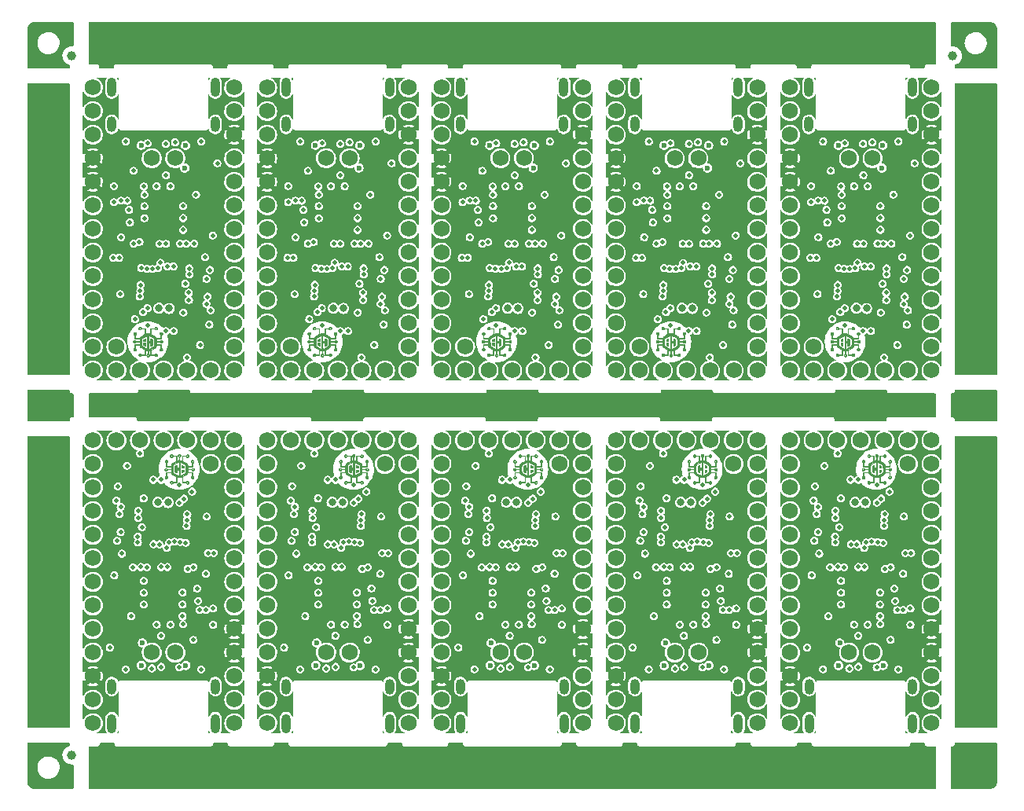
<source format=gbr>
%TF.GenerationSoftware,KiCad,Pcbnew,(6.0.7)*%
%TF.CreationDate,2022-09-17T18:54:00+02:00*%
%TF.ProjectId,panel,70616e65-6c2e-46b6-9963-61645f706362,rev1.0*%
%TF.SameCoordinates,Original*%
%TF.FileFunction,Copper,L4,Bot*%
%TF.FilePolarity,Positive*%
%FSLAX46Y46*%
G04 Gerber Fmt 4.6, Leading zero omitted, Abs format (unit mm)*
G04 Created by KiCad (PCBNEW (6.0.7)) date 2022-09-17 18:54:00*
%MOMM*%
%LPD*%
G01*
G04 APERTURE LIST*
%TA.AperFunction,EtchedComponent*%
%ADD10C,0.002393*%
%TD*%
%TA.AperFunction,EtchedComponent*%
%ADD11C,0.000120*%
%TD*%
%TA.AperFunction,ComponentPad*%
%ADD12C,1.752600*%
%TD*%
%TA.AperFunction,ComponentPad*%
%ADD13O,1.000000X1.700000*%
%TD*%
%TA.AperFunction,ComponentPad*%
%ADD14O,1.000000X2.100000*%
%TD*%
%TA.AperFunction,SMDPad,CuDef*%
%ADD15C,0.800000*%
%TD*%
%TA.AperFunction,SMDPad,CuDef*%
%ADD16C,1.000000*%
%TD*%
%TA.AperFunction,ViaPad*%
%ADD17C,0.460000*%
%TD*%
%TA.AperFunction,ViaPad*%
%ADD18C,0.600000*%
%TD*%
G04 APERTURE END LIST*
D10*
%TO.C,REF\u002A\u002A*%
X103979041Y-50109258D02*
X103982088Y-50105389D01*
X103598906Y-49314555D02*
X103601425Y-49313281D01*
X103370880Y-50400499D02*
X103370880Y-50400499D01*
X104012833Y-49987413D02*
X104012833Y-49419618D01*
X103263888Y-50377373D02*
X103263888Y-50377373D01*
X102641412Y-49282226D02*
X102646577Y-49275998D01*
X103596896Y-50074547D02*
X103594845Y-50072941D01*
X103381419Y-48976420D02*
X103379405Y-48978498D01*
X103961583Y-49263454D02*
X103953972Y-49256904D01*
X103365790Y-50388512D02*
X103366894Y-50391720D01*
X103405712Y-48962272D02*
X103403020Y-48963122D01*
X103990452Y-50092884D02*
X103992972Y-50088391D01*
X103622048Y-50079552D02*
X103617950Y-50079893D01*
X103209322Y-50430792D02*
X103205544Y-50430605D01*
X103235917Y-48964901D02*
X103238737Y-48966458D01*
X102632714Y-49295213D02*
X102636795Y-49288637D01*
X103972572Y-50116595D02*
X103975868Y-50112991D01*
X103416830Y-48960194D02*
X103414009Y-48960512D01*
X104005847Y-49342546D02*
X104002278Y-49329847D01*
X104002278Y-49329847D02*
X103998074Y-49317998D01*
X103379405Y-48978498D02*
X103377488Y-48980691D01*
X103263413Y-49004024D02*
X103263768Y-49007623D01*
X102825539Y-49397288D02*
X102825539Y-49397288D01*
X103190548Y-48964194D02*
X103193887Y-48962779D01*
X103593000Y-50071190D02*
X103591349Y-50069316D01*
X103263447Y-50384682D02*
X103262904Y-50388203D01*
X103805236Y-49404466D02*
X103805236Y-49404466D01*
X102670383Y-50127785D02*
X102663605Y-50123019D01*
X103582882Y-49341879D02*
X103583527Y-49338052D01*
X103431123Y-48960683D02*
X103428256Y-48960303D01*
X102625853Y-50058869D02*
X102625281Y-50054555D01*
X103230207Y-50427382D02*
X103226967Y-50428460D01*
X103591018Y-49321299D02*
X103592683Y-49319410D01*
X103213024Y-50430753D02*
X103209322Y-50430792D01*
X102825539Y-49788046D02*
X102825539Y-49788046D01*
X103805236Y-49987413D02*
X103659919Y-50066361D01*
X104011737Y-50018596D02*
X104012269Y-50011222D01*
X103403537Y-50427181D02*
X103406222Y-50428001D01*
X103262035Y-48997129D02*
X103262833Y-49000524D01*
X103246543Y-48972147D02*
X103248898Y-48974364D01*
X103383927Y-50416191D02*
X103386150Y-50417983D01*
X103193887Y-48962779D02*
X103197246Y-48961610D01*
X103241453Y-48968189D02*
X103244058Y-48970087D01*
X102633914Y-50088167D02*
X102632536Y-50084946D01*
X103263777Y-50381070D02*
X103263447Y-50384682D01*
X103369439Y-50397725D02*
X103370880Y-50400499D01*
X102626111Y-49308798D02*
X102629156Y-49301939D01*
X102640620Y-50100068D02*
X102638758Y-50097226D01*
X103364798Y-49005360D02*
X103363919Y-49008735D01*
X103592683Y-49319410D02*
X103594545Y-49317642D01*
X103369439Y-48993215D02*
X103368110Y-48996022D01*
X103604395Y-50078277D02*
X103601660Y-50077237D01*
X103937779Y-49245770D02*
X103937779Y-49245770D01*
X103445348Y-50425454D02*
X103448056Y-50424215D01*
X103961970Y-50126712D02*
X103965621Y-50123448D01*
X102681020Y-49248163D02*
X102681020Y-49248163D01*
X103258429Y-48987624D02*
X103259825Y-48990674D01*
X103969155Y-50120078D02*
X103972572Y-50116595D01*
X103582469Y-50042437D02*
X103582469Y-50042437D01*
X103596616Y-49316016D02*
X103598906Y-49314555D01*
X103607195Y-49311384D02*
X103610467Y-49310806D01*
X103648740Y-49077505D02*
X103648740Y-49077505D01*
X103262155Y-50391627D02*
X103261206Y-50394949D01*
X103363151Y-50378206D02*
X103363919Y-50381743D01*
X103641609Y-50074548D02*
X103636221Y-50076389D01*
X103648740Y-50312778D02*
X103648740Y-50312778D01*
X102681020Y-49248163D02*
X103187237Y-48965860D01*
X103586473Y-50061029D02*
X103584914Y-50056717D01*
X103582469Y-49347846D02*
X103582558Y-49345203D01*
X103992972Y-50088391D02*
X103995354Y-50083723D01*
X103362496Y-50374582D02*
X103363151Y-50378206D01*
X104009143Y-50039142D02*
X104010172Y-50032549D01*
X103653447Y-50069557D02*
X103647347Y-50072278D01*
X104012269Y-50011222D02*
X104012630Y-50003572D01*
X103582469Y-49600642D02*
X103582469Y-49600642D01*
X104006609Y-50051602D02*
X104007955Y-50045490D01*
X103659919Y-50066361D02*
X103653447Y-50069557D01*
X103361523Y-49023205D02*
X103361205Y-49027000D01*
X103425751Y-50430090D02*
X103428585Y-50429850D01*
X103659919Y-50066361D02*
X103659919Y-50066361D01*
X103375671Y-48982997D02*
X103373961Y-48985416D01*
X104001647Y-50068590D02*
X104003452Y-50063144D01*
X103621958Y-49310821D02*
X103626383Y-49311483D01*
X102665472Y-49258570D02*
X102672943Y-49253234D01*
X103045911Y-50099855D02*
X103045911Y-50099855D01*
X103626383Y-49311483D02*
X103631123Y-49312511D01*
X103450725Y-50422828D02*
X103648740Y-50312778D01*
X103422525Y-48959969D02*
X103419670Y-48960012D01*
X103366894Y-48998991D02*
X103365790Y-49002107D01*
X103946262Y-50138868D02*
X103954333Y-50132955D01*
X102627267Y-50067021D02*
X102626513Y-50063022D01*
X103588237Y-49325347D02*
X103589539Y-49323285D01*
X103403020Y-48963122D02*
X103400372Y-48964101D01*
X103659919Y-49323922D02*
X103805236Y-49404466D01*
X103214035Y-48959281D02*
X103217329Y-48959481D01*
X103361055Y-49042509D02*
X103361299Y-49046404D01*
X102628115Y-50070872D02*
X102627267Y-50067021D01*
X103583527Y-49338052D02*
X103584577Y-49333903D01*
X103370880Y-48990582D02*
X103369439Y-48993215D01*
X103390332Y-48969284D02*
X103387985Y-48970889D01*
X103659120Y-49085480D02*
X103648740Y-49077505D01*
X103582469Y-49789641D02*
X103582469Y-49789641D01*
X103393249Y-50422652D02*
X103395743Y-50423969D01*
X103261030Y-48993844D02*
X103262035Y-48997129D01*
X103226967Y-50428460D02*
X103223624Y-50429342D01*
X103398292Y-50425164D02*
X103400891Y-50426235D01*
X103954333Y-50132955D02*
X103961970Y-50126712D01*
X103631172Y-50077822D02*
X103626452Y-50078869D01*
X103366894Y-50391720D02*
X103368110Y-50394795D01*
X102663605Y-50123019D02*
X102660458Y-50120618D01*
X103368110Y-48996022D02*
X103366894Y-48998991D01*
X103263888Y-49011316D02*
X103263888Y-50377373D01*
X103210707Y-48959296D02*
X103214035Y-48959281D01*
X103617950Y-50079893D02*
X103614147Y-50079915D01*
X103045911Y-49605427D02*
X103045911Y-49605427D01*
X104012833Y-49987413D02*
X104012833Y-49987413D01*
X102623532Y-50024893D02*
X102617942Y-49351833D01*
X103361299Y-49600642D02*
X103582469Y-49600642D01*
X103659120Y-50304803D02*
X103659120Y-50304803D01*
X103431416Y-50429472D02*
X103434239Y-50428954D01*
X104011037Y-50025703D02*
X104011737Y-50018596D01*
X103607381Y-50079084D02*
X103604395Y-50078277D01*
X103361299Y-49789641D02*
X103361299Y-49789641D01*
X104013007Y-49402316D02*
X104012359Y-49385981D01*
X103248898Y-48974364D02*
X103251115Y-48976734D01*
X103233003Y-48963522D02*
X103235917Y-48964901D01*
X103236347Y-50424660D02*
X103233335Y-50426113D01*
X102654628Y-50115747D02*
X102651939Y-50113262D01*
X103368110Y-50394795D02*
X103369439Y-50397725D01*
X104012630Y-50003572D02*
X104012819Y-49995638D01*
X103361299Y-49789641D02*
X103361299Y-50343879D01*
X103361299Y-50343879D02*
X103361055Y-50347774D01*
X102629156Y-49301939D02*
X102632714Y-49295213D01*
X103636188Y-49313927D02*
X103641590Y-49315754D01*
X103448056Y-50424215D02*
X103450725Y-50422828D01*
X103422917Y-50430192D02*
X103425751Y-50430090D01*
X103659120Y-49085480D02*
X103659120Y-49085480D01*
X103205544Y-50430605D02*
X103201698Y-50430187D01*
X103220181Y-50430022D02*
X103216646Y-50430495D01*
X103408445Y-48961552D02*
X103405712Y-48962272D01*
X103220582Y-48959891D02*
X103223785Y-48960505D01*
X104007955Y-50045490D02*
X104009143Y-50039142D01*
X103363919Y-49008735D02*
X103363151Y-49012220D01*
X103362496Y-49015801D02*
X103361954Y-49019467D01*
X102619932Y-49330011D02*
X102621510Y-49322850D01*
X102618160Y-49344519D02*
X102618819Y-49337239D01*
X103361954Y-49019467D02*
X103361523Y-49023205D01*
X103255521Y-50407089D02*
X103253659Y-50409809D01*
X103361205Y-49027000D02*
X103360999Y-49030841D01*
X103207356Y-48959531D02*
X103210707Y-48959296D01*
X103425389Y-48960065D02*
X103422525Y-48959969D01*
X103259825Y-48990674D02*
X103261030Y-48993844D01*
X103420090Y-50430159D02*
X103422917Y-50430192D01*
X102617942Y-49351833D02*
X102618160Y-49344519D01*
X103965621Y-50123448D02*
X103969155Y-50120078D01*
X104010924Y-49370590D02*
X104008741Y-49356119D01*
X103584577Y-49333903D02*
X103586119Y-49329608D01*
X103601425Y-49313281D02*
X103604184Y-49312217D01*
X103197246Y-48961610D02*
X103200617Y-48960683D01*
X103216646Y-50430495D02*
X103213024Y-50430753D01*
X103360999Y-50359455D02*
X103361205Y-50363308D01*
X103985007Y-50101375D02*
X103987796Y-50097210D01*
X103181648Y-50424423D02*
X102677826Y-50132551D01*
X103201698Y-50430187D02*
X103197790Y-50429532D01*
X103365790Y-49002107D02*
X103364798Y-49005360D01*
X103193824Y-50428634D02*
X103189808Y-50427487D01*
X102677826Y-50132551D02*
X102677826Y-50132551D01*
X103604184Y-49312217D02*
X103607195Y-49311384D01*
X103223785Y-48960505D02*
X103226928Y-48961318D01*
X102649396Y-50110736D02*
X102646996Y-50108160D01*
X103263888Y-49011316D02*
X103263888Y-49011316D01*
X103594545Y-49317642D02*
X103596616Y-49316016D01*
X102635409Y-50091282D02*
X102633914Y-50088167D01*
X103591349Y-50069316D02*
X103589883Y-50067341D01*
X103361299Y-49046404D02*
X103361299Y-49600642D01*
X103203990Y-48959992D02*
X103207356Y-48959531D01*
X102637022Y-50094300D02*
X102635409Y-50091282D01*
X103419670Y-48960012D02*
X103416830Y-48960194D01*
X103400372Y-48964101D02*
X103397774Y-48965209D01*
X103445258Y-48964771D02*
X103442474Y-48963657D01*
X103626452Y-50078869D02*
X103622048Y-50079552D01*
X103450725Y-48967455D02*
X103450725Y-48967455D01*
X103614147Y-50079915D02*
X103610628Y-50079638D01*
X103361299Y-49600642D02*
X103361299Y-49600642D01*
X103659919Y-49323922D02*
X103659919Y-49323922D01*
X103361523Y-50367121D02*
X103361954Y-50370883D01*
X102636795Y-49288637D02*
X102641412Y-49282226D01*
X103968819Y-49270691D02*
X103961583Y-49263454D01*
X103360906Y-49034715D02*
X103360924Y-49038609D01*
X103653444Y-49320729D02*
X103659919Y-49323922D01*
X102638758Y-50097226D02*
X102637022Y-50094300D01*
X103372440Y-50403069D02*
X103374110Y-50405532D01*
X103374110Y-50405532D02*
X103375884Y-50407886D01*
X103377488Y-48980691D02*
X103375671Y-48982997D01*
X103439840Y-50427492D02*
X103442608Y-50426546D01*
X103361299Y-49046404D02*
X103361299Y-49046404D01*
X102646996Y-50108160D02*
X102644736Y-50105528D01*
X102617942Y-49351833D02*
X102617942Y-49351833D01*
X103363919Y-50381743D02*
X103364798Y-50385183D01*
X103584914Y-50056717D02*
X103583823Y-50052527D01*
X103395231Y-48966443D02*
X103392749Y-48967802D01*
X102629064Y-50074583D02*
X102628115Y-50070872D01*
X103805236Y-49404466D02*
X103805236Y-49987413D01*
X104012833Y-49419618D02*
X104012833Y-49419618D01*
X103659120Y-50304803D02*
X103937779Y-50144513D01*
X104012819Y-49995638D02*
X104012833Y-49987413D01*
X103263888Y-50377373D02*
X103263777Y-50381070D01*
X103582558Y-49345203D02*
X103582882Y-49341879D01*
X103589883Y-50067341D02*
X103588588Y-50065287D01*
X102623532Y-50024893D02*
X102623532Y-50024893D01*
X104012833Y-49419618D02*
X104013007Y-49402316D01*
X104012359Y-49385981D02*
X104010924Y-49370590D01*
X104003452Y-50063144D02*
X104005107Y-50057484D01*
X103197790Y-50429532D02*
X103193824Y-50428634D01*
X103993271Y-49306976D02*
X103987906Y-49296757D01*
X103406222Y-50428001D02*
X103408944Y-50428693D01*
X103995354Y-50083723D02*
X103997595Y-50078872D01*
X103377757Y-50410130D02*
X103379726Y-50412264D01*
X103257213Y-50404237D02*
X103255521Y-50407089D01*
X103258729Y-50401259D02*
X103257213Y-50404237D01*
X103390816Y-50421215D02*
X103393249Y-50422652D01*
X103975868Y-50112991D02*
X103979041Y-50109258D01*
X102672943Y-49253234D02*
X102681020Y-49248163D01*
X104008741Y-49356119D02*
X104005847Y-49342546D01*
X102618819Y-49337239D02*
X102619932Y-49330011D01*
X103262904Y-50388203D02*
X103262155Y-50391627D01*
X103361205Y-50363308D02*
X103361523Y-50367121D01*
X103648740Y-50312778D02*
X103659120Y-50304803D01*
X103360906Y-50355574D02*
X103360999Y-50359455D01*
X102623817Y-50035547D02*
X102623532Y-50024893D01*
X103361954Y-50370883D02*
X103362496Y-50374582D01*
X103594845Y-50072941D02*
X103593000Y-50071190D01*
X103610467Y-49310806D02*
X103614011Y-49310505D01*
X103641590Y-49315754D02*
X103647338Y-49318014D01*
X103586119Y-49329608D02*
X103587101Y-49327462D01*
X103251115Y-48976734D02*
X103253186Y-48979250D01*
X103987906Y-49296757D02*
X103982018Y-49287319D01*
X102642612Y-50102833D02*
X102640620Y-50100068D01*
X103187237Y-48965860D02*
X103190548Y-48964194D01*
X103372362Y-48987944D02*
X103370880Y-48990582D01*
X103582469Y-49600642D02*
X103582469Y-49347846D01*
X103946025Y-49251017D02*
X103937779Y-49245770D01*
X103241996Y-50421223D02*
X103239236Y-50423028D01*
X102681020Y-49248163D02*
X102681020Y-49248163D01*
X103982088Y-50105389D02*
X103985007Y-50101375D01*
X102660458Y-50120618D02*
X102657466Y-50118197D01*
X103587101Y-49327462D02*
X103588237Y-49325347D01*
X103226928Y-48961318D02*
X103230004Y-48962326D01*
X103805236Y-49987413D02*
X103805236Y-49987413D01*
X102631271Y-50081613D02*
X102630114Y-50078161D01*
X103987796Y-50097210D02*
X103990452Y-50092884D01*
X103045911Y-49788046D02*
X103045911Y-49788046D01*
X103975643Y-49278638D02*
X103968819Y-49270691D01*
X103256852Y-48984700D02*
X103258429Y-48987624D01*
X103589539Y-49323285D02*
X103591018Y-49321299D01*
X102624391Y-50045416D02*
X102623817Y-50035547D01*
X103583111Y-50048633D02*
X103582469Y-50042437D01*
X103437049Y-50428294D02*
X103439840Y-50427492D01*
X103253659Y-50409809D02*
X103251632Y-50412390D01*
X103428585Y-50429850D02*
X103431416Y-50429472D01*
X103185747Y-50426085D02*
X103181648Y-50424423D01*
X103251632Y-50412390D02*
X103249446Y-50414829D01*
X104005107Y-50057484D02*
X104006609Y-50051602D01*
X103417275Y-50429991D02*
X103420090Y-50430159D01*
X103233335Y-50426113D02*
X103230207Y-50427382D01*
X102651939Y-50113262D02*
X102649396Y-50110736D01*
X103601660Y-50077237D02*
X103599164Y-50075986D01*
X103392749Y-48967802D02*
X103390332Y-48969284D01*
X103937779Y-50144513D02*
X103937779Y-50144513D01*
X103364798Y-50385183D02*
X103365790Y-50388512D01*
X103582469Y-49347846D02*
X103582469Y-49347846D01*
X102621510Y-49322850D02*
X102623566Y-49315774D01*
X103360924Y-50351676D02*
X103360906Y-50355574D01*
X103262833Y-49000524D02*
X103263413Y-49004024D01*
X103617838Y-49310502D02*
X103621958Y-49310821D01*
X103982018Y-49287319D02*
X103975643Y-49278638D01*
X103397774Y-48965209D02*
X103395231Y-48966443D01*
X103442474Y-48963657D02*
X103439664Y-48962692D01*
X103997595Y-50078872D02*
X103999694Y-50073831D01*
X103388448Y-50419658D02*
X103390816Y-50421215D01*
X102632536Y-50084946D02*
X102631271Y-50081613D01*
X103223624Y-50429342D02*
X103220181Y-50430022D01*
X103383523Y-48974458D02*
X103381419Y-48976420D01*
X103998074Y-49317998D02*
X103993271Y-49306976D01*
X103610628Y-50079638D02*
X103607381Y-50079084D01*
X103370880Y-50400499D02*
X103372440Y-50403069D01*
X103953972Y-49256904D02*
X103946025Y-49251017D01*
X103217329Y-48959481D02*
X103220582Y-48959891D01*
X102677826Y-50132551D02*
X102670383Y-50127785D01*
X103647338Y-49318014D02*
X103653444Y-49320729D01*
X103249446Y-50414829D02*
X103247107Y-50417117D01*
X103411697Y-50429256D02*
X103414475Y-50429689D01*
X103400891Y-50426235D02*
X103403537Y-50427181D01*
X103260062Y-50398161D02*
X103258729Y-50401259D01*
X103360924Y-49038609D02*
X103361055Y-49042509D01*
X103187237Y-48965860D02*
X103187237Y-48965860D01*
X103385714Y-48972614D02*
X103383523Y-48974458D01*
X103375884Y-50407886D02*
X103377757Y-50410130D01*
X103450725Y-48967455D02*
X103448010Y-48966037D01*
X103411212Y-48960965D02*
X103408445Y-48961552D01*
X103434239Y-50428954D02*
X103437049Y-50428294D01*
X103647347Y-50072278D02*
X103641609Y-50074548D01*
X103247107Y-50417117D02*
X103244622Y-50419250D01*
X102625281Y-50054555D02*
X102624391Y-50045416D01*
X103387985Y-48970889D02*
X103385714Y-48972614D01*
X103253186Y-48979250D02*
X103255101Y-48981907D01*
X103636221Y-50076389D02*
X103631172Y-50077822D01*
X102658595Y-49264154D02*
X102665472Y-49258570D01*
X103361055Y-50347774D02*
X103360924Y-50351676D01*
X103999694Y-50073831D02*
X104001647Y-50068590D01*
X103428256Y-48960303D02*
X103425389Y-48960065D01*
X103244058Y-48970087D02*
X103246543Y-48972147D01*
X103200617Y-48960683D02*
X103203990Y-48959992D01*
X103448010Y-48966037D02*
X103445258Y-48964771D01*
X103230004Y-48962326D02*
X103233003Y-48963522D01*
X103588588Y-50065287D02*
X103586473Y-50061029D01*
X103370880Y-48990582D02*
X103370880Y-48990582D01*
X102626513Y-50063022D02*
X102625853Y-50058869D01*
X103599164Y-50075986D02*
X103596896Y-50074547D01*
X102623566Y-49315774D02*
X102626111Y-49308798D01*
X103181648Y-50424423D02*
X103181648Y-50424423D01*
X102644736Y-50105528D02*
X102642612Y-50102833D01*
X103442608Y-50426546D02*
X103445348Y-50425454D01*
X103433983Y-48961207D02*
X103431123Y-48960683D01*
X103239236Y-50423028D02*
X103236347Y-50424660D01*
X103381784Y-50414284D02*
X103383927Y-50416191D01*
X103414475Y-50429689D02*
X103417275Y-50429991D01*
X103614011Y-49310505D02*
X103617838Y-49310502D01*
X103379726Y-50412264D02*
X103381784Y-50414284D01*
X102646577Y-49275998D02*
X102652301Y-49269968D01*
X103414009Y-48960512D02*
X103411212Y-48960965D01*
X103045911Y-49295213D02*
X103045911Y-49295213D01*
X102630114Y-50078161D02*
X102629064Y-50074583D01*
X103189808Y-50427487D02*
X103185747Y-50426085D01*
X103386150Y-50417983D02*
X103388448Y-50419658D01*
X103439664Y-48962692D02*
X103436831Y-48961876D01*
X103408944Y-50428693D02*
X103411697Y-50429256D01*
X103582469Y-49789641D02*
X103361299Y-49789641D01*
X103583823Y-50052527D02*
X103583111Y-50048633D01*
X103263768Y-49007623D02*
X103263888Y-49011316D01*
X103360999Y-49030841D02*
X103360906Y-49034715D01*
X103582469Y-50042437D02*
X103582469Y-49789641D01*
X103255101Y-48981907D02*
X103256852Y-48984700D01*
X103631123Y-49312511D02*
X103636188Y-49313927D01*
X103937779Y-50144513D02*
X103946262Y-50138868D01*
X103373961Y-48985416D02*
X103372362Y-48987944D01*
X103937779Y-49245770D02*
X103659120Y-49085480D01*
X102652301Y-49269968D02*
X102658595Y-49264154D01*
X103244622Y-50419250D02*
X103241996Y-50421223D01*
X102657466Y-50118197D02*
X102654628Y-50115747D01*
X103395743Y-50423969D02*
X103398292Y-50425164D01*
X104010172Y-50032549D02*
X104011037Y-50025703D01*
X103648740Y-49077505D02*
X103450725Y-48967455D01*
X103363151Y-49012220D02*
X103362496Y-49015801D01*
X103238737Y-48966458D02*
X103241453Y-48968189D01*
X103261206Y-50394949D02*
X103260062Y-50398161D01*
X103436831Y-48961876D02*
X103433983Y-48961207D01*
X103450725Y-50422828D02*
X103450725Y-50422828D01*
G36*
X104876476Y-48788198D02*
G01*
X104875841Y-48794629D01*
X104874914Y-48800983D01*
X104873703Y-48807252D01*
X104872213Y-48813429D01*
X104870450Y-48819506D01*
X104868421Y-48825474D01*
X104866130Y-48831327D01*
X104863586Y-48837056D01*
X104860793Y-48842654D01*
X104857757Y-48848112D01*
X104854485Y-48853424D01*
X104850983Y-48858581D01*
X104847257Y-48863575D01*
X104843313Y-48868399D01*
X104839157Y-48873045D01*
X104834795Y-48877505D01*
X104830233Y-48881771D01*
X104825478Y-48885836D01*
X104820535Y-48889692D01*
X104815410Y-48893330D01*
X104810111Y-48896744D01*
X104804641Y-48899925D01*
X104799009Y-48902866D01*
X104793219Y-48905558D01*
X104787278Y-48907995D01*
X104781192Y-48910167D01*
X104774967Y-48912068D01*
X104768609Y-48913690D01*
X104762125Y-48915025D01*
X104762125Y-49308725D01*
X104762079Y-49310492D01*
X104761942Y-49312221D01*
X104761717Y-49313910D01*
X104761406Y-49315559D01*
X104761011Y-49317165D01*
X104760534Y-49318729D01*
X104759979Y-49320248D01*
X104759347Y-49321723D01*
X104758640Y-49323150D01*
X104757862Y-49324530D01*
X104757013Y-49325861D01*
X104756097Y-49327142D01*
X104755117Y-49328372D01*
X104754073Y-49329550D01*
X104752969Y-49330674D01*
X104751806Y-49331744D01*
X104750588Y-49332757D01*
X104749316Y-49333714D01*
X104747994Y-49334613D01*
X104746622Y-49335452D01*
X104745204Y-49336231D01*
X104743742Y-49336948D01*
X104742237Y-49337602D01*
X104740694Y-49338193D01*
X104739113Y-49338718D01*
X104737497Y-49339177D01*
X104735849Y-49339569D01*
X104734170Y-49339892D01*
X104732464Y-49340145D01*
X104730732Y-49340328D01*
X104728976Y-49340438D01*
X104727200Y-49340475D01*
X104200150Y-49340475D01*
X104200150Y-49607175D01*
X104625600Y-49607175D01*
X104626935Y-49600690D01*
X104628556Y-49594333D01*
X104630458Y-49588108D01*
X104632630Y-49582022D01*
X104635067Y-49576081D01*
X104637759Y-49570291D01*
X104640700Y-49564659D01*
X104643881Y-49559189D01*
X104647295Y-49553889D01*
X104650933Y-49548765D01*
X104654789Y-49543822D01*
X104658854Y-49539067D01*
X104663120Y-49534505D01*
X104667580Y-49530143D01*
X104672226Y-49525987D01*
X104677050Y-49522043D01*
X104682044Y-49518317D01*
X104687201Y-49514815D01*
X104692513Y-49511543D01*
X104697971Y-49508507D01*
X104703569Y-49505714D01*
X104709298Y-49503170D01*
X104715151Y-49500879D01*
X104721119Y-49498850D01*
X104727196Y-49497087D01*
X104733373Y-49495597D01*
X104739642Y-49494386D01*
X104745996Y-49493459D01*
X104752427Y-49492824D01*
X104758927Y-49492486D01*
X104765488Y-49492451D01*
X104772103Y-49492725D01*
X104778697Y-49493308D01*
X104785199Y-49494191D01*
X104791600Y-49495367D01*
X104797895Y-49496828D01*
X104804076Y-49498568D01*
X104810136Y-49500580D01*
X104816068Y-49502856D01*
X104821866Y-49505390D01*
X104827522Y-49508174D01*
X104833030Y-49511202D01*
X104838382Y-49514466D01*
X104843571Y-49517959D01*
X104848592Y-49521675D01*
X104853436Y-49525606D01*
X104858096Y-49529745D01*
X104862567Y-49534086D01*
X104866841Y-49538621D01*
X104870910Y-49543342D01*
X104874769Y-49548244D01*
X104878410Y-49553319D01*
X104881825Y-49558560D01*
X104885010Y-49563960D01*
X104887955Y-49569512D01*
X104890655Y-49575209D01*
X104893102Y-49581044D01*
X104895290Y-49587009D01*
X104897211Y-49593099D01*
X104898859Y-49599305D01*
X104900227Y-49605620D01*
X104901307Y-49612039D01*
X104902093Y-49618553D01*
X104902578Y-49625155D01*
X104902754Y-49631774D01*
X104902642Y-49637337D01*
X104902622Y-49638333D01*
X104902187Y-49644828D01*
X104901456Y-49651248D01*
X104900436Y-49657588D01*
X104899131Y-49663838D01*
X104897550Y-49669992D01*
X104895697Y-49676042D01*
X104893578Y-49681980D01*
X104891201Y-49687798D01*
X104888572Y-49693488D01*
X104885696Y-49699044D01*
X104882579Y-49704457D01*
X104879229Y-49709719D01*
X104875651Y-49714823D01*
X104871851Y-49719762D01*
X104867836Y-49724527D01*
X104863611Y-49729110D01*
X104859183Y-49733505D01*
X104854558Y-49737703D01*
X104849743Y-49741697D01*
X104844743Y-49745478D01*
X104839565Y-49749040D01*
X104834215Y-49752375D01*
X104828699Y-49755474D01*
X104823024Y-49758331D01*
X104817194Y-49760937D01*
X104811218Y-49763285D01*
X104805100Y-49765367D01*
X104798848Y-49767175D01*
X104792467Y-49768702D01*
X104785963Y-49769940D01*
X104779409Y-49770873D01*
X104772877Y-49771493D01*
X104766376Y-49771805D01*
X104759914Y-49771814D01*
X104753499Y-49771526D01*
X104747140Y-49770946D01*
X104740845Y-49770080D01*
X104734623Y-49768932D01*
X104728482Y-49767508D01*
X104722430Y-49765813D01*
X104716476Y-49763852D01*
X104710627Y-49761631D01*
X104704893Y-49759155D01*
X104699282Y-49756430D01*
X104693801Y-49753460D01*
X104688460Y-49750250D01*
X104683267Y-49746807D01*
X104678229Y-49743135D01*
X104673357Y-49739240D01*
X104668657Y-49735127D01*
X104664138Y-49730800D01*
X104659808Y-49726267D01*
X104655677Y-49721531D01*
X104651751Y-49716598D01*
X104648041Y-49711473D01*
X104644553Y-49706162D01*
X104641296Y-49700669D01*
X104638279Y-49695001D01*
X104635510Y-49689162D01*
X104632998Y-49683158D01*
X104630750Y-49676994D01*
X104628775Y-49670675D01*
X104200150Y-49670675D01*
X104200150Y-49918325D01*
X104727200Y-49918325D01*
X104728976Y-49918362D01*
X104730732Y-49918472D01*
X104732464Y-49918655D01*
X104734170Y-49918908D01*
X104735849Y-49919231D01*
X104737497Y-49919622D01*
X104739113Y-49920082D01*
X104740694Y-49920607D01*
X104742237Y-49921197D01*
X104743742Y-49921852D01*
X104745204Y-49922569D01*
X104746622Y-49923348D01*
X104747994Y-49924187D01*
X104749316Y-49925086D01*
X104750588Y-49926042D01*
X104751806Y-49927056D01*
X104752969Y-49928126D01*
X104754073Y-49929250D01*
X104755117Y-49930427D01*
X104756097Y-49931657D01*
X104757013Y-49932939D01*
X104757862Y-49934270D01*
X104758640Y-49935650D01*
X104759347Y-49937077D01*
X104759979Y-49938551D01*
X104760534Y-49940071D01*
X104761011Y-49941634D01*
X104761406Y-49943241D01*
X104761717Y-49944890D01*
X104761942Y-49946579D01*
X104762079Y-49948308D01*
X104762125Y-49950075D01*
X104762125Y-50353300D01*
X104768609Y-50354634D01*
X104774967Y-50356256D01*
X104781192Y-50358157D01*
X104787278Y-50360330D01*
X104793219Y-50362767D01*
X104799009Y-50365459D01*
X104804641Y-50368400D01*
X104810111Y-50371581D01*
X104815410Y-50374994D01*
X104820535Y-50378633D01*
X104825478Y-50382489D01*
X104830233Y-50386553D01*
X104834795Y-50390820D01*
X104839157Y-50395280D01*
X104843313Y-50399926D01*
X104847257Y-50404750D01*
X104850983Y-50409744D01*
X104854485Y-50414901D01*
X104857757Y-50420212D01*
X104860793Y-50425671D01*
X104863586Y-50431269D01*
X104866130Y-50436998D01*
X104868421Y-50442851D01*
X104870450Y-50448819D01*
X104872213Y-50454896D01*
X104873703Y-50461072D01*
X104874914Y-50467342D01*
X104875841Y-50473696D01*
X104876476Y-50480126D01*
X104876814Y-50486626D01*
X104876831Y-50489825D01*
X104876849Y-50493188D01*
X104876575Y-50499802D01*
X104875992Y-50506397D01*
X104875109Y-50512899D01*
X104873933Y-50519300D01*
X104872472Y-50525595D01*
X104870732Y-50531776D01*
X104868720Y-50537836D01*
X104866444Y-50543768D01*
X104863910Y-50549566D01*
X104861126Y-50555222D01*
X104858098Y-50560729D01*
X104854834Y-50566082D01*
X104851341Y-50571271D01*
X104847625Y-50576291D01*
X104843694Y-50581136D01*
X104839555Y-50585796D01*
X104835214Y-50590267D01*
X104830679Y-50594541D01*
X104825958Y-50598610D01*
X104821056Y-50602469D01*
X104815981Y-50606109D01*
X104810740Y-50609525D01*
X104805340Y-50612709D01*
X104799788Y-50615655D01*
X104794091Y-50618355D01*
X104788256Y-50620802D01*
X104782291Y-50622990D01*
X104776201Y-50624911D01*
X104769995Y-50626559D01*
X104763680Y-50627927D01*
X104757261Y-50629007D01*
X104750747Y-50629793D01*
X104744145Y-50630278D01*
X104737526Y-50630454D01*
X104730966Y-50630322D01*
X104724472Y-50629887D01*
X104718052Y-50629156D01*
X104711712Y-50628136D01*
X104705462Y-50626831D01*
X104699308Y-50625249D01*
X104693258Y-50623396D01*
X104687320Y-50621278D01*
X104681502Y-50618901D01*
X104675812Y-50616272D01*
X104670256Y-50613396D01*
X104664843Y-50610279D01*
X104659581Y-50606929D01*
X104654476Y-50603351D01*
X104649538Y-50599551D01*
X104644773Y-50595535D01*
X104640190Y-50591311D01*
X104635795Y-50586883D01*
X104631597Y-50582258D01*
X104627603Y-50577443D01*
X104623822Y-50572443D01*
X104620260Y-50567265D01*
X104616925Y-50561915D01*
X104613826Y-50556399D01*
X104610969Y-50550724D01*
X104608363Y-50544894D01*
X104606015Y-50538918D01*
X104603933Y-50532800D01*
X104602125Y-50526548D01*
X104600598Y-50520167D01*
X104599360Y-50513663D01*
X104598427Y-50507109D01*
X104597807Y-50500577D01*
X104597495Y-50494076D01*
X104597489Y-50489825D01*
X104647825Y-50489825D01*
X104648011Y-50495432D01*
X104648565Y-50500970D01*
X104649477Y-50506423D01*
X104650737Y-50511778D01*
X104652339Y-50517017D01*
X104654272Y-50522127D01*
X104656528Y-50527090D01*
X104659097Y-50531894D01*
X104661972Y-50536520D01*
X104665143Y-50540956D01*
X104668601Y-50545185D01*
X104672338Y-50549191D01*
X104676345Y-50552960D01*
X104680612Y-50556477D01*
X104685131Y-50559725D01*
X104689894Y-50562690D01*
X104694843Y-50565332D01*
X104699915Y-50567622D01*
X104705094Y-50569559D01*
X104710362Y-50571144D01*
X104715700Y-50572377D01*
X104721091Y-50573258D01*
X104726518Y-50573786D01*
X104731963Y-50573962D01*
X104737407Y-50573786D01*
X104742834Y-50573258D01*
X104748225Y-50572377D01*
X104753563Y-50571144D01*
X104758831Y-50569559D01*
X104764010Y-50567622D01*
X104769082Y-50565332D01*
X104774031Y-50562690D01*
X104776442Y-50561244D01*
X104778794Y-50559725D01*
X104781084Y-50558135D01*
X104783313Y-50556477D01*
X104785479Y-50554751D01*
X104787580Y-50552960D01*
X104789617Y-50551106D01*
X104791587Y-50549191D01*
X104793490Y-50547217D01*
X104795324Y-50545185D01*
X104797088Y-50543097D01*
X104798782Y-50540956D01*
X104800404Y-50538763D01*
X104801953Y-50536520D01*
X104803428Y-50534230D01*
X104804828Y-50531894D01*
X104806151Y-50529513D01*
X104807397Y-50527090D01*
X104808565Y-50524628D01*
X104809653Y-50522127D01*
X104810661Y-50519589D01*
X104811586Y-50517017D01*
X104812429Y-50514413D01*
X104813188Y-50511778D01*
X104813861Y-50509114D01*
X104814448Y-50506423D01*
X104814948Y-50503708D01*
X104815360Y-50500970D01*
X104815682Y-50498210D01*
X104815914Y-50495432D01*
X104816053Y-50492636D01*
X104816100Y-50489825D01*
X104815914Y-50484218D01*
X104815360Y-50478680D01*
X104814448Y-50473226D01*
X104813188Y-50467872D01*
X104811586Y-50462632D01*
X104809653Y-50457523D01*
X104807397Y-50452559D01*
X104804828Y-50447756D01*
X104801953Y-50443129D01*
X104798782Y-50438694D01*
X104795324Y-50434465D01*
X104791587Y-50430458D01*
X104787580Y-50426689D01*
X104783313Y-50423173D01*
X104778794Y-50419925D01*
X104774031Y-50416960D01*
X104769082Y-50414318D01*
X104764010Y-50412028D01*
X104758831Y-50410091D01*
X104753563Y-50408506D01*
X104748225Y-50407273D01*
X104742834Y-50406392D01*
X104737407Y-50405864D01*
X104731963Y-50405687D01*
X104726518Y-50405864D01*
X104721091Y-50406392D01*
X104715700Y-50407273D01*
X104710362Y-50408506D01*
X104705094Y-50410091D01*
X104699915Y-50412028D01*
X104694843Y-50414318D01*
X104689894Y-50416960D01*
X104687483Y-50418406D01*
X104685131Y-50419925D01*
X104682841Y-50421514D01*
X104680612Y-50423173D01*
X104678446Y-50424899D01*
X104676345Y-50426689D01*
X104674308Y-50428543D01*
X104672338Y-50430458D01*
X104670435Y-50432433D01*
X104668601Y-50434465D01*
X104666837Y-50436553D01*
X104665143Y-50438694D01*
X104663521Y-50440887D01*
X104661972Y-50443129D01*
X104660497Y-50445420D01*
X104659097Y-50447756D01*
X104657774Y-50450137D01*
X104656528Y-50452559D01*
X104655360Y-50455022D01*
X104654272Y-50457523D01*
X104653264Y-50460060D01*
X104652339Y-50462632D01*
X104651496Y-50465237D01*
X104650737Y-50467872D01*
X104650064Y-50470536D01*
X104649477Y-50473226D01*
X104648977Y-50475942D01*
X104648565Y-50478680D01*
X104648243Y-50481439D01*
X104648011Y-50484218D01*
X104647872Y-50487014D01*
X104647825Y-50489825D01*
X104597489Y-50489825D01*
X104597486Y-50487613D01*
X104597774Y-50481199D01*
X104598354Y-50474840D01*
X104599220Y-50468545D01*
X104600368Y-50462323D01*
X104601792Y-50456182D01*
X104603487Y-50450130D01*
X104605448Y-50444176D01*
X104607669Y-50438327D01*
X104610145Y-50432593D01*
X104612870Y-50426981D01*
X104615840Y-50421501D01*
X104619050Y-50416160D01*
X104622493Y-50410967D01*
X104626165Y-50405929D01*
X104630060Y-50401056D01*
X104634173Y-50396356D01*
X104638500Y-50391837D01*
X104643033Y-50387508D01*
X104647769Y-50383377D01*
X104652702Y-50379451D01*
X104657827Y-50375740D01*
X104663138Y-50372253D01*
X104668631Y-50368996D01*
X104674299Y-50365979D01*
X104680138Y-50363210D01*
X104686142Y-50360698D01*
X104692306Y-50358450D01*
X104698625Y-50356475D01*
X104698625Y-49981825D01*
X104200150Y-49981825D01*
X104200604Y-49988175D01*
X104203325Y-50026275D01*
X104202795Y-50048635D01*
X104201167Y-50070464D01*
X104198386Y-50091755D01*
X104194395Y-50112496D01*
X104189140Y-50132679D01*
X104182564Y-50152295D01*
X104174611Y-50171334D01*
X104165225Y-50189787D01*
X104154351Y-50207645D01*
X104141933Y-50224898D01*
X104127916Y-50241538D01*
X104112242Y-50257554D01*
X104094857Y-50272937D01*
X104075705Y-50287679D01*
X104054729Y-50301770D01*
X104031875Y-50315200D01*
X103660400Y-50521575D01*
X103660400Y-51048625D01*
X104038225Y-51048625D01*
X104040200Y-51042306D01*
X104042448Y-51036142D01*
X104044960Y-51030137D01*
X104047729Y-51024299D01*
X104050746Y-51018630D01*
X104054003Y-51013138D01*
X104057491Y-51007827D01*
X104061201Y-51002702D01*
X104065127Y-50997769D01*
X104069258Y-50993033D01*
X104073588Y-50988499D01*
X104078107Y-50984173D01*
X104082807Y-50980060D01*
X104087679Y-50976165D01*
X104092717Y-50972493D01*
X104097910Y-50969049D01*
X104103251Y-50965840D01*
X104108732Y-50962870D01*
X104114343Y-50960144D01*
X104120077Y-50957668D01*
X104125926Y-50955448D01*
X104131880Y-50953487D01*
X104137932Y-50951792D01*
X104144073Y-50950368D01*
X104150295Y-50949220D01*
X104156590Y-50948354D01*
X104162949Y-50947774D01*
X104169364Y-50947486D01*
X104175826Y-50947495D01*
X104182327Y-50947807D01*
X104188859Y-50948427D01*
X104195413Y-50949360D01*
X104201917Y-50950598D01*
X104208298Y-50952125D01*
X104214550Y-50953933D01*
X104220668Y-50956015D01*
X104226644Y-50958363D01*
X104232474Y-50960969D01*
X104238149Y-50963826D01*
X104243665Y-50966925D01*
X104249015Y-50970260D01*
X104254193Y-50973821D01*
X104259193Y-50977603D01*
X104264008Y-50981597D01*
X104268633Y-50985795D01*
X104273061Y-50990189D01*
X104277286Y-50994773D01*
X104281301Y-50999538D01*
X104285101Y-51004476D01*
X104288679Y-51009580D01*
X104292029Y-51014843D01*
X104295146Y-51020256D01*
X104298022Y-51025811D01*
X104300651Y-51031502D01*
X104303028Y-51037320D01*
X104305147Y-51043258D01*
X104307000Y-51049307D01*
X104308581Y-51055461D01*
X104309886Y-51061712D01*
X104310906Y-51068051D01*
X104311637Y-51074472D01*
X104312072Y-51080966D01*
X104312092Y-51081962D01*
X104312204Y-51087526D01*
X104312028Y-51094144D01*
X104311543Y-51100747D01*
X104310757Y-51107261D01*
X104309677Y-51113679D01*
X104308309Y-51119995D01*
X104306661Y-51126201D01*
X104304740Y-51132290D01*
X104302552Y-51138256D01*
X104300105Y-51144091D01*
X104297405Y-51149787D01*
X104294460Y-51155339D01*
X104291275Y-51160739D01*
X104287860Y-51165980D01*
X104284219Y-51171055D01*
X104280360Y-51175957D01*
X104276291Y-51180679D01*
X104272017Y-51185214D01*
X104267546Y-51189554D01*
X104262886Y-51193694D01*
X104258042Y-51197625D01*
X104253021Y-51201341D01*
X104247832Y-51204834D01*
X104242480Y-51208098D01*
X104236972Y-51211126D01*
X104231316Y-51213910D01*
X104225518Y-51216444D01*
X104219586Y-51218720D01*
X104213526Y-51220731D01*
X104207345Y-51222471D01*
X104201050Y-51223933D01*
X104194649Y-51225108D01*
X104188147Y-51225991D01*
X104181553Y-51226574D01*
X104174938Y-51226849D01*
X104168377Y-51226814D01*
X104161877Y-51226476D01*
X104155446Y-51225840D01*
X104149092Y-51224914D01*
X104142823Y-51223703D01*
X104136646Y-51222213D01*
X104130569Y-51220450D01*
X104124601Y-51218420D01*
X104118748Y-51216130D01*
X104113019Y-51213585D01*
X104107421Y-51210792D01*
X104101963Y-51207757D01*
X104096651Y-51204485D01*
X104091494Y-51200983D01*
X104086500Y-51197257D01*
X104081676Y-51193313D01*
X104077030Y-51189157D01*
X104072570Y-51184795D01*
X104068304Y-51180233D01*
X104064239Y-51175478D01*
X104060383Y-51170535D01*
X104056745Y-51165410D01*
X104053331Y-51160110D01*
X104050150Y-51154641D01*
X104047209Y-51149008D01*
X104044517Y-51143218D01*
X104042080Y-51137278D01*
X104039908Y-51131192D01*
X104038007Y-51124967D01*
X104036385Y-51118609D01*
X104035050Y-51112125D01*
X103631825Y-51112125D01*
X103630058Y-51112079D01*
X103628329Y-51111942D01*
X103626640Y-51111717D01*
X103624991Y-51111405D01*
X103623385Y-51111010D01*
X103621821Y-51110534D01*
X103620302Y-51109979D01*
X103618827Y-51109347D01*
X103617400Y-51108640D01*
X103616020Y-51107861D01*
X103614689Y-51107013D01*
X103613408Y-51106097D01*
X103612178Y-51105116D01*
X103611000Y-51104073D01*
X103609876Y-51102968D01*
X103608806Y-51101806D01*
X103607793Y-51100588D01*
X103606836Y-51099316D01*
X103605937Y-51097994D01*
X103605098Y-51096622D01*
X103604319Y-51095204D01*
X103603602Y-51093741D01*
X103602948Y-51092237D01*
X103602357Y-51090694D01*
X103601832Y-51089113D01*
X103601373Y-51087497D01*
X103600981Y-51085849D01*
X103600658Y-51084170D01*
X103600405Y-51082463D01*
X103600352Y-51081962D01*
X104087438Y-51081962D01*
X104087614Y-51087407D01*
X104088142Y-51092833D01*
X104089023Y-51098225D01*
X104090256Y-51103563D01*
X104091841Y-51108830D01*
X104093778Y-51114009D01*
X104096068Y-51119082D01*
X104098710Y-51124031D01*
X104100156Y-51126442D01*
X104101675Y-51128793D01*
X104103264Y-51131084D01*
X104104923Y-51133313D01*
X104106649Y-51135479D01*
X104108439Y-51137580D01*
X104110293Y-51139617D01*
X104112209Y-51141587D01*
X104114183Y-51143489D01*
X104116215Y-51145324D01*
X104118303Y-51147088D01*
X104120444Y-51148782D01*
X104122637Y-51150404D01*
X104124879Y-51151953D01*
X104127170Y-51153428D01*
X104129506Y-51154828D01*
X104131887Y-51156151D01*
X104134309Y-51157397D01*
X104136772Y-51158565D01*
X104139273Y-51159653D01*
X104141811Y-51160660D01*
X104144383Y-51161586D01*
X104146987Y-51162429D01*
X104149622Y-51163187D01*
X104152286Y-51163861D01*
X104154976Y-51164448D01*
X104157692Y-51164948D01*
X104160430Y-51165360D01*
X104163190Y-51165682D01*
X104165968Y-51165913D01*
X104168764Y-51166053D01*
X104171575Y-51166100D01*
X104177182Y-51165913D01*
X104182720Y-51165360D01*
X104188174Y-51164448D01*
X104193528Y-51163187D01*
X104198768Y-51161586D01*
X104203877Y-51159653D01*
X104208841Y-51157397D01*
X104213644Y-51154828D01*
X104218271Y-51151953D01*
X104222706Y-51148782D01*
X104226935Y-51145324D01*
X104230942Y-51141587D01*
X104234711Y-51137580D01*
X104238227Y-51133313D01*
X104241475Y-51128793D01*
X104244440Y-51124031D01*
X104247082Y-51119082D01*
X104249372Y-51114009D01*
X104251309Y-51108830D01*
X104252894Y-51103563D01*
X104254127Y-51098225D01*
X104255008Y-51092833D01*
X104255536Y-51087407D01*
X104255713Y-51081962D01*
X104255536Y-51076518D01*
X104255008Y-51071091D01*
X104254127Y-51065700D01*
X104252894Y-51060362D01*
X104251309Y-51055094D01*
X104249372Y-51049915D01*
X104247082Y-51044843D01*
X104244440Y-51039894D01*
X104242994Y-51037483D01*
X104241475Y-51035131D01*
X104239886Y-51032841D01*
X104238227Y-51030612D01*
X104236501Y-51028446D01*
X104234711Y-51026345D01*
X104232857Y-51024308D01*
X104230942Y-51022338D01*
X104228967Y-51020435D01*
X104226935Y-51018601D01*
X104224847Y-51016837D01*
X104222706Y-51015143D01*
X104220513Y-51013521D01*
X104218271Y-51011972D01*
X104215980Y-51010497D01*
X104213644Y-51009097D01*
X104211263Y-51007774D01*
X104208841Y-51006527D01*
X104206378Y-51005360D01*
X104203877Y-51004272D01*
X104201339Y-51003264D01*
X104198768Y-51002339D01*
X104196163Y-51001496D01*
X104193528Y-51000737D01*
X104190864Y-51000064D01*
X104188174Y-50999476D01*
X104185458Y-50998976D01*
X104182720Y-50998565D01*
X104179960Y-50998243D01*
X104177182Y-50998011D01*
X104174386Y-50997872D01*
X104171575Y-50997825D01*
X104165968Y-50998011D01*
X104160430Y-50998565D01*
X104154976Y-50999476D01*
X104149622Y-51000737D01*
X104144383Y-51002339D01*
X104139273Y-51004272D01*
X104134309Y-51006527D01*
X104129506Y-51009097D01*
X104124879Y-51011972D01*
X104120444Y-51015143D01*
X104116215Y-51018601D01*
X104112209Y-51022338D01*
X104108439Y-51026345D01*
X104104923Y-51030612D01*
X104101675Y-51035131D01*
X104098710Y-51039894D01*
X104096068Y-51044843D01*
X104093778Y-51049915D01*
X104091841Y-51055094D01*
X104090256Y-51060362D01*
X104089023Y-51065700D01*
X104088142Y-51071091D01*
X104087614Y-51076518D01*
X104087438Y-51081962D01*
X103600352Y-51081962D01*
X103600222Y-51080731D01*
X103600112Y-51078976D01*
X103600075Y-51077200D01*
X103600075Y-50556500D01*
X103568325Y-50575550D01*
X103555898Y-50581840D01*
X103543620Y-50587624D01*
X103531490Y-50592914D01*
X103519509Y-50597725D01*
X103507678Y-50602072D01*
X103495995Y-50605967D01*
X103484460Y-50609425D01*
X103473075Y-50612459D01*
X103461839Y-50615085D01*
X103450751Y-50617315D01*
X103439812Y-50619164D01*
X103429022Y-50620645D01*
X103418381Y-50621773D01*
X103407888Y-50622561D01*
X103397545Y-50623024D01*
X103387350Y-50623175D01*
X103384970Y-50623138D01*
X103382594Y-50623026D01*
X103380227Y-50622840D01*
X103377875Y-50622580D01*
X103375541Y-50622245D01*
X103373230Y-50621835D01*
X103370947Y-50621352D01*
X103368697Y-50620794D01*
X103366484Y-50620161D01*
X103364313Y-50619454D01*
X103362188Y-50618673D01*
X103360115Y-50617817D01*
X103358097Y-50616887D01*
X103356140Y-50615882D01*
X103354247Y-50614803D01*
X103352425Y-50613650D01*
X103352425Y-50978775D01*
X103358836Y-50980430D01*
X103365106Y-50982366D01*
X103371229Y-50984574D01*
X103377201Y-50987046D01*
X103383014Y-50989775D01*
X103388663Y-50992752D01*
X103394143Y-50995969D01*
X103399448Y-50999419D01*
X103404573Y-51003092D01*
X103409510Y-51006981D01*
X103414256Y-51011078D01*
X103418804Y-51015374D01*
X103423148Y-51019862D01*
X103427284Y-51024534D01*
X103431204Y-51029381D01*
X103434904Y-51034396D01*
X103438377Y-51039570D01*
X103441619Y-51044895D01*
X103444623Y-51050363D01*
X103447383Y-51055967D01*
X103449895Y-51061697D01*
X103452152Y-51067546D01*
X103454148Y-51073506D01*
X103455878Y-51079569D01*
X103457337Y-51085726D01*
X103458518Y-51091970D01*
X103459416Y-51098293D01*
X103460025Y-51104685D01*
X103460339Y-51111140D01*
X103460341Y-51112125D01*
X103460353Y-51117650D01*
X103460061Y-51124205D01*
X103459458Y-51130799D01*
X103458547Y-51137357D01*
X103457341Y-51143807D01*
X103455848Y-51150143D01*
X103454075Y-51156358D01*
X103452029Y-51162445D01*
X103449718Y-51168398D01*
X103447148Y-51174210D01*
X103444329Y-51179875D01*
X103441266Y-51185386D01*
X103437967Y-51190736D01*
X103434440Y-51195919D01*
X103430692Y-51200929D01*
X103426730Y-51205758D01*
X103422562Y-51210400D01*
X103418195Y-51214850D01*
X103413637Y-51219099D01*
X103408894Y-51223141D01*
X103403975Y-51226971D01*
X103398886Y-51230580D01*
X103393635Y-51233964D01*
X103388230Y-51237114D01*
X103382677Y-51240025D01*
X103376985Y-51242690D01*
X103371160Y-51245103D01*
X103365209Y-51247256D01*
X103359142Y-51249143D01*
X103352963Y-51250758D01*
X103346682Y-51252095D01*
X103340305Y-51253145D01*
X103333840Y-51253904D01*
X103327294Y-51254364D01*
X103320675Y-51254519D01*
X103314056Y-51254364D01*
X103307510Y-51253904D01*
X103301045Y-51253145D01*
X103294668Y-51252095D01*
X103288387Y-51250758D01*
X103282209Y-51249143D01*
X103276141Y-51247256D01*
X103270191Y-51245103D01*
X103264366Y-51242690D01*
X103258673Y-51240025D01*
X103253121Y-51237114D01*
X103247715Y-51233964D01*
X103242464Y-51230580D01*
X103237376Y-51226971D01*
X103232456Y-51223141D01*
X103227714Y-51219099D01*
X103223155Y-51214850D01*
X103218788Y-51210400D01*
X103214620Y-51205758D01*
X103210658Y-51200929D01*
X103206910Y-51195919D01*
X103203383Y-51190736D01*
X103200084Y-51185386D01*
X103197021Y-51179875D01*
X103194202Y-51174210D01*
X103191633Y-51168398D01*
X103189321Y-51162445D01*
X103187275Y-51156358D01*
X103185502Y-51150143D01*
X103184009Y-51143807D01*
X103182803Y-51137357D01*
X103181892Y-51130799D01*
X103181289Y-51124205D01*
X103180997Y-51117650D01*
X103181009Y-51112125D01*
X103234950Y-51112125D01*
X103235133Y-51117626D01*
X103235676Y-51123059D01*
X103236571Y-51128410D01*
X103237808Y-51133664D01*
X103239379Y-51138804D01*
X103241275Y-51143817D01*
X103243489Y-51148687D01*
X103246010Y-51153400D01*
X103248830Y-51157939D01*
X103251941Y-51162291D01*
X103255334Y-51166440D01*
X103259001Y-51170371D01*
X103262932Y-51174069D01*
X103267118Y-51177519D01*
X103271552Y-51180706D01*
X103276225Y-51183615D01*
X103281081Y-51186207D01*
X103286058Y-51188454D01*
X103291139Y-51190355D01*
X103296307Y-51191910D01*
X103301544Y-51193120D01*
X103306834Y-51193984D01*
X103312158Y-51194502D01*
X103317500Y-51194675D01*
X103322842Y-51194502D01*
X103328166Y-51193984D01*
X103333456Y-51193120D01*
X103338693Y-51191910D01*
X103343861Y-51190355D01*
X103348942Y-51188454D01*
X103353920Y-51186207D01*
X103358775Y-51183615D01*
X103361141Y-51182197D01*
X103363448Y-51180706D01*
X103365695Y-51179147D01*
X103367882Y-51177519D01*
X103370007Y-51175826D01*
X103372068Y-51174069D01*
X103374066Y-51172250D01*
X103375999Y-51170371D01*
X103377866Y-51168434D01*
X103379666Y-51166440D01*
X103381397Y-51164392D01*
X103383059Y-51162291D01*
X103384650Y-51160140D01*
X103386170Y-51157939D01*
X103387617Y-51155692D01*
X103388990Y-51153400D01*
X103390289Y-51151064D01*
X103391512Y-51148687D01*
X103392657Y-51146271D01*
X103393725Y-51143817D01*
X103394713Y-51141328D01*
X103395621Y-51138804D01*
X103396448Y-51136249D01*
X103397193Y-51133664D01*
X103397853Y-51131050D01*
X103398430Y-51128410D01*
X103398920Y-51125746D01*
X103399324Y-51123059D01*
X103399640Y-51120352D01*
X103399867Y-51117626D01*
X103400004Y-51114883D01*
X103400050Y-51112125D01*
X103399867Y-51106624D01*
X103399324Y-51101190D01*
X103398430Y-51095839D01*
X103397193Y-51090586D01*
X103395621Y-51085445D01*
X103393725Y-51080433D01*
X103391512Y-51075562D01*
X103388990Y-51070850D01*
X103386170Y-51066310D01*
X103383059Y-51061958D01*
X103379666Y-51057810D01*
X103375999Y-51053879D01*
X103372068Y-51050180D01*
X103367882Y-51046730D01*
X103363448Y-51043543D01*
X103358775Y-51040635D01*
X103353920Y-51038042D01*
X103348942Y-51035796D01*
X103343861Y-51033895D01*
X103338693Y-51032340D01*
X103333456Y-51031130D01*
X103328166Y-51030266D01*
X103322842Y-51029748D01*
X103317500Y-51029575D01*
X103312158Y-51029748D01*
X103306834Y-51030266D01*
X103301544Y-51031130D01*
X103296307Y-51032340D01*
X103291139Y-51033895D01*
X103286058Y-51035796D01*
X103281081Y-51038042D01*
X103276225Y-51040635D01*
X103273859Y-51042053D01*
X103271552Y-51043543D01*
X103269305Y-51045103D01*
X103267118Y-51046730D01*
X103264994Y-51048424D01*
X103262932Y-51050180D01*
X103260934Y-51051999D01*
X103259001Y-51053879D01*
X103257134Y-51055816D01*
X103255334Y-51057810D01*
X103253603Y-51059858D01*
X103251941Y-51061958D01*
X103250350Y-51064110D01*
X103248830Y-51066310D01*
X103247383Y-51068558D01*
X103246010Y-51070850D01*
X103244711Y-51073185D01*
X103243489Y-51075562D01*
X103242343Y-51077979D01*
X103241275Y-51080433D01*
X103240287Y-51082922D01*
X103239379Y-51085445D01*
X103238552Y-51088001D01*
X103237808Y-51090586D01*
X103237147Y-51093200D01*
X103236571Y-51095839D01*
X103236080Y-51098504D01*
X103235676Y-51101190D01*
X103235360Y-51103898D01*
X103235133Y-51106624D01*
X103234996Y-51109367D01*
X103234950Y-51112125D01*
X103181009Y-51112125D01*
X103181011Y-51111140D01*
X103181326Y-51104685D01*
X103181935Y-51098293D01*
X103182832Y-51091970D01*
X103184013Y-51085726D01*
X103185472Y-51079569D01*
X103187202Y-51073506D01*
X103189199Y-51067546D01*
X103191455Y-51061697D01*
X103193967Y-51055967D01*
X103196727Y-51050363D01*
X103199731Y-51044895D01*
X103202973Y-51039570D01*
X103206446Y-51034396D01*
X103210146Y-51029381D01*
X103214066Y-51024534D01*
X103218202Y-51019862D01*
X103222546Y-51015374D01*
X103227094Y-51011078D01*
X103231840Y-51006981D01*
X103236778Y-51003092D01*
X103241902Y-50999419D01*
X103247207Y-50995969D01*
X103252687Y-50992752D01*
X103258337Y-50989775D01*
X103264150Y-50987046D01*
X103270121Y-50984574D01*
X103276244Y-50982366D01*
X103282514Y-50980430D01*
X103288925Y-50978775D01*
X103288925Y-50607300D01*
X103283102Y-50609532D01*
X103280267Y-50610537D01*
X103277465Y-50611467D01*
X103274682Y-50612323D01*
X103271903Y-50613104D01*
X103269115Y-50613811D01*
X103266303Y-50614444D01*
X103263455Y-50615002D01*
X103260555Y-50615485D01*
X103257590Y-50615895D01*
X103254546Y-50616230D01*
X103251409Y-50616490D01*
X103248165Y-50616676D01*
X103244800Y-50616788D01*
X103241300Y-50616825D01*
X103230512Y-50617268D01*
X103219584Y-50617395D01*
X103208525Y-50617188D01*
X103197346Y-50616626D01*
X103186055Y-50615693D01*
X103174662Y-50614369D01*
X103163176Y-50612636D01*
X103151606Y-50610475D01*
X103139962Y-50607867D01*
X103128253Y-50604795D01*
X103116488Y-50601238D01*
X103104676Y-50597180D01*
X103092827Y-50592600D01*
X103080950Y-50587481D01*
X103069055Y-50581804D01*
X103057150Y-50575550D01*
X103022225Y-50553325D01*
X103022225Y-51077200D01*
X103022188Y-51078976D01*
X103022078Y-51080731D01*
X103021948Y-51081962D01*
X103021896Y-51082463D01*
X103021642Y-51084170D01*
X103021319Y-51085849D01*
X103020928Y-51087497D01*
X103020468Y-51089113D01*
X103019943Y-51090694D01*
X103019353Y-51092237D01*
X103018698Y-51093741D01*
X103017981Y-51095204D01*
X103017202Y-51096622D01*
X103016363Y-51097994D01*
X103015464Y-51099316D01*
X103014508Y-51100588D01*
X103013494Y-51101806D01*
X103012424Y-51102968D01*
X103011300Y-51104073D01*
X103010123Y-51105116D01*
X103008893Y-51106097D01*
X103007611Y-51107013D01*
X103006280Y-51107861D01*
X103004900Y-51108640D01*
X103003473Y-51109347D01*
X103001999Y-51109979D01*
X103000479Y-51110534D01*
X102998915Y-51111010D01*
X102997309Y-51111405D01*
X102995660Y-51111717D01*
X102993971Y-51111942D01*
X102992242Y-51112079D01*
X102990475Y-51112125D01*
X102593600Y-51112125D01*
X102591945Y-51118536D01*
X102590009Y-51124806D01*
X102587801Y-51130929D01*
X102585329Y-51136900D01*
X102582600Y-51142713D01*
X102579623Y-51148363D01*
X102576406Y-51153843D01*
X102572956Y-51159148D01*
X102569283Y-51164272D01*
X102565394Y-51169210D01*
X102561297Y-51173956D01*
X102557001Y-51178504D01*
X102552513Y-51182848D01*
X102547841Y-51186984D01*
X102542994Y-51190904D01*
X102537979Y-51194604D01*
X102532805Y-51198077D01*
X102527480Y-51201319D01*
X102522012Y-51204323D01*
X102516408Y-51207083D01*
X102510678Y-51209595D01*
X102504829Y-51211851D01*
X102498869Y-51213848D01*
X102492806Y-51215578D01*
X102486649Y-51217037D01*
X102480405Y-51218218D01*
X102474082Y-51219115D01*
X102467690Y-51219724D01*
X102461235Y-51220039D01*
X102454725Y-51220053D01*
X102448170Y-51219761D01*
X102441576Y-51219158D01*
X102435018Y-51218247D01*
X102428568Y-51217041D01*
X102422232Y-51215548D01*
X102416017Y-51213775D01*
X102409930Y-51211729D01*
X102403977Y-51209417D01*
X102398165Y-51206848D01*
X102392500Y-51204028D01*
X102386989Y-51200966D01*
X102381639Y-51197667D01*
X102376456Y-51194140D01*
X102371446Y-51190392D01*
X102366617Y-51186430D01*
X102361974Y-51182262D01*
X102357525Y-51177895D01*
X102353276Y-51173336D01*
X102349234Y-51168594D01*
X102345404Y-51163674D01*
X102341795Y-51158586D01*
X102338411Y-51153335D01*
X102335261Y-51147929D01*
X102332350Y-51142377D01*
X102329685Y-51136684D01*
X102327272Y-51130859D01*
X102325119Y-51124909D01*
X102323232Y-51118841D01*
X102321616Y-51112663D01*
X102320280Y-51106382D01*
X102319229Y-51100005D01*
X102318471Y-51093540D01*
X102318011Y-51086994D01*
X102317893Y-51081962D01*
X102372938Y-51081962D01*
X102373114Y-51087407D01*
X102373642Y-51092833D01*
X102374523Y-51098225D01*
X102375756Y-51103563D01*
X102377341Y-51108830D01*
X102379278Y-51114009D01*
X102381568Y-51119082D01*
X102384210Y-51124031D01*
X102385656Y-51126442D01*
X102387175Y-51128793D01*
X102388765Y-51131084D01*
X102390423Y-51133313D01*
X102392149Y-51135479D01*
X102393940Y-51137580D01*
X102395794Y-51139617D01*
X102397709Y-51141587D01*
X102399683Y-51143489D01*
X102401715Y-51145324D01*
X102403803Y-51147088D01*
X102405944Y-51148782D01*
X102408137Y-51150404D01*
X102410380Y-51151953D01*
X102412670Y-51153428D01*
X102415006Y-51154828D01*
X102417387Y-51156151D01*
X102419810Y-51157397D01*
X102422272Y-51158565D01*
X102424773Y-51159653D01*
X102427311Y-51160660D01*
X102429883Y-51161586D01*
X102432487Y-51162429D01*
X102435122Y-51163187D01*
X102437786Y-51163861D01*
X102440476Y-51164448D01*
X102443192Y-51164948D01*
X102445930Y-51165360D01*
X102448690Y-51165682D01*
X102451468Y-51165913D01*
X102454264Y-51166053D01*
X102457075Y-51166100D01*
X102462682Y-51165913D01*
X102468220Y-51165360D01*
X102473674Y-51164448D01*
X102479028Y-51163187D01*
X102484268Y-51161586D01*
X102489377Y-51159653D01*
X102494341Y-51157397D01*
X102499144Y-51154828D01*
X102503771Y-51151953D01*
X102508206Y-51148782D01*
X102512435Y-51145324D01*
X102516442Y-51141587D01*
X102520211Y-51137580D01*
X102523727Y-51133313D01*
X102526975Y-51128793D01*
X102529940Y-51124031D01*
X102532582Y-51119082D01*
X102534872Y-51114009D01*
X102536809Y-51108830D01*
X102538394Y-51103563D01*
X102539627Y-51098225D01*
X102540508Y-51092833D01*
X102541036Y-51087407D01*
X102541212Y-51081962D01*
X102541036Y-51076518D01*
X102540508Y-51071091D01*
X102539627Y-51065700D01*
X102538394Y-51060362D01*
X102536809Y-51055094D01*
X102534872Y-51049915D01*
X102532582Y-51044843D01*
X102529940Y-51039894D01*
X102528494Y-51037483D01*
X102526975Y-51035131D01*
X102525386Y-51032841D01*
X102523727Y-51030612D01*
X102522001Y-51028446D01*
X102520211Y-51026345D01*
X102518357Y-51024308D01*
X102516442Y-51022338D01*
X102514467Y-51020435D01*
X102512435Y-51018601D01*
X102510347Y-51016837D01*
X102508206Y-51015143D01*
X102506013Y-51013521D01*
X102503771Y-51011972D01*
X102501480Y-51010497D01*
X102499144Y-51009097D01*
X102496763Y-51007774D01*
X102494341Y-51006527D01*
X102491878Y-51005360D01*
X102489377Y-51004272D01*
X102486839Y-51003264D01*
X102484268Y-51002339D01*
X102481663Y-51001496D01*
X102479028Y-51000737D01*
X102476364Y-51000064D01*
X102473674Y-50999476D01*
X102470958Y-50998976D01*
X102468220Y-50998565D01*
X102465460Y-50998243D01*
X102462682Y-50998011D01*
X102459886Y-50997872D01*
X102457075Y-50997825D01*
X102451468Y-50998011D01*
X102445930Y-50998565D01*
X102440476Y-50999476D01*
X102435122Y-51000737D01*
X102429883Y-51002339D01*
X102424773Y-51004272D01*
X102419810Y-51006527D01*
X102415006Y-51009097D01*
X102410380Y-51011972D01*
X102405944Y-51015143D01*
X102401715Y-51018601D01*
X102397709Y-51022338D01*
X102393940Y-51026345D01*
X102390423Y-51030612D01*
X102387175Y-51035131D01*
X102384210Y-51039894D01*
X102381568Y-51044843D01*
X102379278Y-51049915D01*
X102377341Y-51055094D01*
X102375756Y-51060362D01*
X102374523Y-51065700D01*
X102373642Y-51071091D01*
X102373114Y-51076518D01*
X102372938Y-51081962D01*
X102317893Y-51081962D01*
X102317856Y-51080375D01*
X102318011Y-51073755D01*
X102318471Y-51067210D01*
X102319229Y-51060745D01*
X102320280Y-51054368D01*
X102321616Y-51048087D01*
X102323232Y-51041908D01*
X102325119Y-51035841D01*
X102327272Y-51029890D01*
X102329685Y-51024065D01*
X102332350Y-51018373D01*
X102335261Y-51012820D01*
X102338411Y-51007415D01*
X102341795Y-51002164D01*
X102345404Y-50997075D01*
X102349234Y-50992156D01*
X102353276Y-50987413D01*
X102357525Y-50982855D01*
X102361974Y-50978488D01*
X102366617Y-50974320D01*
X102371446Y-50970358D01*
X102376456Y-50966610D01*
X102381639Y-50963083D01*
X102386989Y-50959784D01*
X102392500Y-50956721D01*
X102398165Y-50953901D01*
X102403977Y-50951332D01*
X102409930Y-50949021D01*
X102416017Y-50946975D01*
X102422232Y-50945202D01*
X102428568Y-50943709D01*
X102435018Y-50942503D01*
X102441576Y-50941592D01*
X102448170Y-50940988D01*
X102454725Y-50940697D01*
X102461235Y-50940711D01*
X102467690Y-50941025D01*
X102474082Y-50941634D01*
X102480405Y-50942532D01*
X102486649Y-50943713D01*
X102492806Y-50945172D01*
X102498869Y-50946902D01*
X102504829Y-50948898D01*
X102510678Y-50951155D01*
X102516408Y-50953667D01*
X102522012Y-50956427D01*
X102527480Y-50959431D01*
X102532805Y-50962673D01*
X102537979Y-50966146D01*
X102542994Y-50969846D01*
X102547841Y-50973766D01*
X102552513Y-50977901D01*
X102557001Y-50982246D01*
X102561297Y-50986794D01*
X102565394Y-50991539D01*
X102569283Y-50996477D01*
X102572956Y-51001602D01*
X102576406Y-51006907D01*
X102579623Y-51012387D01*
X102582600Y-51018036D01*
X102585329Y-51023849D01*
X102587801Y-51029821D01*
X102590009Y-51035944D01*
X102591945Y-51042214D01*
X102593600Y-51048625D01*
X102958725Y-51048625D01*
X102958725Y-50518400D01*
X102593600Y-50305675D01*
X102575561Y-50295247D01*
X102558377Y-50284163D01*
X102542087Y-50272363D01*
X102526727Y-50259786D01*
X102519407Y-50253188D01*
X102512334Y-50246372D01*
X102505512Y-50239333D01*
X102498945Y-50232061D01*
X102492640Y-50224550D01*
X102486599Y-50216791D01*
X102480828Y-50208778D01*
X102475331Y-50200503D01*
X102470114Y-50191958D01*
X102465180Y-50183136D01*
X102460535Y-50174029D01*
X102456182Y-50164629D01*
X102452127Y-50154930D01*
X102448375Y-50144923D01*
X102444929Y-50134601D01*
X102441795Y-50123956D01*
X102438978Y-50112981D01*
X102436481Y-50101668D01*
X102434310Y-50090010D01*
X102432469Y-50077999D01*
X102430963Y-50065627D01*
X102429796Y-50052888D01*
X102428974Y-50039773D01*
X102428500Y-50026275D01*
X102428500Y-49981825D01*
X101936375Y-49981825D01*
X101936375Y-50356475D01*
X101942694Y-50358450D01*
X101948858Y-50360698D01*
X101954863Y-50363210D01*
X101960701Y-50365979D01*
X101966370Y-50368996D01*
X101971862Y-50372253D01*
X101977173Y-50375740D01*
X101982298Y-50379451D01*
X101987231Y-50383377D01*
X101991967Y-50387508D01*
X101996501Y-50391838D01*
X102000827Y-50396356D01*
X102004940Y-50401056D01*
X102008835Y-50405929D01*
X102012507Y-50410967D01*
X102015951Y-50416160D01*
X102019160Y-50421501D01*
X102022130Y-50426982D01*
X102024856Y-50432593D01*
X102027332Y-50438327D01*
X102029552Y-50444176D01*
X102031513Y-50450130D01*
X102033208Y-50456182D01*
X102034632Y-50462323D01*
X102035780Y-50468545D01*
X102036646Y-50474840D01*
X102037226Y-50481199D01*
X102037514Y-50487613D01*
X102037511Y-50489825D01*
X102037505Y-50494076D01*
X102037193Y-50500577D01*
X102036573Y-50507109D01*
X102035640Y-50513663D01*
X102034402Y-50520167D01*
X102032875Y-50526548D01*
X102031067Y-50532800D01*
X102028985Y-50538918D01*
X102026637Y-50544894D01*
X102024031Y-50550724D01*
X102021174Y-50556399D01*
X102018075Y-50561915D01*
X102014740Y-50567265D01*
X102011179Y-50572443D01*
X102007397Y-50577443D01*
X102003403Y-50582258D01*
X101999205Y-50586883D01*
X101994811Y-50591311D01*
X101990227Y-50595535D01*
X101985462Y-50599551D01*
X101980524Y-50603351D01*
X101975420Y-50606929D01*
X101970157Y-50610279D01*
X101964744Y-50613396D01*
X101959189Y-50616272D01*
X101953498Y-50618901D01*
X101947680Y-50621278D01*
X101941742Y-50623396D01*
X101935693Y-50625249D01*
X101929539Y-50626831D01*
X101923288Y-50628136D01*
X101916949Y-50629156D01*
X101910528Y-50629887D01*
X101904034Y-50630322D01*
X101897474Y-50630454D01*
X101890856Y-50630278D01*
X101884253Y-50629793D01*
X101877739Y-50629007D01*
X101871321Y-50627927D01*
X101865005Y-50626559D01*
X101858799Y-50624911D01*
X101852710Y-50622990D01*
X101846744Y-50620802D01*
X101840909Y-50618355D01*
X101835213Y-50615655D01*
X101829661Y-50612709D01*
X101824261Y-50609525D01*
X101819020Y-50606109D01*
X101813945Y-50602469D01*
X101809043Y-50598610D01*
X101804321Y-50594541D01*
X101799786Y-50590267D01*
X101795446Y-50585796D01*
X101791306Y-50581136D01*
X101787375Y-50576291D01*
X101783659Y-50571271D01*
X101780166Y-50566082D01*
X101776902Y-50560729D01*
X101773874Y-50555222D01*
X101771090Y-50549566D01*
X101768556Y-50543768D01*
X101766280Y-50537836D01*
X101764269Y-50531776D01*
X101762529Y-50525595D01*
X101761067Y-50519300D01*
X101759892Y-50512899D01*
X101759009Y-50506397D01*
X101758426Y-50499802D01*
X101758151Y-50493188D01*
X101758169Y-50489825D01*
X101818900Y-50489825D01*
X101819073Y-50495167D01*
X101819591Y-50500491D01*
X101820455Y-50505780D01*
X101821665Y-50511018D01*
X101823220Y-50516186D01*
X101825121Y-50521267D01*
X101827368Y-50526244D01*
X101829960Y-50531100D01*
X101831379Y-50533465D01*
X101832869Y-50535772D01*
X101834428Y-50538020D01*
X101836056Y-50540206D01*
X101837749Y-50542331D01*
X101839506Y-50544393D01*
X101841325Y-50546391D01*
X101843204Y-50548324D01*
X101845141Y-50550191D01*
X101847135Y-50551991D01*
X101849183Y-50553722D01*
X101851284Y-50555384D01*
X101853435Y-50556975D01*
X101855636Y-50558495D01*
X101857883Y-50559942D01*
X101860175Y-50561315D01*
X101862511Y-50562614D01*
X101864888Y-50563836D01*
X101867304Y-50564982D01*
X101869758Y-50566050D01*
X101872247Y-50567038D01*
X101874771Y-50567946D01*
X101877326Y-50568773D01*
X101879911Y-50569517D01*
X101882525Y-50570178D01*
X101885165Y-50570755D01*
X101887829Y-50571245D01*
X101890516Y-50571649D01*
X101893223Y-50571965D01*
X101895949Y-50572192D01*
X101898692Y-50572329D01*
X101901450Y-50572375D01*
X101906951Y-50572192D01*
X101912385Y-50571649D01*
X101917736Y-50570755D01*
X101922989Y-50569517D01*
X101928130Y-50567946D01*
X101933142Y-50566050D01*
X101938013Y-50563836D01*
X101942725Y-50561315D01*
X101947265Y-50558495D01*
X101951617Y-50555384D01*
X101955765Y-50551991D01*
X101959696Y-50548324D01*
X101963395Y-50544393D01*
X101966845Y-50540206D01*
X101970032Y-50535772D01*
X101972941Y-50531100D01*
X101975533Y-50526244D01*
X101977779Y-50521267D01*
X101979680Y-50516186D01*
X101981235Y-50511018D01*
X101982445Y-50505780D01*
X101983309Y-50500491D01*
X101983827Y-50495167D01*
X101984000Y-50489825D01*
X101983827Y-50484483D01*
X101983309Y-50479159D01*
X101982445Y-50473869D01*
X101981235Y-50468632D01*
X101979680Y-50463464D01*
X101977779Y-50458382D01*
X101975533Y-50453405D01*
X101972941Y-50448550D01*
X101971522Y-50446184D01*
X101970032Y-50443877D01*
X101968472Y-50441630D01*
X101966845Y-50439443D01*
X101965151Y-50437318D01*
X101963395Y-50435256D01*
X101961576Y-50433258D01*
X101959696Y-50431325D01*
X101957759Y-50429459D01*
X101955765Y-50427659D01*
X101953717Y-50425928D01*
X101951617Y-50424266D01*
X101949465Y-50422675D01*
X101947265Y-50421155D01*
X101945017Y-50419708D01*
X101942725Y-50418334D01*
X101940390Y-50417036D01*
X101938013Y-50415813D01*
X101935596Y-50414668D01*
X101933142Y-50413600D01*
X101930653Y-50412612D01*
X101928130Y-50411704D01*
X101925574Y-50410877D01*
X101922989Y-50410132D01*
X101920375Y-50409472D01*
X101917736Y-50408895D01*
X101915071Y-50408405D01*
X101912385Y-50408001D01*
X101909677Y-50407685D01*
X101906951Y-50407458D01*
X101904208Y-50407321D01*
X101901450Y-50407275D01*
X101895949Y-50407458D01*
X101890516Y-50408001D01*
X101885165Y-50408895D01*
X101879911Y-50410132D01*
X101874771Y-50411704D01*
X101869758Y-50413600D01*
X101864888Y-50415813D01*
X101860175Y-50418334D01*
X101855636Y-50421155D01*
X101851284Y-50424266D01*
X101847135Y-50427659D01*
X101843204Y-50431325D01*
X101839506Y-50435256D01*
X101836056Y-50439443D01*
X101832869Y-50443877D01*
X101829960Y-50448550D01*
X101827368Y-50453405D01*
X101825121Y-50458382D01*
X101823220Y-50463464D01*
X101821665Y-50468632D01*
X101820455Y-50473869D01*
X101819591Y-50479159D01*
X101819073Y-50484483D01*
X101818900Y-50489825D01*
X101758169Y-50489825D01*
X101758186Y-50486626D01*
X101758524Y-50480126D01*
X101759160Y-50473696D01*
X101760086Y-50467342D01*
X101761297Y-50461072D01*
X101762787Y-50454896D01*
X101764550Y-50448819D01*
X101766580Y-50442851D01*
X101768870Y-50436998D01*
X101771415Y-50431269D01*
X101774208Y-50425671D01*
X101777243Y-50420212D01*
X101780515Y-50414901D01*
X101784017Y-50409744D01*
X101787743Y-50404750D01*
X101791687Y-50399926D01*
X101795843Y-50395280D01*
X101800205Y-50390820D01*
X101804767Y-50386553D01*
X101809522Y-50382489D01*
X101814465Y-50378633D01*
X101819590Y-50374994D01*
X101824890Y-50371581D01*
X101830359Y-50368400D01*
X101835992Y-50365459D01*
X101841782Y-50362767D01*
X101847722Y-50360330D01*
X101853808Y-50358157D01*
X101860033Y-50356256D01*
X101866391Y-50354634D01*
X101872875Y-50353300D01*
X101872875Y-49950075D01*
X101872921Y-49948308D01*
X101873058Y-49946579D01*
X101873283Y-49944890D01*
X101873595Y-49943241D01*
X101873990Y-49941634D01*
X101874466Y-49940071D01*
X101875021Y-49938551D01*
X101875653Y-49937077D01*
X101876360Y-49935650D01*
X101877139Y-49934270D01*
X101877987Y-49932939D01*
X101878903Y-49931657D01*
X101879884Y-49930427D01*
X101880927Y-49929250D01*
X101882032Y-49928126D01*
X101883194Y-49927056D01*
X101884412Y-49926042D01*
X101885684Y-49925086D01*
X101887006Y-49924187D01*
X101888378Y-49923348D01*
X101889796Y-49922569D01*
X101891259Y-49921852D01*
X101892763Y-49921197D01*
X101894306Y-49920607D01*
X101895887Y-49920082D01*
X101897503Y-49919622D01*
X101899152Y-49919231D01*
X101900830Y-49918908D01*
X101902537Y-49918655D01*
X101904269Y-49918472D01*
X101906024Y-49918362D01*
X101907800Y-49918325D01*
X102428500Y-49918325D01*
X102425325Y-49670675D01*
X102006225Y-49670675D01*
X102004250Y-49676994D01*
X102002002Y-49683158D01*
X101999490Y-49689162D01*
X101996721Y-49695001D01*
X101993704Y-49700669D01*
X101990447Y-49706162D01*
X101986960Y-49711473D01*
X101983249Y-49716598D01*
X101979323Y-49721531D01*
X101975192Y-49726267D01*
X101970862Y-49730800D01*
X101966344Y-49735127D01*
X101961644Y-49739240D01*
X101956771Y-49743135D01*
X101951733Y-49746807D01*
X101946540Y-49750250D01*
X101941199Y-49753460D01*
X101935719Y-49756430D01*
X101930107Y-49759155D01*
X101924373Y-49761631D01*
X101918524Y-49763852D01*
X101912570Y-49765813D01*
X101906518Y-49767508D01*
X101900377Y-49768932D01*
X101894155Y-49770080D01*
X101887860Y-49770946D01*
X101881501Y-49771526D01*
X101875087Y-49771814D01*
X101868624Y-49771805D01*
X101862123Y-49771493D01*
X101855591Y-49770873D01*
X101849037Y-49769940D01*
X101842533Y-49768702D01*
X101836152Y-49767175D01*
X101829900Y-49765367D01*
X101823782Y-49763285D01*
X101817806Y-49760937D01*
X101811977Y-49758331D01*
X101806301Y-49755474D01*
X101800785Y-49752375D01*
X101795435Y-49749040D01*
X101790257Y-49745478D01*
X101785257Y-49741697D01*
X101780442Y-49737703D01*
X101775817Y-49733505D01*
X101771389Y-49729110D01*
X101767165Y-49724527D01*
X101763149Y-49719762D01*
X101759349Y-49714823D01*
X101755771Y-49709719D01*
X101752421Y-49704457D01*
X101749304Y-49699044D01*
X101746428Y-49693488D01*
X101743799Y-49687798D01*
X101741422Y-49681980D01*
X101739304Y-49676042D01*
X101737450Y-49669992D01*
X101735869Y-49663838D01*
X101734564Y-49657588D01*
X101733544Y-49651248D01*
X101732813Y-49644827D01*
X101732378Y-49638333D01*
X101732358Y-49637337D01*
X101788738Y-49637337D01*
X101788914Y-49642782D01*
X101789442Y-49648209D01*
X101790323Y-49653600D01*
X101791556Y-49658938D01*
X101793141Y-49664206D01*
X101795078Y-49669385D01*
X101797368Y-49674457D01*
X101800010Y-49679406D01*
X101801456Y-49681817D01*
X101802975Y-49684169D01*
X101804565Y-49686459D01*
X101806223Y-49688688D01*
X101807949Y-49690854D01*
X101809740Y-49692955D01*
X101811594Y-49694992D01*
X101813509Y-49696962D01*
X101815483Y-49698864D01*
X101817515Y-49700699D01*
X101819603Y-49702463D01*
X101821744Y-49704157D01*
X101823937Y-49705779D01*
X101826180Y-49707328D01*
X101828470Y-49708803D01*
X101830807Y-49710203D01*
X101833187Y-49711526D01*
X101835610Y-49712772D01*
X101838072Y-49713940D01*
X101840573Y-49715028D01*
X101843111Y-49716036D01*
X101845683Y-49716961D01*
X101848287Y-49717804D01*
X101850922Y-49718563D01*
X101853586Y-49719236D01*
X101856277Y-49719823D01*
X101858992Y-49720323D01*
X101861730Y-49720735D01*
X101864490Y-49721057D01*
X101867268Y-49721289D01*
X101870064Y-49721428D01*
X101872875Y-49721475D01*
X101878482Y-49721289D01*
X101884020Y-49720735D01*
X101889474Y-49719823D01*
X101894828Y-49718563D01*
X101900068Y-49716961D01*
X101905177Y-49715028D01*
X101910141Y-49712772D01*
X101914944Y-49710203D01*
X101919571Y-49707328D01*
X101924006Y-49704157D01*
X101928235Y-49700699D01*
X101932242Y-49696962D01*
X101936011Y-49692955D01*
X101939527Y-49688688D01*
X101942775Y-49684169D01*
X101945740Y-49679406D01*
X101948382Y-49674457D01*
X101950672Y-49669385D01*
X101952609Y-49664206D01*
X101954194Y-49658938D01*
X101955427Y-49653600D01*
X101956308Y-49648209D01*
X101956836Y-49642782D01*
X101957012Y-49637337D01*
X101956836Y-49631893D01*
X101956308Y-49626466D01*
X101955427Y-49621075D01*
X101954194Y-49615737D01*
X101952609Y-49610469D01*
X101950672Y-49605290D01*
X101948382Y-49600218D01*
X101945740Y-49595269D01*
X101944294Y-49592858D01*
X101942775Y-49590506D01*
X101941186Y-49588216D01*
X101939527Y-49585987D01*
X101937801Y-49583821D01*
X101936011Y-49581720D01*
X101934157Y-49579683D01*
X101932242Y-49577713D01*
X101930267Y-49575810D01*
X101928235Y-49573976D01*
X101926147Y-49572212D01*
X101924006Y-49570518D01*
X101921813Y-49568896D01*
X101919571Y-49567347D01*
X101917280Y-49565872D01*
X101914944Y-49564472D01*
X101912563Y-49563149D01*
X101910141Y-49561903D01*
X101907678Y-49560735D01*
X101905177Y-49559647D01*
X101902640Y-49558639D01*
X101900068Y-49557714D01*
X101897463Y-49556871D01*
X101894828Y-49556112D01*
X101892164Y-49555439D01*
X101889474Y-49554851D01*
X101886758Y-49554351D01*
X101884020Y-49553940D01*
X101881261Y-49553618D01*
X101878482Y-49553386D01*
X101875686Y-49553247D01*
X101872875Y-49553200D01*
X101867268Y-49553386D01*
X101861730Y-49553940D01*
X101856277Y-49554851D01*
X101850922Y-49556112D01*
X101845683Y-49557714D01*
X101840573Y-49559647D01*
X101835610Y-49561903D01*
X101830807Y-49564472D01*
X101826180Y-49567347D01*
X101821744Y-49570518D01*
X101817515Y-49573976D01*
X101813509Y-49577713D01*
X101809740Y-49581720D01*
X101806223Y-49585987D01*
X101802975Y-49590506D01*
X101800010Y-49595269D01*
X101797368Y-49600218D01*
X101795078Y-49605290D01*
X101793141Y-49610469D01*
X101791556Y-49615737D01*
X101790323Y-49621075D01*
X101789442Y-49626466D01*
X101788914Y-49631893D01*
X101788738Y-49637337D01*
X101732358Y-49637337D01*
X101732246Y-49631773D01*
X101732422Y-49625155D01*
X101732907Y-49618553D01*
X101733693Y-49612039D01*
X101734773Y-49605620D01*
X101736141Y-49599305D01*
X101737789Y-49593098D01*
X101739710Y-49587009D01*
X101741898Y-49581044D01*
X101744345Y-49575209D01*
X101747045Y-49569512D01*
X101749990Y-49563960D01*
X101753175Y-49558560D01*
X101756591Y-49553319D01*
X101760231Y-49548244D01*
X101764090Y-49543342D01*
X101768159Y-49538621D01*
X101772433Y-49534086D01*
X101776904Y-49529745D01*
X101781565Y-49525606D01*
X101786409Y-49521675D01*
X101791429Y-49517959D01*
X101796619Y-49514466D01*
X101801971Y-49511202D01*
X101807478Y-49508174D01*
X101813134Y-49505390D01*
X101818932Y-49502856D01*
X101824864Y-49500580D01*
X101830924Y-49498568D01*
X101837105Y-49496828D01*
X101843400Y-49495367D01*
X101849801Y-49494191D01*
X101856303Y-49493308D01*
X101862898Y-49492725D01*
X101869512Y-49492451D01*
X101876074Y-49492486D01*
X101882574Y-49492824D01*
X101889004Y-49493459D01*
X101895358Y-49494386D01*
X101901628Y-49495597D01*
X101907804Y-49497087D01*
X101913881Y-49498850D01*
X101919850Y-49500879D01*
X101925702Y-49503170D01*
X101931431Y-49505714D01*
X101937029Y-49508507D01*
X101942488Y-49511543D01*
X101947799Y-49514815D01*
X101952956Y-49518317D01*
X101957951Y-49522043D01*
X101962775Y-49525987D01*
X101967420Y-49530143D01*
X101971880Y-49534505D01*
X101976147Y-49539067D01*
X101980211Y-49543822D01*
X101984067Y-49548765D01*
X101987706Y-49553889D01*
X101991119Y-49559189D01*
X101994300Y-49564659D01*
X101997241Y-49570291D01*
X101999933Y-49576081D01*
X102002370Y-49582022D01*
X102004543Y-49588108D01*
X102006444Y-49594333D01*
X102008065Y-49600690D01*
X102009400Y-49607175D01*
X102425325Y-49607175D01*
X102422150Y-49384925D01*
X102424418Y-49353175D01*
X102619000Y-49353175D01*
X102621681Y-49637337D01*
X102625350Y-50026275D01*
X102625503Y-50036626D01*
X102625976Y-50046280D01*
X102626794Y-50055282D01*
X102627339Y-50059554D01*
X102627979Y-50063680D01*
X102628717Y-50067667D01*
X102629555Y-50071520D01*
X102630497Y-50075245D01*
X102631545Y-50078848D01*
X102632702Y-50082335D01*
X102633972Y-50085712D01*
X102635357Y-50088983D01*
X102636859Y-50092156D01*
X102638483Y-50095236D01*
X102640231Y-50098229D01*
X102642105Y-50101140D01*
X102644109Y-50103976D01*
X102646245Y-50106741D01*
X102648517Y-50109443D01*
X102650927Y-50112087D01*
X102653479Y-50114679D01*
X102656174Y-50117224D01*
X102659017Y-50119728D01*
X102662010Y-50122198D01*
X102665155Y-50124638D01*
X102671917Y-50129455D01*
X102679325Y-50134225D01*
X103184150Y-50426325D01*
X103188018Y-50427972D01*
X103191879Y-50429348D01*
X103195725Y-50430458D01*
X103199548Y-50431311D01*
X103203340Y-50431912D01*
X103207095Y-50432269D01*
X103210805Y-50432388D01*
X103214461Y-50432278D01*
X103218058Y-50431944D01*
X103221586Y-50431394D01*
X103225038Y-50430635D01*
X103228408Y-50429674D01*
X103231687Y-50428517D01*
X103234867Y-50427171D01*
X103237942Y-50425645D01*
X103240903Y-50423944D01*
X103243744Y-50422075D01*
X103246456Y-50420046D01*
X103249032Y-50417864D01*
X103251464Y-50415535D01*
X103253745Y-50413066D01*
X103255867Y-50410465D01*
X103257824Y-50407739D01*
X103259606Y-50404894D01*
X103261207Y-50401937D01*
X103262619Y-50398875D01*
X103263834Y-50395716D01*
X103264846Y-50392466D01*
X103265646Y-50389133D01*
X103266226Y-50385723D01*
X103266580Y-50382243D01*
X103266700Y-50378700D01*
X103266700Y-50343775D01*
X103361950Y-50343775D01*
X103362099Y-50352091D01*
X103362545Y-50360295D01*
X103363290Y-50368276D01*
X103364331Y-50375922D01*
X103364811Y-50378700D01*
X103364964Y-50379584D01*
X103365671Y-50383121D01*
X103366452Y-50386519D01*
X103367308Y-50389763D01*
X103368238Y-50392839D01*
X103369243Y-50395734D01*
X103370322Y-50398434D01*
X103371475Y-50400925D01*
X103373018Y-50403548D01*
X103374669Y-50406058D01*
X103376421Y-50408454D01*
X103378272Y-50410735D01*
X103380215Y-50412900D01*
X103382246Y-50414947D01*
X103384362Y-50416876D01*
X103386556Y-50418685D01*
X103388825Y-50420373D01*
X103391164Y-50421939D01*
X103393568Y-50423382D01*
X103396032Y-50424700D01*
X103398552Y-50425893D01*
X103401123Y-50426959D01*
X103403741Y-50427897D01*
X103406400Y-50428706D01*
X103409097Y-50429385D01*
X103411826Y-50429932D01*
X103414583Y-50430347D01*
X103417364Y-50430628D01*
X103420163Y-50430775D01*
X103422976Y-50430785D01*
X103425798Y-50430658D01*
X103428625Y-50430393D01*
X103431452Y-50429988D01*
X103434274Y-50429443D01*
X103437087Y-50428755D01*
X103439886Y-50427925D01*
X103442667Y-50426950D01*
X103445424Y-50425830D01*
X103448153Y-50424564D01*
X103450850Y-50423150D01*
X103650875Y-50312025D01*
X103660400Y-50305675D01*
X103939800Y-50143750D01*
X103947981Y-50138270D01*
X103955836Y-50132507D01*
X103963338Y-50126400D01*
X103970459Y-50119888D01*
X103973867Y-50116461D01*
X103977170Y-50112911D01*
X103980363Y-50109229D01*
X103983444Y-50105408D01*
X103986408Y-50101441D01*
X103989253Y-50097319D01*
X103991974Y-50093036D01*
X103994569Y-50088584D01*
X103997033Y-50083955D01*
X103999364Y-50079142D01*
X104001557Y-50074137D01*
X104003610Y-50068933D01*
X104005519Y-50063521D01*
X104007280Y-50057895D01*
X104008889Y-50052047D01*
X104010345Y-50045970D01*
X104011642Y-50039655D01*
X104012777Y-50033095D01*
X104013747Y-50026284D01*
X104014549Y-50019212D01*
X104015179Y-50011873D01*
X104015633Y-50004258D01*
X104015908Y-49996362D01*
X104016000Y-49988175D01*
X104014040Y-49637337D01*
X104677988Y-49637337D01*
X104678164Y-49642782D01*
X104678692Y-49648209D01*
X104679573Y-49653600D01*
X104680806Y-49658938D01*
X104682391Y-49664206D01*
X104684328Y-49669385D01*
X104686618Y-49674457D01*
X104689260Y-49679406D01*
X104690706Y-49681817D01*
X104692225Y-49684169D01*
X104693814Y-49686459D01*
X104695473Y-49688688D01*
X104697199Y-49690854D01*
X104698989Y-49692955D01*
X104700843Y-49694992D01*
X104702759Y-49696962D01*
X104704733Y-49698864D01*
X104706765Y-49700699D01*
X104708853Y-49702463D01*
X104710994Y-49704157D01*
X104713187Y-49705779D01*
X104715429Y-49707328D01*
X104717720Y-49708803D01*
X104720056Y-49710203D01*
X104722437Y-49711526D01*
X104724859Y-49712772D01*
X104727322Y-49713940D01*
X104729823Y-49715028D01*
X104732361Y-49716036D01*
X104734933Y-49716961D01*
X104737537Y-49717804D01*
X104740172Y-49718563D01*
X104742836Y-49719236D01*
X104745526Y-49719823D01*
X104748242Y-49720323D01*
X104750980Y-49720735D01*
X104753740Y-49721057D01*
X104756518Y-49721289D01*
X104759314Y-49721428D01*
X104762125Y-49721475D01*
X104767732Y-49721289D01*
X104773270Y-49720735D01*
X104778724Y-49719823D01*
X104784078Y-49718563D01*
X104789317Y-49716961D01*
X104794427Y-49715028D01*
X104799391Y-49712772D01*
X104804194Y-49710203D01*
X104808821Y-49707328D01*
X104813256Y-49704157D01*
X104817485Y-49700699D01*
X104821491Y-49696962D01*
X104825261Y-49692955D01*
X104828777Y-49688688D01*
X104832025Y-49684169D01*
X104834990Y-49679406D01*
X104837632Y-49674457D01*
X104839922Y-49669385D01*
X104841859Y-49664206D01*
X104843444Y-49658938D01*
X104844677Y-49653600D01*
X104845558Y-49648209D01*
X104846086Y-49642782D01*
X104846262Y-49637337D01*
X104846086Y-49631893D01*
X104845558Y-49626466D01*
X104844677Y-49621075D01*
X104843444Y-49615737D01*
X104841859Y-49610469D01*
X104839922Y-49605290D01*
X104837632Y-49600218D01*
X104834990Y-49595269D01*
X104833544Y-49592858D01*
X104832025Y-49590506D01*
X104830436Y-49588216D01*
X104828777Y-49585987D01*
X104827051Y-49583821D01*
X104825261Y-49581720D01*
X104823407Y-49579683D01*
X104821491Y-49577713D01*
X104819517Y-49575810D01*
X104817485Y-49573976D01*
X104815397Y-49572212D01*
X104813256Y-49570518D01*
X104811063Y-49568896D01*
X104808821Y-49567347D01*
X104806530Y-49565872D01*
X104804194Y-49564472D01*
X104801813Y-49563149D01*
X104799391Y-49561903D01*
X104796928Y-49560735D01*
X104794427Y-49559647D01*
X104791889Y-49558639D01*
X104789317Y-49557714D01*
X104786713Y-49556871D01*
X104784078Y-49556112D01*
X104781414Y-49555439D01*
X104778724Y-49554851D01*
X104776008Y-49554351D01*
X104773270Y-49553940D01*
X104770510Y-49553618D01*
X104767732Y-49553386D01*
X104764936Y-49553247D01*
X104762125Y-49553200D01*
X104756518Y-49553386D01*
X104750980Y-49553940D01*
X104745526Y-49554851D01*
X104740172Y-49556112D01*
X104734933Y-49557714D01*
X104729823Y-49559647D01*
X104724859Y-49561903D01*
X104720056Y-49564472D01*
X104715429Y-49567347D01*
X104710994Y-49570518D01*
X104706765Y-49573976D01*
X104702759Y-49577713D01*
X104698989Y-49581720D01*
X104695473Y-49585987D01*
X104692225Y-49590506D01*
X104689260Y-49595269D01*
X104686618Y-49600218D01*
X104684328Y-49605290D01*
X104682391Y-49610469D01*
X104680806Y-49615737D01*
X104679573Y-49621075D01*
X104678692Y-49626466D01*
X104678164Y-49631893D01*
X104677988Y-49637337D01*
X104014040Y-49637337D01*
X104012825Y-49419850D01*
X104013016Y-49402506D01*
X104012422Y-49386171D01*
X104011074Y-49370813D01*
X104009005Y-49356400D01*
X104006248Y-49342897D01*
X104002835Y-49330274D01*
X103998799Y-49318497D01*
X103994172Y-49307534D01*
X103988987Y-49297353D01*
X103983276Y-49287920D01*
X103977073Y-49279204D01*
X103970409Y-49271171D01*
X103963317Y-49263789D01*
X103955830Y-49257026D01*
X103947980Y-49250849D01*
X103939800Y-49245225D01*
X103660400Y-49086475D01*
X103650875Y-49076950D01*
X103450850Y-48969000D01*
X103448153Y-48967586D01*
X103445424Y-48966319D01*
X103442667Y-48965200D01*
X103439886Y-48964225D01*
X103437087Y-48963395D01*
X103434274Y-48962707D01*
X103431452Y-48962162D01*
X103428625Y-48961757D01*
X103425798Y-48961492D01*
X103422976Y-48961365D01*
X103420163Y-48961375D01*
X103417364Y-48961521D01*
X103414583Y-48961803D01*
X103411826Y-48962217D01*
X103409097Y-48962765D01*
X103406400Y-48963444D01*
X103403741Y-48964253D01*
X103401123Y-48965191D01*
X103398552Y-48966257D01*
X103396032Y-48967450D01*
X103393568Y-48968768D01*
X103391164Y-48970211D01*
X103388825Y-48971777D01*
X103386556Y-48973465D01*
X103384362Y-48975274D01*
X103382246Y-48977203D01*
X103380215Y-48979250D01*
X103378272Y-48981415D01*
X103376421Y-48983696D01*
X103374669Y-48986092D01*
X103373018Y-48988602D01*
X103371475Y-48991225D01*
X103370322Y-48993715D01*
X103369243Y-48996415D01*
X103368238Y-48999310D01*
X103367308Y-49002387D01*
X103366452Y-49005631D01*
X103365671Y-49009029D01*
X103364964Y-49012566D01*
X103364331Y-49016228D01*
X103363773Y-49020002D01*
X103363290Y-49023874D01*
X103362880Y-49027830D01*
X103362545Y-49031855D01*
X103362285Y-49035936D01*
X103362099Y-49040059D01*
X103361987Y-49044210D01*
X103361950Y-49048375D01*
X103361950Y-49600825D01*
X103584200Y-49600825D01*
X103584200Y-49350000D01*
X103584288Y-49347203D01*
X103584609Y-49343700D01*
X103585247Y-49339675D01*
X103586284Y-49335316D01*
X103587805Y-49330807D01*
X103588772Y-49328556D01*
X103589893Y-49326336D01*
X103591176Y-49324173D01*
X103592632Y-49322088D01*
X103594272Y-49320106D01*
X103596106Y-49318250D01*
X103598145Y-49316542D01*
X103600399Y-49315007D01*
X103602879Y-49313667D01*
X103605594Y-49312545D01*
X103608556Y-49311665D01*
X103611775Y-49311050D01*
X103615262Y-49310724D01*
X103619026Y-49310709D01*
X103623079Y-49311029D01*
X103627430Y-49311708D01*
X103632091Y-49312767D01*
X103637071Y-49314232D01*
X103642382Y-49316124D01*
X103648033Y-49318467D01*
X103654036Y-49321285D01*
X103660400Y-49324600D01*
X103806450Y-49403975D01*
X103806450Y-49988175D01*
X103660400Y-50067550D01*
X103654036Y-50070586D01*
X103648033Y-50073160D01*
X103642382Y-50075293D01*
X103637071Y-50077007D01*
X103632091Y-50078323D01*
X103627430Y-50079263D01*
X103623079Y-50079849D01*
X103619026Y-50080101D01*
X103615262Y-50080042D01*
X103611775Y-50079693D01*
X103608556Y-50079075D01*
X103605594Y-50078210D01*
X103602879Y-50077119D01*
X103600399Y-50075825D01*
X103598145Y-50074347D01*
X103596106Y-50072709D01*
X103594272Y-50070932D01*
X103592632Y-50069036D01*
X103591176Y-50067044D01*
X103589893Y-50064976D01*
X103587805Y-50060703D01*
X103586284Y-50056388D01*
X103585247Y-50052203D01*
X103584609Y-50048320D01*
X103584288Y-50044912D01*
X103584200Y-50042150D01*
X103584200Y-49791325D01*
X103361950Y-49791325D01*
X103361950Y-50343775D01*
X103266700Y-50343775D01*
X103266700Y-49010275D01*
X103266571Y-49006741D01*
X103266192Y-49003288D01*
X103265573Y-48999920D01*
X103264722Y-48996645D01*
X103263650Y-48993467D01*
X103262368Y-48990392D01*
X103260884Y-48987427D01*
X103259209Y-48984577D01*
X103257353Y-48981848D01*
X103255325Y-48979246D01*
X103253135Y-48976776D01*
X103250794Y-48974445D01*
X103248311Y-48972257D01*
X103245696Y-48970220D01*
X103242959Y-48968339D01*
X103240109Y-48966619D01*
X103237158Y-48965066D01*
X103234114Y-48963687D01*
X103230987Y-48962487D01*
X103227788Y-48961472D01*
X103224526Y-48960647D01*
X103221211Y-48960019D01*
X103217853Y-48959593D01*
X103214461Y-48959376D01*
X103211047Y-48959372D01*
X103207619Y-48959588D01*
X103204188Y-48960030D01*
X103200763Y-48960703D01*
X103197354Y-48961613D01*
X103193972Y-48962766D01*
X103190626Y-48964168D01*
X103187325Y-48965825D01*
X102682500Y-49248400D01*
X102674462Y-49253309D01*
X102667010Y-49258502D01*
X102660134Y-49263964D01*
X102653826Y-49269682D01*
X102648076Y-49275642D01*
X102642875Y-49281830D01*
X102638213Y-49288232D01*
X102634081Y-49294834D01*
X102630471Y-49301622D01*
X102627372Y-49308582D01*
X102624775Y-49315700D01*
X102622671Y-49322963D01*
X102621051Y-49330355D01*
X102619906Y-49337864D01*
X102619225Y-49345475D01*
X102619000Y-49353175D01*
X102424418Y-49353175D01*
X102425325Y-49340475D01*
X101907800Y-49340475D01*
X101906024Y-49340438D01*
X101904269Y-49340328D01*
X101902537Y-49340145D01*
X101900830Y-49339892D01*
X101899152Y-49339569D01*
X101897503Y-49339177D01*
X101895887Y-49338718D01*
X101894306Y-49338193D01*
X101892763Y-49337602D01*
X101891259Y-49336948D01*
X101889796Y-49336231D01*
X101888378Y-49335452D01*
X101887006Y-49334613D01*
X101885684Y-49333714D01*
X101884412Y-49332757D01*
X101883194Y-49331744D01*
X101882032Y-49330674D01*
X101880927Y-49329550D01*
X101879884Y-49328372D01*
X101878903Y-49327142D01*
X101877987Y-49325861D01*
X101877139Y-49324530D01*
X101876360Y-49323150D01*
X101875653Y-49321723D01*
X101875021Y-49320248D01*
X101874466Y-49318729D01*
X101873990Y-49317165D01*
X101873595Y-49315559D01*
X101873283Y-49313910D01*
X101873058Y-49312221D01*
X101872921Y-49310492D01*
X101872875Y-49308725D01*
X101872875Y-48915025D01*
X101866391Y-48913690D01*
X101860033Y-48912068D01*
X101853808Y-48910167D01*
X101847722Y-48907995D01*
X101841781Y-48905558D01*
X101835992Y-48902866D01*
X101830359Y-48899925D01*
X101824890Y-48896744D01*
X101819590Y-48893330D01*
X101814465Y-48889692D01*
X101809522Y-48885836D01*
X101804767Y-48881771D01*
X101800205Y-48877505D01*
X101795843Y-48873045D01*
X101791687Y-48868399D01*
X101787743Y-48863575D01*
X101784017Y-48858581D01*
X101780515Y-48853424D01*
X101777243Y-48848112D01*
X101774208Y-48842654D01*
X101771415Y-48837056D01*
X101768870Y-48831327D01*
X101766580Y-48825474D01*
X101764550Y-48819506D01*
X101762787Y-48813429D01*
X101761297Y-48807252D01*
X101760086Y-48800983D01*
X101759160Y-48794629D01*
X101758524Y-48788198D01*
X101758186Y-48781698D01*
X101758169Y-48778500D01*
X101818900Y-48778500D01*
X101819087Y-48784107D01*
X101819640Y-48789645D01*
X101820552Y-48795099D01*
X101821813Y-48800453D01*
X101823414Y-48805692D01*
X101825347Y-48810802D01*
X101827603Y-48815766D01*
X101830172Y-48820569D01*
X101833047Y-48825196D01*
X101836218Y-48829631D01*
X101839676Y-48833860D01*
X101843413Y-48837866D01*
X101847420Y-48841636D01*
X101851687Y-48845152D01*
X101856207Y-48848400D01*
X101860969Y-48851365D01*
X101865918Y-48854007D01*
X101870991Y-48856297D01*
X101876170Y-48858234D01*
X101881437Y-48859819D01*
X101886775Y-48861052D01*
X101892167Y-48861933D01*
X101897593Y-48862461D01*
X101903038Y-48862637D01*
X101908482Y-48862461D01*
X101913909Y-48861933D01*
X101919300Y-48861052D01*
X101924638Y-48859819D01*
X101929906Y-48858234D01*
X101935085Y-48856297D01*
X101940157Y-48854007D01*
X101945106Y-48851365D01*
X101947517Y-48849919D01*
X101949869Y-48848400D01*
X101952159Y-48846811D01*
X101954388Y-48845152D01*
X101956554Y-48843426D01*
X101958655Y-48841636D01*
X101960692Y-48839782D01*
X101962662Y-48837866D01*
X101964565Y-48835892D01*
X101966399Y-48833860D01*
X101968163Y-48831772D01*
X101969857Y-48829631D01*
X101971479Y-48827438D01*
X101973028Y-48825196D01*
X101974503Y-48822905D01*
X101975903Y-48820569D01*
X101977226Y-48818188D01*
X101978473Y-48815766D01*
X101979640Y-48813303D01*
X101980728Y-48810802D01*
X101981736Y-48808264D01*
X101982661Y-48805692D01*
X101983504Y-48803088D01*
X101984263Y-48800453D01*
X101984936Y-48797789D01*
X101985524Y-48795099D01*
X101986024Y-48792383D01*
X101986435Y-48789645D01*
X101986757Y-48786885D01*
X101986989Y-48784107D01*
X101987128Y-48781311D01*
X101987175Y-48778500D01*
X101986989Y-48772893D01*
X101986435Y-48767355D01*
X101985524Y-48761901D01*
X101984263Y-48756547D01*
X101982661Y-48751308D01*
X101980728Y-48746198D01*
X101978473Y-48741234D01*
X101975903Y-48736431D01*
X101973028Y-48731804D01*
X101969857Y-48727369D01*
X101966399Y-48723140D01*
X101962662Y-48719133D01*
X101958655Y-48715364D01*
X101954388Y-48711848D01*
X101949869Y-48708600D01*
X101945106Y-48705635D01*
X101940157Y-48702993D01*
X101935085Y-48700703D01*
X101929906Y-48698766D01*
X101924638Y-48697181D01*
X101919300Y-48695948D01*
X101913909Y-48695067D01*
X101908482Y-48694539D01*
X101903038Y-48694362D01*
X101897593Y-48694539D01*
X101892167Y-48695067D01*
X101886775Y-48695948D01*
X101881437Y-48697181D01*
X101876170Y-48698766D01*
X101870991Y-48700703D01*
X101865918Y-48702993D01*
X101860969Y-48705635D01*
X101858558Y-48707081D01*
X101856207Y-48708600D01*
X101853916Y-48710189D01*
X101851687Y-48711848D01*
X101849521Y-48713574D01*
X101847420Y-48715364D01*
X101845383Y-48717218D01*
X101843413Y-48719133D01*
X101841511Y-48721108D01*
X101839676Y-48723140D01*
X101837912Y-48725228D01*
X101836218Y-48727369D01*
X101834596Y-48729562D01*
X101833047Y-48731804D01*
X101831572Y-48734095D01*
X101830172Y-48736431D01*
X101828849Y-48738812D01*
X101827603Y-48741234D01*
X101826435Y-48743697D01*
X101825347Y-48746198D01*
X101824340Y-48748736D01*
X101823414Y-48751308D01*
X101822571Y-48753912D01*
X101821813Y-48756547D01*
X101821139Y-48759211D01*
X101820552Y-48761901D01*
X101820052Y-48764617D01*
X101819640Y-48767355D01*
X101819318Y-48770115D01*
X101819087Y-48772893D01*
X101818947Y-48775689D01*
X101818900Y-48778500D01*
X101758169Y-48778500D01*
X101758151Y-48775137D01*
X101758426Y-48768522D01*
X101759009Y-48761928D01*
X101759892Y-48755426D01*
X101761067Y-48749025D01*
X101762529Y-48742730D01*
X101764269Y-48736549D01*
X101766280Y-48730489D01*
X101768556Y-48724557D01*
X101771090Y-48718759D01*
X101773874Y-48713103D01*
X101776902Y-48707595D01*
X101780166Y-48702243D01*
X101783659Y-48697054D01*
X101787375Y-48692033D01*
X101791306Y-48687189D01*
X101795446Y-48682529D01*
X101799786Y-48678058D01*
X101804321Y-48673784D01*
X101809043Y-48669715D01*
X101813945Y-48665856D01*
X101819020Y-48662215D01*
X101824261Y-48658800D01*
X101829661Y-48655615D01*
X101835213Y-48652670D01*
X101840909Y-48649970D01*
X101846744Y-48647523D01*
X101852710Y-48645335D01*
X101858799Y-48643414D01*
X101865005Y-48641766D01*
X101871321Y-48640398D01*
X101877739Y-48639318D01*
X101884253Y-48638532D01*
X101890856Y-48638047D01*
X101897474Y-48637871D01*
X101904034Y-48638003D01*
X101910528Y-48638438D01*
X101916949Y-48639169D01*
X101923288Y-48640189D01*
X101929539Y-48641494D01*
X101935693Y-48643075D01*
X101941742Y-48644928D01*
X101947680Y-48647047D01*
X101953498Y-48649424D01*
X101959189Y-48652053D01*
X101964744Y-48654929D01*
X101970157Y-48658045D01*
X101975420Y-48661396D01*
X101980524Y-48664974D01*
X101985462Y-48668774D01*
X101990227Y-48672789D01*
X101994811Y-48677014D01*
X101999205Y-48681442D01*
X102003403Y-48686066D01*
X102007397Y-48690882D01*
X102011179Y-48695882D01*
X102014740Y-48701060D01*
X102018075Y-48706410D01*
X102021174Y-48711926D01*
X102024031Y-48717601D01*
X102026637Y-48723431D01*
X102028985Y-48729407D01*
X102031067Y-48735525D01*
X102032875Y-48741777D01*
X102034402Y-48748158D01*
X102035640Y-48754662D01*
X102036573Y-48761216D01*
X102037193Y-48767748D01*
X102037505Y-48774249D01*
X102037511Y-48778500D01*
X102037514Y-48780711D01*
X102037226Y-48787126D01*
X102036646Y-48793485D01*
X102035780Y-48799780D01*
X102034632Y-48806002D01*
X102033208Y-48812143D01*
X102031513Y-48818195D01*
X102029552Y-48824149D01*
X102027332Y-48829998D01*
X102024856Y-48835732D01*
X102022130Y-48841343D01*
X102019160Y-48846824D01*
X102015951Y-48852165D01*
X102012507Y-48857358D01*
X102008835Y-48862396D01*
X102004940Y-48867268D01*
X102000827Y-48871968D01*
X101996501Y-48876487D01*
X101991967Y-48880817D01*
X101987231Y-48884948D01*
X101982298Y-48888874D01*
X101977173Y-48892584D01*
X101971862Y-48896072D01*
X101966370Y-48899329D01*
X101960701Y-48902346D01*
X101954863Y-48905115D01*
X101948858Y-48907627D01*
X101942694Y-48909875D01*
X101936375Y-48911850D01*
X101936375Y-49280150D01*
X102438025Y-49280150D01*
X102443678Y-49263778D01*
X102449913Y-49247997D01*
X102456715Y-49232802D01*
X102464070Y-49218188D01*
X102471965Y-49204151D01*
X102480385Y-49190686D01*
X102489317Y-49177788D01*
X102498747Y-49165453D01*
X102508660Y-49153676D01*
X102519043Y-49142453D01*
X102529882Y-49131778D01*
X102541163Y-49121648D01*
X102552872Y-49112057D01*
X102564994Y-49103001D01*
X102577517Y-49094475D01*
X102590425Y-49086475D01*
X102961900Y-48870575D01*
X102961900Y-48254625D01*
X102593600Y-48254625D01*
X102591673Y-48260989D01*
X102589470Y-48267199D01*
X102586999Y-48273249D01*
X102584267Y-48279135D01*
X102581284Y-48284851D01*
X102578059Y-48290391D01*
X102574598Y-48295750D01*
X102570912Y-48300923D01*
X102567008Y-48305905D01*
X102562895Y-48310689D01*
X102558581Y-48315271D01*
X102554074Y-48319645D01*
X102549384Y-48323806D01*
X102544518Y-48327748D01*
X102539485Y-48331466D01*
X102534293Y-48334955D01*
X102528951Y-48338209D01*
X102523466Y-48341222D01*
X102517849Y-48343991D01*
X102512106Y-48346508D01*
X102506247Y-48348769D01*
X102500280Y-48350768D01*
X102494213Y-48352499D01*
X102488055Y-48353959D01*
X102481813Y-48355140D01*
X102475497Y-48356038D01*
X102469116Y-48356648D01*
X102462676Y-48356963D01*
X102456187Y-48356978D01*
X102449658Y-48356689D01*
X102443096Y-48356090D01*
X102436510Y-48355175D01*
X102429975Y-48353952D01*
X102423562Y-48352437D01*
X102417279Y-48350638D01*
X102411131Y-48348563D01*
X102405124Y-48346219D01*
X102399266Y-48343615D01*
X102393562Y-48340758D01*
X102388019Y-48337656D01*
X102382643Y-48334317D01*
X102377439Y-48330749D01*
X102372416Y-48326958D01*
X102367577Y-48322954D01*
X102362931Y-48318744D01*
X102358483Y-48314336D01*
X102354240Y-48309737D01*
X102350207Y-48304955D01*
X102346392Y-48299998D01*
X102342799Y-48294874D01*
X102339437Y-48289591D01*
X102336310Y-48284157D01*
X102333426Y-48278578D01*
X102330789Y-48272863D01*
X102328408Y-48267021D01*
X102326288Y-48261058D01*
X102324435Y-48254982D01*
X102322855Y-48248801D01*
X102321555Y-48242523D01*
X102320542Y-48236156D01*
X102319820Y-48229708D01*
X102319398Y-48223186D01*
X102319392Y-48222875D01*
X102377700Y-48222875D01*
X102377873Y-48228217D01*
X102378391Y-48233541D01*
X102379255Y-48238831D01*
X102380465Y-48244068D01*
X102382020Y-48249236D01*
X102383921Y-48254317D01*
X102386168Y-48259294D01*
X102388760Y-48264150D01*
X102390178Y-48266516D01*
X102391669Y-48268823D01*
X102393228Y-48271070D01*
X102394856Y-48273257D01*
X102396549Y-48275381D01*
X102398306Y-48277443D01*
X102400125Y-48279441D01*
X102402004Y-48281374D01*
X102403941Y-48283241D01*
X102405935Y-48285041D01*
X102407983Y-48286772D01*
X102410084Y-48288434D01*
X102412235Y-48290025D01*
X102414436Y-48291545D01*
X102416683Y-48292992D01*
X102418975Y-48294365D01*
X102421311Y-48295664D01*
X102423688Y-48296887D01*
X102426104Y-48298032D01*
X102428558Y-48299100D01*
X102431047Y-48300088D01*
X102433571Y-48300996D01*
X102436126Y-48301823D01*
X102438711Y-48302567D01*
X102441325Y-48303228D01*
X102443965Y-48303805D01*
X102446629Y-48304295D01*
X102449316Y-48304699D01*
X102452023Y-48305015D01*
X102454749Y-48305242D01*
X102457492Y-48305379D01*
X102460250Y-48305425D01*
X102465751Y-48305242D01*
X102471185Y-48304699D01*
X102476536Y-48303805D01*
X102481789Y-48302567D01*
X102486929Y-48300996D01*
X102491942Y-48299100D01*
X102496813Y-48296887D01*
X102501525Y-48294365D01*
X102506065Y-48291545D01*
X102510417Y-48288434D01*
X102514565Y-48285041D01*
X102518496Y-48281374D01*
X102522194Y-48277443D01*
X102525645Y-48273257D01*
X102528832Y-48268823D01*
X102531741Y-48264150D01*
X102534333Y-48259294D01*
X102536579Y-48254317D01*
X102538480Y-48249236D01*
X102540035Y-48244068D01*
X102541245Y-48238831D01*
X102542109Y-48233541D01*
X102542627Y-48228217D01*
X102542800Y-48222875D01*
X102542627Y-48217533D01*
X102542109Y-48212209D01*
X102541245Y-48206919D01*
X102540035Y-48201682D01*
X102538480Y-48196514D01*
X102536579Y-48191433D01*
X102534333Y-48186455D01*
X102531741Y-48181600D01*
X102530322Y-48179234D01*
X102528832Y-48176927D01*
X102527272Y-48174680D01*
X102525645Y-48172493D01*
X102523951Y-48170369D01*
X102522194Y-48168307D01*
X102520376Y-48166309D01*
X102518496Y-48164376D01*
X102516559Y-48162509D01*
X102514565Y-48160709D01*
X102512517Y-48158978D01*
X102510417Y-48157316D01*
X102508265Y-48155725D01*
X102506065Y-48154205D01*
X102503817Y-48152758D01*
X102501525Y-48151385D01*
X102499190Y-48150086D01*
X102496813Y-48148863D01*
X102494396Y-48147718D01*
X102491942Y-48146650D01*
X102489453Y-48145662D01*
X102486929Y-48144754D01*
X102484374Y-48143927D01*
X102481789Y-48143182D01*
X102479175Y-48142522D01*
X102476536Y-48141945D01*
X102473871Y-48141455D01*
X102471185Y-48141051D01*
X102468477Y-48140735D01*
X102465751Y-48140508D01*
X102463008Y-48140371D01*
X102460250Y-48140325D01*
X102454749Y-48140508D01*
X102449316Y-48141051D01*
X102443965Y-48141945D01*
X102438711Y-48143183D01*
X102433571Y-48144754D01*
X102428558Y-48146650D01*
X102423688Y-48148863D01*
X102418975Y-48151385D01*
X102414436Y-48154205D01*
X102410084Y-48157316D01*
X102405935Y-48160709D01*
X102402004Y-48164376D01*
X102398306Y-48168307D01*
X102394856Y-48172493D01*
X102391669Y-48176927D01*
X102388760Y-48181600D01*
X102386168Y-48186456D01*
X102383921Y-48191433D01*
X102382020Y-48196514D01*
X102380465Y-48201682D01*
X102379255Y-48206919D01*
X102378391Y-48212209D01*
X102377873Y-48217533D01*
X102377700Y-48222875D01*
X102319392Y-48222875D01*
X102319280Y-48216598D01*
X102319474Y-48209951D01*
X102319979Y-48203321D01*
X102320787Y-48196782D01*
X102321892Y-48190340D01*
X102323286Y-48184003D01*
X102324963Y-48177778D01*
X102326914Y-48171671D01*
X102329134Y-48165690D01*
X102331615Y-48159843D01*
X102334349Y-48154135D01*
X102337331Y-48148574D01*
X102340552Y-48143168D01*
X102344006Y-48137923D01*
X102347686Y-48132847D01*
X102351585Y-48127946D01*
X102355695Y-48123227D01*
X102360010Y-48118699D01*
X102364522Y-48114367D01*
X102369225Y-48110239D01*
X102374111Y-48106321D01*
X102379174Y-48102622D01*
X102384405Y-48099148D01*
X102389799Y-48095906D01*
X102395349Y-48092903D01*
X102401046Y-48090147D01*
X102406884Y-48087644D01*
X102412856Y-48085402D01*
X102418955Y-48083427D01*
X102425174Y-48081727D01*
X102431506Y-48080309D01*
X102437944Y-48079180D01*
X102444480Y-48078346D01*
X102451108Y-48077816D01*
X102457754Y-48077597D01*
X102464342Y-48077690D01*
X102470866Y-48078087D01*
X102477317Y-48078784D01*
X102483688Y-48079774D01*
X102489970Y-48081050D01*
X102496157Y-48082606D01*
X102502240Y-48084436D01*
X102508211Y-48086533D01*
X102514063Y-48088893D01*
X102519787Y-48091507D01*
X102525377Y-48094370D01*
X102530823Y-48097476D01*
X102536119Y-48100819D01*
X102541257Y-48104392D01*
X102546228Y-48108188D01*
X102551025Y-48112203D01*
X102555640Y-48116429D01*
X102560065Y-48120860D01*
X102564293Y-48125490D01*
X102568315Y-48130313D01*
X102572125Y-48135322D01*
X102575713Y-48140512D01*
X102579073Y-48145876D01*
X102582196Y-48151407D01*
X102585074Y-48157100D01*
X102587700Y-48162948D01*
X102590067Y-48168946D01*
X102592165Y-48175086D01*
X102593988Y-48181362D01*
X102595527Y-48187769D01*
X102596775Y-48194300D01*
X102990475Y-48194300D01*
X102992242Y-48194337D01*
X102993971Y-48194448D01*
X102995660Y-48194632D01*
X102997309Y-48194889D01*
X102998915Y-48195218D01*
X103000479Y-48195619D01*
X103001999Y-48196090D01*
X103003473Y-48196632D01*
X103004900Y-48197243D01*
X103006280Y-48197924D01*
X103007611Y-48198673D01*
X103008893Y-48199490D01*
X103010123Y-48200375D01*
X103011300Y-48201327D01*
X103012424Y-48202345D01*
X103013494Y-48203428D01*
X103014508Y-48204577D01*
X103015464Y-48205790D01*
X103016363Y-48207067D01*
X103017202Y-48208408D01*
X103017981Y-48209811D01*
X103018698Y-48211276D01*
X103019353Y-48212804D01*
X103019943Y-48214392D01*
X103020468Y-48216040D01*
X103020928Y-48217749D01*
X103021319Y-48219517D01*
X103021642Y-48221343D01*
X103021848Y-48222875D01*
X103021896Y-48223228D01*
X103022078Y-48225170D01*
X103022188Y-48227169D01*
X103022225Y-48229225D01*
X103022225Y-48832475D01*
X103038100Y-48826125D01*
X103050004Y-48819205D01*
X103061894Y-48812737D01*
X103073756Y-48806724D01*
X103085576Y-48801171D01*
X103097341Y-48796084D01*
X103109035Y-48791467D01*
X103120646Y-48787323D01*
X103132159Y-48783659D01*
X103143561Y-48780479D01*
X103154837Y-48777787D01*
X103165974Y-48775588D01*
X103176957Y-48773886D01*
X103187772Y-48772687D01*
X103198407Y-48771995D01*
X103208845Y-48771814D01*
X103219075Y-48772150D01*
X103229457Y-48772434D01*
X103239179Y-48773235D01*
X103248250Y-48774473D01*
X103256679Y-48776069D01*
X103264475Y-48777944D01*
X103271649Y-48780019D01*
X103278208Y-48782215D01*
X103284163Y-48784453D01*
X103294295Y-48788738D01*
X103302121Y-48792242D01*
X103305192Y-48793503D01*
X103307715Y-48794332D01*
X103309697Y-48794649D01*
X103310489Y-48794591D01*
X103311150Y-48794375D01*
X103320452Y-48790685D01*
X103331391Y-48786884D01*
X103343520Y-48783157D01*
X103356394Y-48779691D01*
X103362970Y-48778113D01*
X103369565Y-48776671D01*
X103376123Y-48775386D01*
X103382588Y-48774283D01*
X103388903Y-48773385D01*
X103395015Y-48772714D01*
X103400866Y-48772295D01*
X103406400Y-48772150D01*
X103417154Y-48772302D01*
X103427986Y-48772770D01*
X103438903Y-48773573D01*
X103449908Y-48774730D01*
X103461005Y-48776258D01*
X103472201Y-48778178D01*
X103483498Y-48780506D01*
X103494903Y-48783262D01*
X103506420Y-48786465D01*
X103518052Y-48790133D01*
X103529806Y-48794285D01*
X103541685Y-48798939D01*
X103553694Y-48804114D01*
X103565838Y-48809828D01*
X103578122Y-48816101D01*
X103590550Y-48822950D01*
X103600075Y-48829300D01*
X103600075Y-48229225D01*
X103600121Y-48227169D01*
X103600258Y-48225170D01*
X103600483Y-48223228D01*
X103600794Y-48221343D01*
X103600806Y-48221287D01*
X104081088Y-48221287D01*
X104081264Y-48226732D01*
X104081792Y-48232159D01*
X104082673Y-48237550D01*
X104083906Y-48242888D01*
X104085491Y-48248156D01*
X104087428Y-48253335D01*
X104089718Y-48258407D01*
X104092360Y-48263356D01*
X104093806Y-48265767D01*
X104095325Y-48268119D01*
X104096914Y-48270409D01*
X104098573Y-48272638D01*
X104100299Y-48274804D01*
X104102089Y-48276905D01*
X104103943Y-48278942D01*
X104105859Y-48280912D01*
X104107833Y-48282815D01*
X104109865Y-48284649D01*
X104111953Y-48286413D01*
X104114094Y-48288107D01*
X104116287Y-48289729D01*
X104118529Y-48291278D01*
X104120820Y-48292753D01*
X104123156Y-48294153D01*
X104125537Y-48295476D01*
X104127959Y-48296722D01*
X104130422Y-48297890D01*
X104132923Y-48298978D01*
X104135461Y-48299986D01*
X104138033Y-48300911D01*
X104140637Y-48301754D01*
X104143272Y-48302513D01*
X104145936Y-48303186D01*
X104148626Y-48303773D01*
X104151342Y-48304273D01*
X104154080Y-48304685D01*
X104156840Y-48305007D01*
X104159618Y-48305239D01*
X104162414Y-48305378D01*
X104165225Y-48305425D01*
X104170832Y-48305239D01*
X104176370Y-48304685D01*
X104181824Y-48303773D01*
X104187178Y-48302513D01*
X104192418Y-48300911D01*
X104197527Y-48298978D01*
X104202491Y-48296722D01*
X104207294Y-48294153D01*
X104211921Y-48291278D01*
X104216356Y-48288107D01*
X104220585Y-48284649D01*
X104224592Y-48280912D01*
X104228361Y-48276905D01*
X104231877Y-48272638D01*
X104235125Y-48268119D01*
X104238090Y-48263356D01*
X104240732Y-48258407D01*
X104243022Y-48253335D01*
X104244959Y-48248156D01*
X104246544Y-48242888D01*
X104247777Y-48237550D01*
X104248658Y-48232159D01*
X104249186Y-48226732D01*
X104249363Y-48221287D01*
X104249186Y-48215843D01*
X104248658Y-48210416D01*
X104247777Y-48205025D01*
X104246544Y-48199687D01*
X104244959Y-48194419D01*
X104243022Y-48189240D01*
X104240732Y-48184168D01*
X104238090Y-48179219D01*
X104236644Y-48176808D01*
X104235125Y-48174456D01*
X104233536Y-48172166D01*
X104231877Y-48169937D01*
X104230151Y-48167771D01*
X104228361Y-48165670D01*
X104226507Y-48163633D01*
X104224592Y-48161663D01*
X104222617Y-48159760D01*
X104220585Y-48157926D01*
X104218497Y-48156162D01*
X104216356Y-48154468D01*
X104214163Y-48152846D01*
X104211921Y-48151297D01*
X104209630Y-48149822D01*
X104207294Y-48148422D01*
X104204913Y-48147099D01*
X104202491Y-48145853D01*
X104200028Y-48144685D01*
X104197527Y-48143597D01*
X104194989Y-48142589D01*
X104192418Y-48141664D01*
X104189813Y-48140821D01*
X104187178Y-48140062D01*
X104184514Y-48139389D01*
X104181824Y-48138802D01*
X104179108Y-48138302D01*
X104176370Y-48137890D01*
X104173610Y-48137568D01*
X104170832Y-48137336D01*
X104168036Y-48137197D01*
X104165225Y-48137150D01*
X104159618Y-48137336D01*
X104154080Y-48137890D01*
X104148626Y-48138802D01*
X104143272Y-48140062D01*
X104138033Y-48141664D01*
X104132923Y-48143597D01*
X104127959Y-48145853D01*
X104123156Y-48148422D01*
X104118529Y-48151297D01*
X104114094Y-48154468D01*
X104109865Y-48157926D01*
X104105859Y-48161663D01*
X104102089Y-48165670D01*
X104098573Y-48169937D01*
X104095325Y-48174456D01*
X104092360Y-48179219D01*
X104089718Y-48184168D01*
X104087428Y-48189240D01*
X104085491Y-48194419D01*
X104083906Y-48199687D01*
X104082673Y-48205025D01*
X104081792Y-48210416D01*
X104081264Y-48215843D01*
X104081088Y-48221287D01*
X103600806Y-48221287D01*
X103601189Y-48219517D01*
X103601666Y-48217749D01*
X103602221Y-48216040D01*
X103602853Y-48214392D01*
X103603560Y-48212804D01*
X103604338Y-48211276D01*
X103605187Y-48209811D01*
X103606103Y-48208408D01*
X103607084Y-48207067D01*
X103608127Y-48205790D01*
X103609231Y-48204577D01*
X103610394Y-48203428D01*
X103611612Y-48202345D01*
X103612884Y-48201327D01*
X103614206Y-48200375D01*
X103615578Y-48199490D01*
X103616996Y-48198673D01*
X103618458Y-48197924D01*
X103619963Y-48197243D01*
X103621506Y-48196632D01*
X103623087Y-48196090D01*
X103624703Y-48195619D01*
X103626351Y-48195218D01*
X103628030Y-48194889D01*
X103629736Y-48194632D01*
X103631468Y-48194448D01*
X103633224Y-48194337D01*
X103635000Y-48194300D01*
X104028700Y-48194300D01*
X104029948Y-48187769D01*
X104031487Y-48181362D01*
X104033310Y-48175086D01*
X104035409Y-48168946D01*
X104037775Y-48162948D01*
X104040401Y-48157100D01*
X104043280Y-48151407D01*
X104046403Y-48145876D01*
X104049762Y-48140512D01*
X104053350Y-48135322D01*
X104057160Y-48130313D01*
X104061182Y-48125490D01*
X104065410Y-48120860D01*
X104069835Y-48116429D01*
X104074450Y-48112203D01*
X104079247Y-48108188D01*
X104084218Y-48104392D01*
X104089356Y-48100819D01*
X104094652Y-48097476D01*
X104100098Y-48094370D01*
X104105688Y-48091507D01*
X104111412Y-48088893D01*
X104117264Y-48086533D01*
X104123235Y-48084436D01*
X104129318Y-48082606D01*
X104135505Y-48081050D01*
X104141787Y-48079774D01*
X104148158Y-48078784D01*
X104154609Y-48078087D01*
X104161133Y-48077690D01*
X104167722Y-48077597D01*
X104174367Y-48077816D01*
X104180995Y-48078346D01*
X104187531Y-48079180D01*
X104193969Y-48080309D01*
X104200301Y-48081727D01*
X104206520Y-48083427D01*
X104212619Y-48085402D01*
X104218591Y-48087644D01*
X104224429Y-48090147D01*
X104230126Y-48092903D01*
X104235676Y-48095906D01*
X104241070Y-48099148D01*
X104246301Y-48102622D01*
X104251364Y-48106321D01*
X104256250Y-48110239D01*
X104260953Y-48114367D01*
X104265465Y-48118699D01*
X104269780Y-48123227D01*
X104273890Y-48127946D01*
X104277789Y-48132847D01*
X104281469Y-48137923D01*
X104284923Y-48143168D01*
X104288144Y-48148574D01*
X104291126Y-48154135D01*
X104293860Y-48159843D01*
X104296341Y-48165690D01*
X104298561Y-48171671D01*
X104300512Y-48177778D01*
X104302189Y-48184003D01*
X104303583Y-48190340D01*
X104304688Y-48196782D01*
X104305496Y-48203321D01*
X104306002Y-48209951D01*
X104306195Y-48216597D01*
X104306111Y-48221287D01*
X104306077Y-48223186D01*
X104305655Y-48229708D01*
X104304934Y-48236156D01*
X104303920Y-48242523D01*
X104302620Y-48248801D01*
X104301041Y-48254982D01*
X104299187Y-48261058D01*
X104297067Y-48267021D01*
X104294686Y-48272863D01*
X104292050Y-48278578D01*
X104289165Y-48284157D01*
X104286038Y-48289591D01*
X104282676Y-48294874D01*
X104279083Y-48299998D01*
X104275268Y-48304955D01*
X104271235Y-48309737D01*
X104266992Y-48314336D01*
X104262544Y-48318744D01*
X104257898Y-48322954D01*
X104253060Y-48326958D01*
X104248036Y-48330749D01*
X104242832Y-48334317D01*
X104237456Y-48337656D01*
X104231913Y-48340758D01*
X104226209Y-48343615D01*
X104220351Y-48346219D01*
X104214345Y-48348563D01*
X104208197Y-48350638D01*
X104201913Y-48352437D01*
X104195501Y-48353952D01*
X104188965Y-48355175D01*
X104182379Y-48356090D01*
X104175817Y-48356689D01*
X104169288Y-48356978D01*
X104162799Y-48356963D01*
X104156360Y-48356648D01*
X104149978Y-48356038D01*
X104143662Y-48355140D01*
X104137421Y-48353959D01*
X104131262Y-48352499D01*
X104125195Y-48350768D01*
X104119228Y-48348769D01*
X104113369Y-48346508D01*
X104107626Y-48343991D01*
X104102009Y-48341222D01*
X104096525Y-48338209D01*
X104091182Y-48334955D01*
X104085991Y-48331466D01*
X104080957Y-48327748D01*
X104076091Y-48323806D01*
X104071401Y-48319645D01*
X104066894Y-48315271D01*
X104062580Y-48310689D01*
X104058467Y-48305905D01*
X104054563Y-48300923D01*
X104050877Y-48295750D01*
X104047417Y-48290391D01*
X104044191Y-48284851D01*
X104041208Y-48279135D01*
X104038477Y-48273249D01*
X104036005Y-48267199D01*
X104033802Y-48260989D01*
X104031875Y-48254625D01*
X103663575Y-48254625D01*
X103663575Y-48867400D01*
X104035050Y-49086475D01*
X104051238Y-49096638D01*
X104066478Y-49106908D01*
X104080787Y-49117317D01*
X104094184Y-49127899D01*
X104106689Y-49138685D01*
X104118319Y-49149708D01*
X104129094Y-49161001D01*
X104139031Y-49172597D01*
X104148150Y-49184527D01*
X104156469Y-49196825D01*
X104164007Y-49209522D01*
X104170781Y-49222653D01*
X104176812Y-49236248D01*
X104182117Y-49250341D01*
X104186715Y-49264964D01*
X104190625Y-49280150D01*
X104698625Y-49280150D01*
X104698625Y-48911850D01*
X104692306Y-48909875D01*
X104686142Y-48907627D01*
X104680138Y-48905115D01*
X104674299Y-48902346D01*
X104668631Y-48899329D01*
X104663138Y-48896072D01*
X104657827Y-48892584D01*
X104652702Y-48888874D01*
X104647769Y-48884948D01*
X104643033Y-48880817D01*
X104638500Y-48876487D01*
X104634173Y-48871968D01*
X104630060Y-48867268D01*
X104626165Y-48862396D01*
X104622493Y-48857358D01*
X104619050Y-48852165D01*
X104615840Y-48846824D01*
X104612870Y-48841343D01*
X104610145Y-48835732D01*
X104607669Y-48829998D01*
X104605448Y-48824149D01*
X104603487Y-48818195D01*
X104601792Y-48812143D01*
X104600368Y-48806002D01*
X104599220Y-48799780D01*
X104598354Y-48793485D01*
X104597774Y-48787126D01*
X104597486Y-48780711D01*
X104597491Y-48776912D01*
X104649413Y-48776912D01*
X104649589Y-48782357D01*
X104650117Y-48787784D01*
X104650998Y-48793175D01*
X104652231Y-48798513D01*
X104653816Y-48803781D01*
X104655753Y-48808960D01*
X104658043Y-48814032D01*
X104660685Y-48818981D01*
X104662131Y-48821392D01*
X104663650Y-48823744D01*
X104665239Y-48826034D01*
X104666898Y-48828263D01*
X104668624Y-48830429D01*
X104670414Y-48832530D01*
X104672268Y-48834567D01*
X104674184Y-48836537D01*
X104676158Y-48838439D01*
X104678190Y-48840274D01*
X104680278Y-48842038D01*
X104682419Y-48843732D01*
X104684612Y-48845354D01*
X104686854Y-48846903D01*
X104689145Y-48848378D01*
X104691481Y-48849778D01*
X104693862Y-48851101D01*
X104696284Y-48852347D01*
X104698747Y-48853515D01*
X104701248Y-48854603D01*
X104703786Y-48855610D01*
X104706358Y-48856536D01*
X104708962Y-48857379D01*
X104711597Y-48858137D01*
X104714261Y-48858811D01*
X104716951Y-48859398D01*
X104719667Y-48859898D01*
X104722405Y-48860310D01*
X104725165Y-48860632D01*
X104727943Y-48860863D01*
X104730739Y-48861003D01*
X104733550Y-48861050D01*
X104739157Y-48860863D01*
X104744695Y-48860310D01*
X104750149Y-48859398D01*
X104755503Y-48858137D01*
X104760742Y-48856536D01*
X104765852Y-48854603D01*
X104770816Y-48852347D01*
X104775619Y-48849778D01*
X104780246Y-48846903D01*
X104784681Y-48843732D01*
X104788910Y-48840274D01*
X104792916Y-48836537D01*
X104796686Y-48832530D01*
X104800202Y-48828263D01*
X104803450Y-48823744D01*
X104806415Y-48818981D01*
X104809057Y-48814032D01*
X104811347Y-48808960D01*
X104813284Y-48803781D01*
X104814869Y-48798513D01*
X104816102Y-48793175D01*
X104816983Y-48787784D01*
X104817511Y-48782357D01*
X104817688Y-48776912D01*
X104817511Y-48771468D01*
X104816983Y-48766041D01*
X104816102Y-48760650D01*
X104814869Y-48755312D01*
X104813284Y-48750044D01*
X104811347Y-48744865D01*
X104809057Y-48739793D01*
X104806415Y-48734844D01*
X104804969Y-48732433D01*
X104803450Y-48730081D01*
X104801861Y-48727791D01*
X104800202Y-48725562D01*
X104798476Y-48723396D01*
X104796686Y-48721295D01*
X104794832Y-48719258D01*
X104792916Y-48717288D01*
X104790942Y-48715385D01*
X104788910Y-48713551D01*
X104786822Y-48711787D01*
X104784681Y-48710093D01*
X104782488Y-48708471D01*
X104780246Y-48706922D01*
X104777955Y-48705447D01*
X104775619Y-48704047D01*
X104773238Y-48702724D01*
X104770816Y-48701478D01*
X104768353Y-48700310D01*
X104765852Y-48699222D01*
X104763314Y-48698214D01*
X104760742Y-48697289D01*
X104758138Y-48696446D01*
X104755503Y-48695687D01*
X104752839Y-48695014D01*
X104750149Y-48694426D01*
X104747433Y-48693926D01*
X104744695Y-48693515D01*
X104741935Y-48693193D01*
X104739157Y-48692961D01*
X104736361Y-48692822D01*
X104733550Y-48692775D01*
X104727943Y-48692961D01*
X104722405Y-48693515D01*
X104716951Y-48694426D01*
X104711597Y-48695687D01*
X104706358Y-48697289D01*
X104701248Y-48699222D01*
X104696284Y-48701478D01*
X104691481Y-48704047D01*
X104686854Y-48706922D01*
X104682419Y-48710093D01*
X104678190Y-48713551D01*
X104674184Y-48717288D01*
X104670414Y-48721295D01*
X104666898Y-48725562D01*
X104663650Y-48730081D01*
X104660685Y-48734844D01*
X104658043Y-48739793D01*
X104655753Y-48744865D01*
X104653816Y-48750044D01*
X104652231Y-48755312D01*
X104650998Y-48760650D01*
X104650117Y-48766041D01*
X104649589Y-48771468D01*
X104649413Y-48776912D01*
X104597491Y-48776912D01*
X104597495Y-48774249D01*
X104597807Y-48767748D01*
X104598427Y-48761216D01*
X104599360Y-48754662D01*
X104600598Y-48748158D01*
X104602125Y-48741777D01*
X104603933Y-48735525D01*
X104606015Y-48729407D01*
X104608363Y-48723431D01*
X104610969Y-48717601D01*
X104613826Y-48711926D01*
X104616925Y-48706410D01*
X104620260Y-48701060D01*
X104623822Y-48695882D01*
X104627603Y-48690882D01*
X104631597Y-48686066D01*
X104635795Y-48681442D01*
X104640190Y-48677014D01*
X104644773Y-48672789D01*
X104649538Y-48668774D01*
X104654477Y-48664974D01*
X104659581Y-48661396D01*
X104664843Y-48658045D01*
X104670256Y-48654929D01*
X104675812Y-48652053D01*
X104681502Y-48649424D01*
X104687320Y-48647047D01*
X104693258Y-48644928D01*
X104699308Y-48643075D01*
X104705462Y-48641494D01*
X104711712Y-48640189D01*
X104718052Y-48639169D01*
X104724472Y-48638438D01*
X104730967Y-48638003D01*
X104737527Y-48637871D01*
X104744145Y-48638047D01*
X104750747Y-48638532D01*
X104757261Y-48639318D01*
X104763680Y-48640398D01*
X104769995Y-48641766D01*
X104776201Y-48643414D01*
X104782291Y-48645335D01*
X104788256Y-48647523D01*
X104794091Y-48649970D01*
X104799788Y-48652670D01*
X104805340Y-48655615D01*
X104810740Y-48658800D01*
X104815981Y-48662215D01*
X104821056Y-48665856D01*
X104825958Y-48669715D01*
X104830679Y-48673784D01*
X104835214Y-48678058D01*
X104839555Y-48682529D01*
X104843694Y-48687189D01*
X104847625Y-48692033D01*
X104851341Y-48697054D01*
X104854834Y-48702243D01*
X104858098Y-48707595D01*
X104861126Y-48713103D01*
X104863910Y-48718759D01*
X104866444Y-48724557D01*
X104868720Y-48730489D01*
X104870732Y-48736549D01*
X104872472Y-48742730D01*
X104873933Y-48749025D01*
X104875109Y-48755426D01*
X104875992Y-48761928D01*
X104876575Y-48768522D01*
X104876849Y-48775137D01*
X104876840Y-48776912D01*
X104876814Y-48781698D01*
X104876476Y-48788198D01*
G37*
D11*
X104876476Y-48788198D02*
X104875841Y-48794629D01*
X104874914Y-48800983D01*
X104873703Y-48807252D01*
X104872213Y-48813429D01*
X104870450Y-48819506D01*
X104868421Y-48825474D01*
X104866130Y-48831327D01*
X104863586Y-48837056D01*
X104860793Y-48842654D01*
X104857757Y-48848112D01*
X104854485Y-48853424D01*
X104850983Y-48858581D01*
X104847257Y-48863575D01*
X104843313Y-48868399D01*
X104839157Y-48873045D01*
X104834795Y-48877505D01*
X104830233Y-48881771D01*
X104825478Y-48885836D01*
X104820535Y-48889692D01*
X104815410Y-48893330D01*
X104810111Y-48896744D01*
X104804641Y-48899925D01*
X104799009Y-48902866D01*
X104793219Y-48905558D01*
X104787278Y-48907995D01*
X104781192Y-48910167D01*
X104774967Y-48912068D01*
X104768609Y-48913690D01*
X104762125Y-48915025D01*
X104762125Y-49308725D01*
X104762079Y-49310492D01*
X104761942Y-49312221D01*
X104761717Y-49313910D01*
X104761406Y-49315559D01*
X104761011Y-49317165D01*
X104760534Y-49318729D01*
X104759979Y-49320248D01*
X104759347Y-49321723D01*
X104758640Y-49323150D01*
X104757862Y-49324530D01*
X104757013Y-49325861D01*
X104756097Y-49327142D01*
X104755117Y-49328372D01*
X104754073Y-49329550D01*
X104752969Y-49330674D01*
X104751806Y-49331744D01*
X104750588Y-49332757D01*
X104749316Y-49333714D01*
X104747994Y-49334613D01*
X104746622Y-49335452D01*
X104745204Y-49336231D01*
X104743742Y-49336948D01*
X104742237Y-49337602D01*
X104740694Y-49338193D01*
X104739113Y-49338718D01*
X104737497Y-49339177D01*
X104735849Y-49339569D01*
X104734170Y-49339892D01*
X104732464Y-49340145D01*
X104730732Y-49340328D01*
X104728976Y-49340438D01*
X104727200Y-49340475D01*
X104200150Y-49340475D01*
X104200150Y-49607175D01*
X104625600Y-49607175D01*
X104626935Y-49600690D01*
X104628556Y-49594333D01*
X104630458Y-49588108D01*
X104632630Y-49582022D01*
X104635067Y-49576081D01*
X104637759Y-49570291D01*
X104640700Y-49564659D01*
X104643881Y-49559189D01*
X104647295Y-49553889D01*
X104650933Y-49548765D01*
X104654789Y-49543822D01*
X104658854Y-49539067D01*
X104663120Y-49534505D01*
X104667580Y-49530143D01*
X104672226Y-49525987D01*
X104677050Y-49522043D01*
X104682044Y-49518317D01*
X104687201Y-49514815D01*
X104692513Y-49511543D01*
X104697971Y-49508507D01*
X104703569Y-49505714D01*
X104709298Y-49503170D01*
X104715151Y-49500879D01*
X104721119Y-49498850D01*
X104727196Y-49497087D01*
X104733373Y-49495597D01*
X104739642Y-49494386D01*
X104745996Y-49493459D01*
X104752427Y-49492824D01*
X104758927Y-49492486D01*
X104765488Y-49492451D01*
X104772103Y-49492725D01*
X104778697Y-49493308D01*
X104785199Y-49494191D01*
X104791600Y-49495367D01*
X104797895Y-49496828D01*
X104804076Y-49498568D01*
X104810136Y-49500580D01*
X104816068Y-49502856D01*
X104821866Y-49505390D01*
X104827522Y-49508174D01*
X104833030Y-49511202D01*
X104838382Y-49514466D01*
X104843571Y-49517959D01*
X104848592Y-49521675D01*
X104853436Y-49525606D01*
X104858096Y-49529745D01*
X104862567Y-49534086D01*
X104866841Y-49538621D01*
X104870910Y-49543342D01*
X104874769Y-49548244D01*
X104878410Y-49553319D01*
X104881825Y-49558560D01*
X104885010Y-49563960D01*
X104887955Y-49569512D01*
X104890655Y-49575209D01*
X104893102Y-49581044D01*
X104895290Y-49587009D01*
X104897211Y-49593099D01*
X104898859Y-49599305D01*
X104900227Y-49605620D01*
X104901307Y-49612039D01*
X104902093Y-49618553D01*
X104902578Y-49625155D01*
X104902754Y-49631774D01*
X104902642Y-49637337D01*
X104902622Y-49638333D01*
X104902187Y-49644828D01*
X104901456Y-49651248D01*
X104900436Y-49657588D01*
X104899131Y-49663838D01*
X104897550Y-49669992D01*
X104895697Y-49676042D01*
X104893578Y-49681980D01*
X104891201Y-49687798D01*
X104888572Y-49693488D01*
X104885696Y-49699044D01*
X104882579Y-49704457D01*
X104879229Y-49709719D01*
X104875651Y-49714823D01*
X104871851Y-49719762D01*
X104867836Y-49724527D01*
X104863611Y-49729110D01*
X104859183Y-49733505D01*
X104854558Y-49737703D01*
X104849743Y-49741697D01*
X104844743Y-49745478D01*
X104839565Y-49749040D01*
X104834215Y-49752375D01*
X104828699Y-49755474D01*
X104823024Y-49758331D01*
X104817194Y-49760937D01*
X104811218Y-49763285D01*
X104805100Y-49765367D01*
X104798848Y-49767175D01*
X104792467Y-49768702D01*
X104785963Y-49769940D01*
X104779409Y-49770873D01*
X104772877Y-49771493D01*
X104766376Y-49771805D01*
X104759914Y-49771814D01*
X104753499Y-49771526D01*
X104747140Y-49770946D01*
X104740845Y-49770080D01*
X104734623Y-49768932D01*
X104728482Y-49767508D01*
X104722430Y-49765813D01*
X104716476Y-49763852D01*
X104710627Y-49761631D01*
X104704893Y-49759155D01*
X104699282Y-49756430D01*
X104693801Y-49753460D01*
X104688460Y-49750250D01*
X104683267Y-49746807D01*
X104678229Y-49743135D01*
X104673357Y-49739240D01*
X104668657Y-49735127D01*
X104664138Y-49730800D01*
X104659808Y-49726267D01*
X104655677Y-49721531D01*
X104651751Y-49716598D01*
X104648041Y-49711473D01*
X104644553Y-49706162D01*
X104641296Y-49700669D01*
X104638279Y-49695001D01*
X104635510Y-49689162D01*
X104632998Y-49683158D01*
X104630750Y-49676994D01*
X104628775Y-49670675D01*
X104200150Y-49670675D01*
X104200150Y-49918325D01*
X104727200Y-49918325D01*
X104728976Y-49918362D01*
X104730732Y-49918472D01*
X104732464Y-49918655D01*
X104734170Y-49918908D01*
X104735849Y-49919231D01*
X104737497Y-49919622D01*
X104739113Y-49920082D01*
X104740694Y-49920607D01*
X104742237Y-49921197D01*
X104743742Y-49921852D01*
X104745204Y-49922569D01*
X104746622Y-49923348D01*
X104747994Y-49924187D01*
X104749316Y-49925086D01*
X104750588Y-49926042D01*
X104751806Y-49927056D01*
X104752969Y-49928126D01*
X104754073Y-49929250D01*
X104755117Y-49930427D01*
X104756097Y-49931657D01*
X104757013Y-49932939D01*
X104757862Y-49934270D01*
X104758640Y-49935650D01*
X104759347Y-49937077D01*
X104759979Y-49938551D01*
X104760534Y-49940071D01*
X104761011Y-49941634D01*
X104761406Y-49943241D01*
X104761717Y-49944890D01*
X104761942Y-49946579D01*
X104762079Y-49948308D01*
X104762125Y-49950075D01*
X104762125Y-50353300D01*
X104768609Y-50354634D01*
X104774967Y-50356256D01*
X104781192Y-50358157D01*
X104787278Y-50360330D01*
X104793219Y-50362767D01*
X104799009Y-50365459D01*
X104804641Y-50368400D01*
X104810111Y-50371581D01*
X104815410Y-50374994D01*
X104820535Y-50378633D01*
X104825478Y-50382489D01*
X104830233Y-50386553D01*
X104834795Y-50390820D01*
X104839157Y-50395280D01*
X104843313Y-50399926D01*
X104847257Y-50404750D01*
X104850983Y-50409744D01*
X104854485Y-50414901D01*
X104857757Y-50420212D01*
X104860793Y-50425671D01*
X104863586Y-50431269D01*
X104866130Y-50436998D01*
X104868421Y-50442851D01*
X104870450Y-50448819D01*
X104872213Y-50454896D01*
X104873703Y-50461072D01*
X104874914Y-50467342D01*
X104875841Y-50473696D01*
X104876476Y-50480126D01*
X104876814Y-50486626D01*
X104876831Y-50489825D01*
X104876849Y-50493188D01*
X104876575Y-50499802D01*
X104875992Y-50506397D01*
X104875109Y-50512899D01*
X104873933Y-50519300D01*
X104872472Y-50525595D01*
X104870732Y-50531776D01*
X104868720Y-50537836D01*
X104866444Y-50543768D01*
X104863910Y-50549566D01*
X104861126Y-50555222D01*
X104858098Y-50560729D01*
X104854834Y-50566082D01*
X104851341Y-50571271D01*
X104847625Y-50576291D01*
X104843694Y-50581136D01*
X104839555Y-50585796D01*
X104835214Y-50590267D01*
X104830679Y-50594541D01*
X104825958Y-50598610D01*
X104821056Y-50602469D01*
X104815981Y-50606109D01*
X104810740Y-50609525D01*
X104805340Y-50612709D01*
X104799788Y-50615655D01*
X104794091Y-50618355D01*
X104788256Y-50620802D01*
X104782291Y-50622990D01*
X104776201Y-50624911D01*
X104769995Y-50626559D01*
X104763680Y-50627927D01*
X104757261Y-50629007D01*
X104750747Y-50629793D01*
X104744145Y-50630278D01*
X104737526Y-50630454D01*
X104730966Y-50630322D01*
X104724472Y-50629887D01*
X104718052Y-50629156D01*
X104711712Y-50628136D01*
X104705462Y-50626831D01*
X104699308Y-50625249D01*
X104693258Y-50623396D01*
X104687320Y-50621278D01*
X104681502Y-50618901D01*
X104675812Y-50616272D01*
X104670256Y-50613396D01*
X104664843Y-50610279D01*
X104659581Y-50606929D01*
X104654476Y-50603351D01*
X104649538Y-50599551D01*
X104644773Y-50595535D01*
X104640190Y-50591311D01*
X104635795Y-50586883D01*
X104631597Y-50582258D01*
X104627603Y-50577443D01*
X104623822Y-50572443D01*
X104620260Y-50567265D01*
X104616925Y-50561915D01*
X104613826Y-50556399D01*
X104610969Y-50550724D01*
X104608363Y-50544894D01*
X104606015Y-50538918D01*
X104603933Y-50532800D01*
X104602125Y-50526548D01*
X104600598Y-50520167D01*
X104599360Y-50513663D01*
X104598427Y-50507109D01*
X104597807Y-50500577D01*
X104597495Y-50494076D01*
X104597489Y-50489825D01*
X104647825Y-50489825D01*
X104648011Y-50495432D01*
X104648565Y-50500970D01*
X104649477Y-50506423D01*
X104650737Y-50511778D01*
X104652339Y-50517017D01*
X104654272Y-50522127D01*
X104656528Y-50527090D01*
X104659097Y-50531894D01*
X104661972Y-50536520D01*
X104665143Y-50540956D01*
X104668601Y-50545185D01*
X104672338Y-50549191D01*
X104676345Y-50552960D01*
X104680612Y-50556477D01*
X104685131Y-50559725D01*
X104689894Y-50562690D01*
X104694843Y-50565332D01*
X104699915Y-50567622D01*
X104705094Y-50569559D01*
X104710362Y-50571144D01*
X104715700Y-50572377D01*
X104721091Y-50573258D01*
X104726518Y-50573786D01*
X104731963Y-50573962D01*
X104737407Y-50573786D01*
X104742834Y-50573258D01*
X104748225Y-50572377D01*
X104753563Y-50571144D01*
X104758831Y-50569559D01*
X104764010Y-50567622D01*
X104769082Y-50565332D01*
X104774031Y-50562690D01*
X104776442Y-50561244D01*
X104778794Y-50559725D01*
X104781084Y-50558135D01*
X104783313Y-50556477D01*
X104785479Y-50554751D01*
X104787580Y-50552960D01*
X104789617Y-50551106D01*
X104791587Y-50549191D01*
X104793490Y-50547217D01*
X104795324Y-50545185D01*
X104797088Y-50543097D01*
X104798782Y-50540956D01*
X104800404Y-50538763D01*
X104801953Y-50536520D01*
X104803428Y-50534230D01*
X104804828Y-50531894D01*
X104806151Y-50529513D01*
X104807397Y-50527090D01*
X104808565Y-50524628D01*
X104809653Y-50522127D01*
X104810661Y-50519589D01*
X104811586Y-50517017D01*
X104812429Y-50514413D01*
X104813188Y-50511778D01*
X104813861Y-50509114D01*
X104814448Y-50506423D01*
X104814948Y-50503708D01*
X104815360Y-50500970D01*
X104815682Y-50498210D01*
X104815914Y-50495432D01*
X104816053Y-50492636D01*
X104816100Y-50489825D01*
X104815914Y-50484218D01*
X104815360Y-50478680D01*
X104814448Y-50473226D01*
X104813188Y-50467872D01*
X104811586Y-50462632D01*
X104809653Y-50457523D01*
X104807397Y-50452559D01*
X104804828Y-50447756D01*
X104801953Y-50443129D01*
X104798782Y-50438694D01*
X104795324Y-50434465D01*
X104791587Y-50430458D01*
X104787580Y-50426689D01*
X104783313Y-50423173D01*
X104778794Y-50419925D01*
X104774031Y-50416960D01*
X104769082Y-50414318D01*
X104764010Y-50412028D01*
X104758831Y-50410091D01*
X104753563Y-50408506D01*
X104748225Y-50407273D01*
X104742834Y-50406392D01*
X104737407Y-50405864D01*
X104731963Y-50405687D01*
X104726518Y-50405864D01*
X104721091Y-50406392D01*
X104715700Y-50407273D01*
X104710362Y-50408506D01*
X104705094Y-50410091D01*
X104699915Y-50412028D01*
X104694843Y-50414318D01*
X104689894Y-50416960D01*
X104687483Y-50418406D01*
X104685131Y-50419925D01*
X104682841Y-50421514D01*
X104680612Y-50423173D01*
X104678446Y-50424899D01*
X104676345Y-50426689D01*
X104674308Y-50428543D01*
X104672338Y-50430458D01*
X104670435Y-50432433D01*
X104668601Y-50434465D01*
X104666837Y-50436553D01*
X104665143Y-50438694D01*
X104663521Y-50440887D01*
X104661972Y-50443129D01*
X104660497Y-50445420D01*
X104659097Y-50447756D01*
X104657774Y-50450137D01*
X104656528Y-50452559D01*
X104655360Y-50455022D01*
X104654272Y-50457523D01*
X104653264Y-50460060D01*
X104652339Y-50462632D01*
X104651496Y-50465237D01*
X104650737Y-50467872D01*
X104650064Y-50470536D01*
X104649477Y-50473226D01*
X104648977Y-50475942D01*
X104648565Y-50478680D01*
X104648243Y-50481439D01*
X104648011Y-50484218D01*
X104647872Y-50487014D01*
X104647825Y-50489825D01*
X104597489Y-50489825D01*
X104597486Y-50487613D01*
X104597774Y-50481199D01*
X104598354Y-50474840D01*
X104599220Y-50468545D01*
X104600368Y-50462323D01*
X104601792Y-50456182D01*
X104603487Y-50450130D01*
X104605448Y-50444176D01*
X104607669Y-50438327D01*
X104610145Y-50432593D01*
X104612870Y-50426981D01*
X104615840Y-50421501D01*
X104619050Y-50416160D01*
X104622493Y-50410967D01*
X104626165Y-50405929D01*
X104630060Y-50401056D01*
X104634173Y-50396356D01*
X104638500Y-50391837D01*
X104643033Y-50387508D01*
X104647769Y-50383377D01*
X104652702Y-50379451D01*
X104657827Y-50375740D01*
X104663138Y-50372253D01*
X104668631Y-50368996D01*
X104674299Y-50365979D01*
X104680138Y-50363210D01*
X104686142Y-50360698D01*
X104692306Y-50358450D01*
X104698625Y-50356475D01*
X104698625Y-49981825D01*
X104200150Y-49981825D01*
X104200604Y-49988175D01*
X104203325Y-50026275D01*
X104202795Y-50048635D01*
X104201167Y-50070464D01*
X104198386Y-50091755D01*
X104194395Y-50112496D01*
X104189140Y-50132679D01*
X104182564Y-50152295D01*
X104174611Y-50171334D01*
X104165225Y-50189787D01*
X104154351Y-50207645D01*
X104141933Y-50224898D01*
X104127916Y-50241538D01*
X104112242Y-50257554D01*
X104094857Y-50272937D01*
X104075705Y-50287679D01*
X104054729Y-50301770D01*
X104031875Y-50315200D01*
X103660400Y-50521575D01*
X103660400Y-51048625D01*
X104038225Y-51048625D01*
X104040200Y-51042306D01*
X104042448Y-51036142D01*
X104044960Y-51030137D01*
X104047729Y-51024299D01*
X104050746Y-51018630D01*
X104054003Y-51013138D01*
X104057491Y-51007827D01*
X104061201Y-51002702D01*
X104065127Y-50997769D01*
X104069258Y-50993033D01*
X104073588Y-50988499D01*
X104078107Y-50984173D01*
X104082807Y-50980060D01*
X104087679Y-50976165D01*
X104092717Y-50972493D01*
X104097910Y-50969049D01*
X104103251Y-50965840D01*
X104108732Y-50962870D01*
X104114343Y-50960144D01*
X104120077Y-50957668D01*
X104125926Y-50955448D01*
X104131880Y-50953487D01*
X104137932Y-50951792D01*
X104144073Y-50950368D01*
X104150295Y-50949220D01*
X104156590Y-50948354D01*
X104162949Y-50947774D01*
X104169364Y-50947486D01*
X104175826Y-50947495D01*
X104182327Y-50947807D01*
X104188859Y-50948427D01*
X104195413Y-50949360D01*
X104201917Y-50950598D01*
X104208298Y-50952125D01*
X104214550Y-50953933D01*
X104220668Y-50956015D01*
X104226644Y-50958363D01*
X104232474Y-50960969D01*
X104238149Y-50963826D01*
X104243665Y-50966925D01*
X104249015Y-50970260D01*
X104254193Y-50973821D01*
X104259193Y-50977603D01*
X104264008Y-50981597D01*
X104268633Y-50985795D01*
X104273061Y-50990189D01*
X104277286Y-50994773D01*
X104281301Y-50999538D01*
X104285101Y-51004476D01*
X104288679Y-51009580D01*
X104292029Y-51014843D01*
X104295146Y-51020256D01*
X104298022Y-51025811D01*
X104300651Y-51031502D01*
X104303028Y-51037320D01*
X104305147Y-51043258D01*
X104307000Y-51049307D01*
X104308581Y-51055461D01*
X104309886Y-51061712D01*
X104310906Y-51068051D01*
X104311637Y-51074472D01*
X104312072Y-51080966D01*
X104312092Y-51081962D01*
X104312204Y-51087526D01*
X104312028Y-51094144D01*
X104311543Y-51100747D01*
X104310757Y-51107261D01*
X104309677Y-51113679D01*
X104308309Y-51119995D01*
X104306661Y-51126201D01*
X104304740Y-51132290D01*
X104302552Y-51138256D01*
X104300105Y-51144091D01*
X104297405Y-51149787D01*
X104294460Y-51155339D01*
X104291275Y-51160739D01*
X104287860Y-51165980D01*
X104284219Y-51171055D01*
X104280360Y-51175957D01*
X104276291Y-51180679D01*
X104272017Y-51185214D01*
X104267546Y-51189554D01*
X104262886Y-51193694D01*
X104258042Y-51197625D01*
X104253021Y-51201341D01*
X104247832Y-51204834D01*
X104242480Y-51208098D01*
X104236972Y-51211126D01*
X104231316Y-51213910D01*
X104225518Y-51216444D01*
X104219586Y-51218720D01*
X104213526Y-51220731D01*
X104207345Y-51222471D01*
X104201050Y-51223933D01*
X104194649Y-51225108D01*
X104188147Y-51225991D01*
X104181553Y-51226574D01*
X104174938Y-51226849D01*
X104168377Y-51226814D01*
X104161877Y-51226476D01*
X104155446Y-51225840D01*
X104149092Y-51224914D01*
X104142823Y-51223703D01*
X104136646Y-51222213D01*
X104130569Y-51220450D01*
X104124601Y-51218420D01*
X104118748Y-51216130D01*
X104113019Y-51213585D01*
X104107421Y-51210792D01*
X104101963Y-51207757D01*
X104096651Y-51204485D01*
X104091494Y-51200983D01*
X104086500Y-51197257D01*
X104081676Y-51193313D01*
X104077030Y-51189157D01*
X104072570Y-51184795D01*
X104068304Y-51180233D01*
X104064239Y-51175478D01*
X104060383Y-51170535D01*
X104056745Y-51165410D01*
X104053331Y-51160110D01*
X104050150Y-51154641D01*
X104047209Y-51149008D01*
X104044517Y-51143218D01*
X104042080Y-51137278D01*
X104039908Y-51131192D01*
X104038007Y-51124967D01*
X104036385Y-51118609D01*
X104035050Y-51112125D01*
X103631825Y-51112125D01*
X103630058Y-51112079D01*
X103628329Y-51111942D01*
X103626640Y-51111717D01*
X103624991Y-51111405D01*
X103623385Y-51111010D01*
X103621821Y-51110534D01*
X103620302Y-51109979D01*
X103618827Y-51109347D01*
X103617400Y-51108640D01*
X103616020Y-51107861D01*
X103614689Y-51107013D01*
X103613408Y-51106097D01*
X103612178Y-51105116D01*
X103611000Y-51104073D01*
X103609876Y-51102968D01*
X103608806Y-51101806D01*
X103607793Y-51100588D01*
X103606836Y-51099316D01*
X103605937Y-51097994D01*
X103605098Y-51096622D01*
X103604319Y-51095204D01*
X103603602Y-51093741D01*
X103602948Y-51092237D01*
X103602357Y-51090694D01*
X103601832Y-51089113D01*
X103601373Y-51087497D01*
X103600981Y-51085849D01*
X103600658Y-51084170D01*
X103600405Y-51082463D01*
X103600352Y-51081962D01*
X104087438Y-51081962D01*
X104087614Y-51087407D01*
X104088142Y-51092833D01*
X104089023Y-51098225D01*
X104090256Y-51103563D01*
X104091841Y-51108830D01*
X104093778Y-51114009D01*
X104096068Y-51119082D01*
X104098710Y-51124031D01*
X104100156Y-51126442D01*
X104101675Y-51128793D01*
X104103264Y-51131084D01*
X104104923Y-51133313D01*
X104106649Y-51135479D01*
X104108439Y-51137580D01*
X104110293Y-51139617D01*
X104112209Y-51141587D01*
X104114183Y-51143489D01*
X104116215Y-51145324D01*
X104118303Y-51147088D01*
X104120444Y-51148782D01*
X104122637Y-51150404D01*
X104124879Y-51151953D01*
X104127170Y-51153428D01*
X104129506Y-51154828D01*
X104131887Y-51156151D01*
X104134309Y-51157397D01*
X104136772Y-51158565D01*
X104139273Y-51159653D01*
X104141811Y-51160660D01*
X104144383Y-51161586D01*
X104146987Y-51162429D01*
X104149622Y-51163187D01*
X104152286Y-51163861D01*
X104154976Y-51164448D01*
X104157692Y-51164948D01*
X104160430Y-51165360D01*
X104163190Y-51165682D01*
X104165968Y-51165913D01*
X104168764Y-51166053D01*
X104171575Y-51166100D01*
X104177182Y-51165913D01*
X104182720Y-51165360D01*
X104188174Y-51164448D01*
X104193528Y-51163187D01*
X104198768Y-51161586D01*
X104203877Y-51159653D01*
X104208841Y-51157397D01*
X104213644Y-51154828D01*
X104218271Y-51151953D01*
X104222706Y-51148782D01*
X104226935Y-51145324D01*
X104230942Y-51141587D01*
X104234711Y-51137580D01*
X104238227Y-51133313D01*
X104241475Y-51128793D01*
X104244440Y-51124031D01*
X104247082Y-51119082D01*
X104249372Y-51114009D01*
X104251309Y-51108830D01*
X104252894Y-51103563D01*
X104254127Y-51098225D01*
X104255008Y-51092833D01*
X104255536Y-51087407D01*
X104255713Y-51081962D01*
X104255536Y-51076518D01*
X104255008Y-51071091D01*
X104254127Y-51065700D01*
X104252894Y-51060362D01*
X104251309Y-51055094D01*
X104249372Y-51049915D01*
X104247082Y-51044843D01*
X104244440Y-51039894D01*
X104242994Y-51037483D01*
X104241475Y-51035131D01*
X104239886Y-51032841D01*
X104238227Y-51030612D01*
X104236501Y-51028446D01*
X104234711Y-51026345D01*
X104232857Y-51024308D01*
X104230942Y-51022338D01*
X104228967Y-51020435D01*
X104226935Y-51018601D01*
X104224847Y-51016837D01*
X104222706Y-51015143D01*
X104220513Y-51013521D01*
X104218271Y-51011972D01*
X104215980Y-51010497D01*
X104213644Y-51009097D01*
X104211263Y-51007774D01*
X104208841Y-51006527D01*
X104206378Y-51005360D01*
X104203877Y-51004272D01*
X104201339Y-51003264D01*
X104198768Y-51002339D01*
X104196163Y-51001496D01*
X104193528Y-51000737D01*
X104190864Y-51000064D01*
X104188174Y-50999476D01*
X104185458Y-50998976D01*
X104182720Y-50998565D01*
X104179960Y-50998243D01*
X104177182Y-50998011D01*
X104174386Y-50997872D01*
X104171575Y-50997825D01*
X104165968Y-50998011D01*
X104160430Y-50998565D01*
X104154976Y-50999476D01*
X104149622Y-51000737D01*
X104144383Y-51002339D01*
X104139273Y-51004272D01*
X104134309Y-51006527D01*
X104129506Y-51009097D01*
X104124879Y-51011972D01*
X104120444Y-51015143D01*
X104116215Y-51018601D01*
X104112209Y-51022338D01*
X104108439Y-51026345D01*
X104104923Y-51030612D01*
X104101675Y-51035131D01*
X104098710Y-51039894D01*
X104096068Y-51044843D01*
X104093778Y-51049915D01*
X104091841Y-51055094D01*
X104090256Y-51060362D01*
X104089023Y-51065700D01*
X104088142Y-51071091D01*
X104087614Y-51076518D01*
X104087438Y-51081962D01*
X103600352Y-51081962D01*
X103600222Y-51080731D01*
X103600112Y-51078976D01*
X103600075Y-51077200D01*
X103600075Y-50556500D01*
X103568325Y-50575550D01*
X103555898Y-50581840D01*
X103543620Y-50587624D01*
X103531490Y-50592914D01*
X103519509Y-50597725D01*
X103507678Y-50602072D01*
X103495995Y-50605967D01*
X103484460Y-50609425D01*
X103473075Y-50612459D01*
X103461839Y-50615085D01*
X103450751Y-50617315D01*
X103439812Y-50619164D01*
X103429022Y-50620645D01*
X103418381Y-50621773D01*
X103407888Y-50622561D01*
X103397545Y-50623024D01*
X103387350Y-50623175D01*
X103384970Y-50623138D01*
X103382594Y-50623026D01*
X103380227Y-50622840D01*
X103377875Y-50622580D01*
X103375541Y-50622245D01*
X103373230Y-50621835D01*
X103370947Y-50621352D01*
X103368697Y-50620794D01*
X103366484Y-50620161D01*
X103364313Y-50619454D01*
X103362188Y-50618673D01*
X103360115Y-50617817D01*
X103358097Y-50616887D01*
X103356140Y-50615882D01*
X103354247Y-50614803D01*
X103352425Y-50613650D01*
X103352425Y-50978775D01*
X103358836Y-50980430D01*
X103365106Y-50982366D01*
X103371229Y-50984574D01*
X103377201Y-50987046D01*
X103383014Y-50989775D01*
X103388663Y-50992752D01*
X103394143Y-50995969D01*
X103399448Y-50999419D01*
X103404573Y-51003092D01*
X103409510Y-51006981D01*
X103414256Y-51011078D01*
X103418804Y-51015374D01*
X103423148Y-51019862D01*
X103427284Y-51024534D01*
X103431204Y-51029381D01*
X103434904Y-51034396D01*
X103438377Y-51039570D01*
X103441619Y-51044895D01*
X103444623Y-51050363D01*
X103447383Y-51055967D01*
X103449895Y-51061697D01*
X103452152Y-51067546D01*
X103454148Y-51073506D01*
X103455878Y-51079569D01*
X103457337Y-51085726D01*
X103458518Y-51091970D01*
X103459416Y-51098293D01*
X103460025Y-51104685D01*
X103460339Y-51111140D01*
X103460341Y-51112125D01*
X103460353Y-51117650D01*
X103460061Y-51124205D01*
X103459458Y-51130799D01*
X103458547Y-51137357D01*
X103457341Y-51143807D01*
X103455848Y-51150143D01*
X103454075Y-51156358D01*
X103452029Y-51162445D01*
X103449718Y-51168398D01*
X103447148Y-51174210D01*
X103444329Y-51179875D01*
X103441266Y-51185386D01*
X103437967Y-51190736D01*
X103434440Y-51195919D01*
X103430692Y-51200929D01*
X103426730Y-51205758D01*
X103422562Y-51210400D01*
X103418195Y-51214850D01*
X103413637Y-51219099D01*
X103408894Y-51223141D01*
X103403975Y-51226971D01*
X103398886Y-51230580D01*
X103393635Y-51233964D01*
X103388230Y-51237114D01*
X103382677Y-51240025D01*
X103376985Y-51242690D01*
X103371160Y-51245103D01*
X103365209Y-51247256D01*
X103359142Y-51249143D01*
X103352963Y-51250758D01*
X103346682Y-51252095D01*
X103340305Y-51253145D01*
X103333840Y-51253904D01*
X103327294Y-51254364D01*
X103320675Y-51254519D01*
X103314056Y-51254364D01*
X103307510Y-51253904D01*
X103301045Y-51253145D01*
X103294668Y-51252095D01*
X103288387Y-51250758D01*
X103282209Y-51249143D01*
X103276141Y-51247256D01*
X103270191Y-51245103D01*
X103264366Y-51242690D01*
X103258673Y-51240025D01*
X103253121Y-51237114D01*
X103247715Y-51233964D01*
X103242464Y-51230580D01*
X103237376Y-51226971D01*
X103232456Y-51223141D01*
X103227714Y-51219099D01*
X103223155Y-51214850D01*
X103218788Y-51210400D01*
X103214620Y-51205758D01*
X103210658Y-51200929D01*
X103206910Y-51195919D01*
X103203383Y-51190736D01*
X103200084Y-51185386D01*
X103197021Y-51179875D01*
X103194202Y-51174210D01*
X103191633Y-51168398D01*
X103189321Y-51162445D01*
X103187275Y-51156358D01*
X103185502Y-51150143D01*
X103184009Y-51143807D01*
X103182803Y-51137357D01*
X103181892Y-51130799D01*
X103181289Y-51124205D01*
X103180997Y-51117650D01*
X103181009Y-51112125D01*
X103234950Y-51112125D01*
X103235133Y-51117626D01*
X103235676Y-51123059D01*
X103236571Y-51128410D01*
X103237808Y-51133664D01*
X103239379Y-51138804D01*
X103241275Y-51143817D01*
X103243489Y-51148687D01*
X103246010Y-51153400D01*
X103248830Y-51157939D01*
X103251941Y-51162291D01*
X103255334Y-51166440D01*
X103259001Y-51170371D01*
X103262932Y-51174069D01*
X103267118Y-51177519D01*
X103271552Y-51180706D01*
X103276225Y-51183615D01*
X103281081Y-51186207D01*
X103286058Y-51188454D01*
X103291139Y-51190355D01*
X103296307Y-51191910D01*
X103301544Y-51193120D01*
X103306834Y-51193984D01*
X103312158Y-51194502D01*
X103317500Y-51194675D01*
X103322842Y-51194502D01*
X103328166Y-51193984D01*
X103333456Y-51193120D01*
X103338693Y-51191910D01*
X103343861Y-51190355D01*
X103348942Y-51188454D01*
X103353920Y-51186207D01*
X103358775Y-51183615D01*
X103361141Y-51182197D01*
X103363448Y-51180706D01*
X103365695Y-51179147D01*
X103367882Y-51177519D01*
X103370007Y-51175826D01*
X103372068Y-51174069D01*
X103374066Y-51172250D01*
X103375999Y-51170371D01*
X103377866Y-51168434D01*
X103379666Y-51166440D01*
X103381397Y-51164392D01*
X103383059Y-51162291D01*
X103384650Y-51160140D01*
X103386170Y-51157939D01*
X103387617Y-51155692D01*
X103388990Y-51153400D01*
X103390289Y-51151064D01*
X103391512Y-51148687D01*
X103392657Y-51146271D01*
X103393725Y-51143817D01*
X103394713Y-51141328D01*
X103395621Y-51138804D01*
X103396448Y-51136249D01*
X103397193Y-51133664D01*
X103397853Y-51131050D01*
X103398430Y-51128410D01*
X103398920Y-51125746D01*
X103399324Y-51123059D01*
X103399640Y-51120352D01*
X103399867Y-51117626D01*
X103400004Y-51114883D01*
X103400050Y-51112125D01*
X103399867Y-51106624D01*
X103399324Y-51101190D01*
X103398430Y-51095839D01*
X103397193Y-51090586D01*
X103395621Y-51085445D01*
X103393725Y-51080433D01*
X103391512Y-51075562D01*
X103388990Y-51070850D01*
X103386170Y-51066310D01*
X103383059Y-51061958D01*
X103379666Y-51057810D01*
X103375999Y-51053879D01*
X103372068Y-51050180D01*
X103367882Y-51046730D01*
X103363448Y-51043543D01*
X103358775Y-51040635D01*
X103353920Y-51038042D01*
X103348942Y-51035796D01*
X103343861Y-51033895D01*
X103338693Y-51032340D01*
X103333456Y-51031130D01*
X103328166Y-51030266D01*
X103322842Y-51029748D01*
X103317500Y-51029575D01*
X103312158Y-51029748D01*
X103306834Y-51030266D01*
X103301544Y-51031130D01*
X103296307Y-51032340D01*
X103291139Y-51033895D01*
X103286058Y-51035796D01*
X103281081Y-51038042D01*
X103276225Y-51040635D01*
X103273859Y-51042053D01*
X103271552Y-51043543D01*
X103269305Y-51045103D01*
X103267118Y-51046730D01*
X103264994Y-51048424D01*
X103262932Y-51050180D01*
X103260934Y-51051999D01*
X103259001Y-51053879D01*
X103257134Y-51055816D01*
X103255334Y-51057810D01*
X103253603Y-51059858D01*
X103251941Y-51061958D01*
X103250350Y-51064110D01*
X103248830Y-51066310D01*
X103247383Y-51068558D01*
X103246010Y-51070850D01*
X103244711Y-51073185D01*
X103243489Y-51075562D01*
X103242343Y-51077979D01*
X103241275Y-51080433D01*
X103240287Y-51082922D01*
X103239379Y-51085445D01*
X103238552Y-51088001D01*
X103237808Y-51090586D01*
X103237147Y-51093200D01*
X103236571Y-51095839D01*
X103236080Y-51098504D01*
X103235676Y-51101190D01*
X103235360Y-51103898D01*
X103235133Y-51106624D01*
X103234996Y-51109367D01*
X103234950Y-51112125D01*
X103181009Y-51112125D01*
X103181011Y-51111140D01*
X103181326Y-51104685D01*
X103181935Y-51098293D01*
X103182832Y-51091970D01*
X103184013Y-51085726D01*
X103185472Y-51079569D01*
X103187202Y-51073506D01*
X103189199Y-51067546D01*
X103191455Y-51061697D01*
X103193967Y-51055967D01*
X103196727Y-51050363D01*
X103199731Y-51044895D01*
X103202973Y-51039570D01*
X103206446Y-51034396D01*
X103210146Y-51029381D01*
X103214066Y-51024534D01*
X103218202Y-51019862D01*
X103222546Y-51015374D01*
X103227094Y-51011078D01*
X103231840Y-51006981D01*
X103236778Y-51003092D01*
X103241902Y-50999419D01*
X103247207Y-50995969D01*
X103252687Y-50992752D01*
X103258337Y-50989775D01*
X103264150Y-50987046D01*
X103270121Y-50984574D01*
X103276244Y-50982366D01*
X103282514Y-50980430D01*
X103288925Y-50978775D01*
X103288925Y-50607300D01*
X103283102Y-50609532D01*
X103280267Y-50610537D01*
X103277465Y-50611467D01*
X103274682Y-50612323D01*
X103271903Y-50613104D01*
X103269115Y-50613811D01*
X103266303Y-50614444D01*
X103263455Y-50615002D01*
X103260555Y-50615485D01*
X103257590Y-50615895D01*
X103254546Y-50616230D01*
X103251409Y-50616490D01*
X103248165Y-50616676D01*
X103244800Y-50616788D01*
X103241300Y-50616825D01*
X103230512Y-50617268D01*
X103219584Y-50617395D01*
X103208525Y-50617188D01*
X103197346Y-50616626D01*
X103186055Y-50615693D01*
X103174662Y-50614369D01*
X103163176Y-50612636D01*
X103151606Y-50610475D01*
X103139962Y-50607867D01*
X103128253Y-50604795D01*
X103116488Y-50601238D01*
X103104676Y-50597180D01*
X103092827Y-50592600D01*
X103080950Y-50587481D01*
X103069055Y-50581804D01*
X103057150Y-50575550D01*
X103022225Y-50553325D01*
X103022225Y-51077200D01*
X103022188Y-51078976D01*
X103022078Y-51080731D01*
X103021948Y-51081962D01*
X103021896Y-51082463D01*
X103021642Y-51084170D01*
X103021319Y-51085849D01*
X103020928Y-51087497D01*
X103020468Y-51089113D01*
X103019943Y-51090694D01*
X103019353Y-51092237D01*
X103018698Y-51093741D01*
X103017981Y-51095204D01*
X103017202Y-51096622D01*
X103016363Y-51097994D01*
X103015464Y-51099316D01*
X103014508Y-51100588D01*
X103013494Y-51101806D01*
X103012424Y-51102968D01*
X103011300Y-51104073D01*
X103010123Y-51105116D01*
X103008893Y-51106097D01*
X103007611Y-51107013D01*
X103006280Y-51107861D01*
X103004900Y-51108640D01*
X103003473Y-51109347D01*
X103001999Y-51109979D01*
X103000479Y-51110534D01*
X102998915Y-51111010D01*
X102997309Y-51111405D01*
X102995660Y-51111717D01*
X102993971Y-51111942D01*
X102992242Y-51112079D01*
X102990475Y-51112125D01*
X102593600Y-51112125D01*
X102591945Y-51118536D01*
X102590009Y-51124806D01*
X102587801Y-51130929D01*
X102585329Y-51136900D01*
X102582600Y-51142713D01*
X102579623Y-51148363D01*
X102576406Y-51153843D01*
X102572956Y-51159148D01*
X102569283Y-51164272D01*
X102565394Y-51169210D01*
X102561297Y-51173956D01*
X102557001Y-51178504D01*
X102552513Y-51182848D01*
X102547841Y-51186984D01*
X102542994Y-51190904D01*
X102537979Y-51194604D01*
X102532805Y-51198077D01*
X102527480Y-51201319D01*
X102522012Y-51204323D01*
X102516408Y-51207083D01*
X102510678Y-51209595D01*
X102504829Y-51211851D01*
X102498869Y-51213848D01*
X102492806Y-51215578D01*
X102486649Y-51217037D01*
X102480405Y-51218218D01*
X102474082Y-51219115D01*
X102467690Y-51219724D01*
X102461235Y-51220039D01*
X102454725Y-51220053D01*
X102448170Y-51219761D01*
X102441576Y-51219158D01*
X102435018Y-51218247D01*
X102428568Y-51217041D01*
X102422232Y-51215548D01*
X102416017Y-51213775D01*
X102409930Y-51211729D01*
X102403977Y-51209417D01*
X102398165Y-51206848D01*
X102392500Y-51204028D01*
X102386989Y-51200966D01*
X102381639Y-51197667D01*
X102376456Y-51194140D01*
X102371446Y-51190392D01*
X102366617Y-51186430D01*
X102361974Y-51182262D01*
X102357525Y-51177895D01*
X102353276Y-51173336D01*
X102349234Y-51168594D01*
X102345404Y-51163674D01*
X102341795Y-51158586D01*
X102338411Y-51153335D01*
X102335261Y-51147929D01*
X102332350Y-51142377D01*
X102329685Y-51136684D01*
X102327272Y-51130859D01*
X102325119Y-51124909D01*
X102323232Y-51118841D01*
X102321616Y-51112663D01*
X102320280Y-51106382D01*
X102319229Y-51100005D01*
X102318471Y-51093540D01*
X102318011Y-51086994D01*
X102317893Y-51081962D01*
X102372938Y-51081962D01*
X102373114Y-51087407D01*
X102373642Y-51092833D01*
X102374523Y-51098225D01*
X102375756Y-51103563D01*
X102377341Y-51108830D01*
X102379278Y-51114009D01*
X102381568Y-51119082D01*
X102384210Y-51124031D01*
X102385656Y-51126442D01*
X102387175Y-51128793D01*
X102388765Y-51131084D01*
X102390423Y-51133313D01*
X102392149Y-51135479D01*
X102393940Y-51137580D01*
X102395794Y-51139617D01*
X102397709Y-51141587D01*
X102399683Y-51143489D01*
X102401715Y-51145324D01*
X102403803Y-51147088D01*
X102405944Y-51148782D01*
X102408137Y-51150404D01*
X102410380Y-51151953D01*
X102412670Y-51153428D01*
X102415006Y-51154828D01*
X102417387Y-51156151D01*
X102419810Y-51157397D01*
X102422272Y-51158565D01*
X102424773Y-51159653D01*
X102427311Y-51160660D01*
X102429883Y-51161586D01*
X102432487Y-51162429D01*
X102435122Y-51163187D01*
X102437786Y-51163861D01*
X102440476Y-51164448D01*
X102443192Y-51164948D01*
X102445930Y-51165360D01*
X102448690Y-51165682D01*
X102451468Y-51165913D01*
X102454264Y-51166053D01*
X102457075Y-51166100D01*
X102462682Y-51165913D01*
X102468220Y-51165360D01*
X102473674Y-51164448D01*
X102479028Y-51163187D01*
X102484268Y-51161586D01*
X102489377Y-51159653D01*
X102494341Y-51157397D01*
X102499144Y-51154828D01*
X102503771Y-51151953D01*
X102508206Y-51148782D01*
X102512435Y-51145324D01*
X102516442Y-51141587D01*
X102520211Y-51137580D01*
X102523727Y-51133313D01*
X102526975Y-51128793D01*
X102529940Y-51124031D01*
X102532582Y-51119082D01*
X102534872Y-51114009D01*
X102536809Y-51108830D01*
X102538394Y-51103563D01*
X102539627Y-51098225D01*
X102540508Y-51092833D01*
X102541036Y-51087407D01*
X102541212Y-51081962D01*
X102541036Y-51076518D01*
X102540508Y-51071091D01*
X102539627Y-51065700D01*
X102538394Y-51060362D01*
X102536809Y-51055094D01*
X102534872Y-51049915D01*
X102532582Y-51044843D01*
X102529940Y-51039894D01*
X102528494Y-51037483D01*
X102526975Y-51035131D01*
X102525386Y-51032841D01*
X102523727Y-51030612D01*
X102522001Y-51028446D01*
X102520211Y-51026345D01*
X102518357Y-51024308D01*
X102516442Y-51022338D01*
X102514467Y-51020435D01*
X102512435Y-51018601D01*
X102510347Y-51016837D01*
X102508206Y-51015143D01*
X102506013Y-51013521D01*
X102503771Y-51011972D01*
X102501480Y-51010497D01*
X102499144Y-51009097D01*
X102496763Y-51007774D01*
X102494341Y-51006527D01*
X102491878Y-51005360D01*
X102489377Y-51004272D01*
X102486839Y-51003264D01*
X102484268Y-51002339D01*
X102481663Y-51001496D01*
X102479028Y-51000737D01*
X102476364Y-51000064D01*
X102473674Y-50999476D01*
X102470958Y-50998976D01*
X102468220Y-50998565D01*
X102465460Y-50998243D01*
X102462682Y-50998011D01*
X102459886Y-50997872D01*
X102457075Y-50997825D01*
X102451468Y-50998011D01*
X102445930Y-50998565D01*
X102440476Y-50999476D01*
X102435122Y-51000737D01*
X102429883Y-51002339D01*
X102424773Y-51004272D01*
X102419810Y-51006527D01*
X102415006Y-51009097D01*
X102410380Y-51011972D01*
X102405944Y-51015143D01*
X102401715Y-51018601D01*
X102397709Y-51022338D01*
X102393940Y-51026345D01*
X102390423Y-51030612D01*
X102387175Y-51035131D01*
X102384210Y-51039894D01*
X102381568Y-51044843D01*
X102379278Y-51049915D01*
X102377341Y-51055094D01*
X102375756Y-51060362D01*
X102374523Y-51065700D01*
X102373642Y-51071091D01*
X102373114Y-51076518D01*
X102372938Y-51081962D01*
X102317893Y-51081962D01*
X102317856Y-51080375D01*
X102318011Y-51073755D01*
X102318471Y-51067210D01*
X102319229Y-51060745D01*
X102320280Y-51054368D01*
X102321616Y-51048087D01*
X102323232Y-51041908D01*
X102325119Y-51035841D01*
X102327272Y-51029890D01*
X102329685Y-51024065D01*
X102332350Y-51018373D01*
X102335261Y-51012820D01*
X102338411Y-51007415D01*
X102341795Y-51002164D01*
X102345404Y-50997075D01*
X102349234Y-50992156D01*
X102353276Y-50987413D01*
X102357525Y-50982855D01*
X102361974Y-50978488D01*
X102366617Y-50974320D01*
X102371446Y-50970358D01*
X102376456Y-50966610D01*
X102381639Y-50963083D01*
X102386989Y-50959784D01*
X102392500Y-50956721D01*
X102398165Y-50953901D01*
X102403977Y-50951332D01*
X102409930Y-50949021D01*
X102416017Y-50946975D01*
X102422232Y-50945202D01*
X102428568Y-50943709D01*
X102435018Y-50942503D01*
X102441576Y-50941592D01*
X102448170Y-50940988D01*
X102454725Y-50940697D01*
X102461235Y-50940711D01*
X102467690Y-50941025D01*
X102474082Y-50941634D01*
X102480405Y-50942532D01*
X102486649Y-50943713D01*
X102492806Y-50945172D01*
X102498869Y-50946902D01*
X102504829Y-50948898D01*
X102510678Y-50951155D01*
X102516408Y-50953667D01*
X102522012Y-50956427D01*
X102527480Y-50959431D01*
X102532805Y-50962673D01*
X102537979Y-50966146D01*
X102542994Y-50969846D01*
X102547841Y-50973766D01*
X102552513Y-50977901D01*
X102557001Y-50982246D01*
X102561297Y-50986794D01*
X102565394Y-50991539D01*
X102569283Y-50996477D01*
X102572956Y-51001602D01*
X102576406Y-51006907D01*
X102579623Y-51012387D01*
X102582600Y-51018036D01*
X102585329Y-51023849D01*
X102587801Y-51029821D01*
X102590009Y-51035944D01*
X102591945Y-51042214D01*
X102593600Y-51048625D01*
X102958725Y-51048625D01*
X102958725Y-50518400D01*
X102593600Y-50305675D01*
X102575561Y-50295247D01*
X102558377Y-50284163D01*
X102542087Y-50272363D01*
X102526727Y-50259786D01*
X102519407Y-50253188D01*
X102512334Y-50246372D01*
X102505512Y-50239333D01*
X102498945Y-50232061D01*
X102492640Y-50224550D01*
X102486599Y-50216791D01*
X102480828Y-50208778D01*
X102475331Y-50200503D01*
X102470114Y-50191958D01*
X102465180Y-50183136D01*
X102460535Y-50174029D01*
X102456182Y-50164629D01*
X102452127Y-50154930D01*
X102448375Y-50144923D01*
X102444929Y-50134601D01*
X102441795Y-50123956D01*
X102438978Y-50112981D01*
X102436481Y-50101668D01*
X102434310Y-50090010D01*
X102432469Y-50077999D01*
X102430963Y-50065627D01*
X102429796Y-50052888D01*
X102428974Y-50039773D01*
X102428500Y-50026275D01*
X102428500Y-49981825D01*
X101936375Y-49981825D01*
X101936375Y-50356475D01*
X101942694Y-50358450D01*
X101948858Y-50360698D01*
X101954863Y-50363210D01*
X101960701Y-50365979D01*
X101966370Y-50368996D01*
X101971862Y-50372253D01*
X101977173Y-50375740D01*
X101982298Y-50379451D01*
X101987231Y-50383377D01*
X101991967Y-50387508D01*
X101996501Y-50391838D01*
X102000827Y-50396356D01*
X102004940Y-50401056D01*
X102008835Y-50405929D01*
X102012507Y-50410967D01*
X102015951Y-50416160D01*
X102019160Y-50421501D01*
X102022130Y-50426982D01*
X102024856Y-50432593D01*
X102027332Y-50438327D01*
X102029552Y-50444176D01*
X102031513Y-50450130D01*
X102033208Y-50456182D01*
X102034632Y-50462323D01*
X102035780Y-50468545D01*
X102036646Y-50474840D01*
X102037226Y-50481199D01*
X102037514Y-50487613D01*
X102037511Y-50489825D01*
X102037505Y-50494076D01*
X102037193Y-50500577D01*
X102036573Y-50507109D01*
X102035640Y-50513663D01*
X102034402Y-50520167D01*
X102032875Y-50526548D01*
X102031067Y-50532800D01*
X102028985Y-50538918D01*
X102026637Y-50544894D01*
X102024031Y-50550724D01*
X102021174Y-50556399D01*
X102018075Y-50561915D01*
X102014740Y-50567265D01*
X102011179Y-50572443D01*
X102007397Y-50577443D01*
X102003403Y-50582258D01*
X101999205Y-50586883D01*
X101994811Y-50591311D01*
X101990227Y-50595535D01*
X101985462Y-50599551D01*
X101980524Y-50603351D01*
X101975420Y-50606929D01*
X101970157Y-50610279D01*
X101964744Y-50613396D01*
X101959189Y-50616272D01*
X101953498Y-50618901D01*
X101947680Y-50621278D01*
X101941742Y-50623396D01*
X101935693Y-50625249D01*
X101929539Y-50626831D01*
X101923288Y-50628136D01*
X101916949Y-50629156D01*
X101910528Y-50629887D01*
X101904034Y-50630322D01*
X101897474Y-50630454D01*
X101890856Y-50630278D01*
X101884253Y-50629793D01*
X101877739Y-50629007D01*
X101871321Y-50627927D01*
X101865005Y-50626559D01*
X101858799Y-50624911D01*
X101852710Y-50622990D01*
X101846744Y-50620802D01*
X101840909Y-50618355D01*
X101835213Y-50615655D01*
X101829661Y-50612709D01*
X101824261Y-50609525D01*
X101819020Y-50606109D01*
X101813945Y-50602469D01*
X101809043Y-50598610D01*
X101804321Y-50594541D01*
X101799786Y-50590267D01*
X101795446Y-50585796D01*
X101791306Y-50581136D01*
X101787375Y-50576291D01*
X101783659Y-50571271D01*
X101780166Y-50566082D01*
X101776902Y-50560729D01*
X101773874Y-50555222D01*
X101771090Y-50549566D01*
X101768556Y-50543768D01*
X101766280Y-50537836D01*
X101764269Y-50531776D01*
X101762529Y-50525595D01*
X101761067Y-50519300D01*
X101759892Y-50512899D01*
X101759009Y-50506397D01*
X101758426Y-50499802D01*
X101758151Y-50493188D01*
X101758169Y-50489825D01*
X101818900Y-50489825D01*
X101819073Y-50495167D01*
X101819591Y-50500491D01*
X101820455Y-50505780D01*
X101821665Y-50511018D01*
X101823220Y-50516186D01*
X101825121Y-50521267D01*
X101827368Y-50526244D01*
X101829960Y-50531100D01*
X101831379Y-50533465D01*
X101832869Y-50535772D01*
X101834428Y-50538020D01*
X101836056Y-50540206D01*
X101837749Y-50542331D01*
X101839506Y-50544393D01*
X101841325Y-50546391D01*
X101843204Y-50548324D01*
X101845141Y-50550191D01*
X101847135Y-50551991D01*
X101849183Y-50553722D01*
X101851284Y-50555384D01*
X101853435Y-50556975D01*
X101855636Y-50558495D01*
X101857883Y-50559942D01*
X101860175Y-50561315D01*
X101862511Y-50562614D01*
X101864888Y-50563836D01*
X101867304Y-50564982D01*
X101869758Y-50566050D01*
X101872247Y-50567038D01*
X101874771Y-50567946D01*
X101877326Y-50568773D01*
X101879911Y-50569517D01*
X101882525Y-50570178D01*
X101885165Y-50570755D01*
X101887829Y-50571245D01*
X101890516Y-50571649D01*
X101893223Y-50571965D01*
X101895949Y-50572192D01*
X101898692Y-50572329D01*
X101901450Y-50572375D01*
X101906951Y-50572192D01*
X101912385Y-50571649D01*
X101917736Y-50570755D01*
X101922989Y-50569517D01*
X101928130Y-50567946D01*
X101933142Y-50566050D01*
X101938013Y-50563836D01*
X101942725Y-50561315D01*
X101947265Y-50558495D01*
X101951617Y-50555384D01*
X101955765Y-50551991D01*
X101959696Y-50548324D01*
X101963395Y-50544393D01*
X101966845Y-50540206D01*
X101970032Y-50535772D01*
X101972941Y-50531100D01*
X101975533Y-50526244D01*
X101977779Y-50521267D01*
X101979680Y-50516186D01*
X101981235Y-50511018D01*
X101982445Y-50505780D01*
X101983309Y-50500491D01*
X101983827Y-50495167D01*
X101984000Y-50489825D01*
X101983827Y-50484483D01*
X101983309Y-50479159D01*
X101982445Y-50473869D01*
X101981235Y-50468632D01*
X101979680Y-50463464D01*
X101977779Y-50458382D01*
X101975533Y-50453405D01*
X101972941Y-50448550D01*
X101971522Y-50446184D01*
X101970032Y-50443877D01*
X101968472Y-50441630D01*
X101966845Y-50439443D01*
X101965151Y-50437318D01*
X101963395Y-50435256D01*
X101961576Y-50433258D01*
X101959696Y-50431325D01*
X101957759Y-50429459D01*
X101955765Y-50427659D01*
X101953717Y-50425928D01*
X101951617Y-50424266D01*
X101949465Y-50422675D01*
X101947265Y-50421155D01*
X101945017Y-50419708D01*
X101942725Y-50418334D01*
X101940390Y-50417036D01*
X101938013Y-50415813D01*
X101935596Y-50414668D01*
X101933142Y-50413600D01*
X101930653Y-50412612D01*
X101928130Y-50411704D01*
X101925574Y-50410877D01*
X101922989Y-50410132D01*
X101920375Y-50409472D01*
X101917736Y-50408895D01*
X101915071Y-50408405D01*
X101912385Y-50408001D01*
X101909677Y-50407685D01*
X101906951Y-50407458D01*
X101904208Y-50407321D01*
X101901450Y-50407275D01*
X101895949Y-50407458D01*
X101890516Y-50408001D01*
X101885165Y-50408895D01*
X101879911Y-50410132D01*
X101874771Y-50411704D01*
X101869758Y-50413600D01*
X101864888Y-50415813D01*
X101860175Y-50418334D01*
X101855636Y-50421155D01*
X101851284Y-50424266D01*
X101847135Y-50427659D01*
X101843204Y-50431325D01*
X101839506Y-50435256D01*
X101836056Y-50439443D01*
X101832869Y-50443877D01*
X101829960Y-50448550D01*
X101827368Y-50453405D01*
X101825121Y-50458382D01*
X101823220Y-50463464D01*
X101821665Y-50468632D01*
X101820455Y-50473869D01*
X101819591Y-50479159D01*
X101819073Y-50484483D01*
X101818900Y-50489825D01*
X101758169Y-50489825D01*
X101758186Y-50486626D01*
X101758524Y-50480126D01*
X101759160Y-50473696D01*
X101760086Y-50467342D01*
X101761297Y-50461072D01*
X101762787Y-50454896D01*
X101764550Y-50448819D01*
X101766580Y-50442851D01*
X101768870Y-50436998D01*
X101771415Y-50431269D01*
X101774208Y-50425671D01*
X101777243Y-50420212D01*
X101780515Y-50414901D01*
X101784017Y-50409744D01*
X101787743Y-50404750D01*
X101791687Y-50399926D01*
X101795843Y-50395280D01*
X101800205Y-50390820D01*
X101804767Y-50386553D01*
X101809522Y-50382489D01*
X101814465Y-50378633D01*
X101819590Y-50374994D01*
X101824890Y-50371581D01*
X101830359Y-50368400D01*
X101835992Y-50365459D01*
X101841782Y-50362767D01*
X101847722Y-50360330D01*
X101853808Y-50358157D01*
X101860033Y-50356256D01*
X101866391Y-50354634D01*
X101872875Y-50353300D01*
X101872875Y-49950075D01*
X101872921Y-49948308D01*
X101873058Y-49946579D01*
X101873283Y-49944890D01*
X101873595Y-49943241D01*
X101873990Y-49941634D01*
X101874466Y-49940071D01*
X101875021Y-49938551D01*
X101875653Y-49937077D01*
X101876360Y-49935650D01*
X101877139Y-49934270D01*
X101877987Y-49932939D01*
X101878903Y-49931657D01*
X101879884Y-49930427D01*
X101880927Y-49929250D01*
X101882032Y-49928126D01*
X101883194Y-49927056D01*
X101884412Y-49926042D01*
X101885684Y-49925086D01*
X101887006Y-49924187D01*
X101888378Y-49923348D01*
X101889796Y-49922569D01*
X101891259Y-49921852D01*
X101892763Y-49921197D01*
X101894306Y-49920607D01*
X101895887Y-49920082D01*
X101897503Y-49919622D01*
X101899152Y-49919231D01*
X101900830Y-49918908D01*
X101902537Y-49918655D01*
X101904269Y-49918472D01*
X101906024Y-49918362D01*
X101907800Y-49918325D01*
X102428500Y-49918325D01*
X102425325Y-49670675D01*
X102006225Y-49670675D01*
X102004250Y-49676994D01*
X102002002Y-49683158D01*
X101999490Y-49689162D01*
X101996721Y-49695001D01*
X101993704Y-49700669D01*
X101990447Y-49706162D01*
X101986960Y-49711473D01*
X101983249Y-49716598D01*
X101979323Y-49721531D01*
X101975192Y-49726267D01*
X101970862Y-49730800D01*
X101966344Y-49735127D01*
X101961644Y-49739240D01*
X101956771Y-49743135D01*
X101951733Y-49746807D01*
X101946540Y-49750250D01*
X101941199Y-49753460D01*
X101935719Y-49756430D01*
X101930107Y-49759155D01*
X101924373Y-49761631D01*
X101918524Y-49763852D01*
X101912570Y-49765813D01*
X101906518Y-49767508D01*
X101900377Y-49768932D01*
X101894155Y-49770080D01*
X101887860Y-49770946D01*
X101881501Y-49771526D01*
X101875087Y-49771814D01*
X101868624Y-49771805D01*
X101862123Y-49771493D01*
X101855591Y-49770873D01*
X101849037Y-49769940D01*
X101842533Y-49768702D01*
X101836152Y-49767175D01*
X101829900Y-49765367D01*
X101823782Y-49763285D01*
X101817806Y-49760937D01*
X101811977Y-49758331D01*
X101806301Y-49755474D01*
X101800785Y-49752375D01*
X101795435Y-49749040D01*
X101790257Y-49745478D01*
X101785257Y-49741697D01*
X101780442Y-49737703D01*
X101775817Y-49733505D01*
X101771389Y-49729110D01*
X101767165Y-49724527D01*
X101763149Y-49719762D01*
X101759349Y-49714823D01*
X101755771Y-49709719D01*
X101752421Y-49704457D01*
X101749304Y-49699044D01*
X101746428Y-49693488D01*
X101743799Y-49687798D01*
X101741422Y-49681980D01*
X101739304Y-49676042D01*
X101737450Y-49669992D01*
X101735869Y-49663838D01*
X101734564Y-49657588D01*
X101733544Y-49651248D01*
X101732813Y-49644827D01*
X101732378Y-49638333D01*
X101732358Y-49637337D01*
X101788738Y-49637337D01*
X101788914Y-49642782D01*
X101789442Y-49648209D01*
X101790323Y-49653600D01*
X101791556Y-49658938D01*
X101793141Y-49664206D01*
X101795078Y-49669385D01*
X101797368Y-49674457D01*
X101800010Y-49679406D01*
X101801456Y-49681817D01*
X101802975Y-49684169D01*
X101804565Y-49686459D01*
X101806223Y-49688688D01*
X101807949Y-49690854D01*
X101809740Y-49692955D01*
X101811594Y-49694992D01*
X101813509Y-49696962D01*
X101815483Y-49698864D01*
X101817515Y-49700699D01*
X101819603Y-49702463D01*
X101821744Y-49704157D01*
X101823937Y-49705779D01*
X101826180Y-49707328D01*
X101828470Y-49708803D01*
X101830807Y-49710203D01*
X101833187Y-49711526D01*
X101835610Y-49712772D01*
X101838072Y-49713940D01*
X101840573Y-49715028D01*
X101843111Y-49716036D01*
X101845683Y-49716961D01*
X101848287Y-49717804D01*
X101850922Y-49718563D01*
X101853586Y-49719236D01*
X101856277Y-49719823D01*
X101858992Y-49720323D01*
X101861730Y-49720735D01*
X101864490Y-49721057D01*
X101867268Y-49721289D01*
X101870064Y-49721428D01*
X101872875Y-49721475D01*
X101878482Y-49721289D01*
X101884020Y-49720735D01*
X101889474Y-49719823D01*
X101894828Y-49718563D01*
X101900068Y-49716961D01*
X101905177Y-49715028D01*
X101910141Y-49712772D01*
X101914944Y-49710203D01*
X101919571Y-49707328D01*
X101924006Y-49704157D01*
X101928235Y-49700699D01*
X101932242Y-49696962D01*
X101936011Y-49692955D01*
X101939527Y-49688688D01*
X101942775Y-49684169D01*
X101945740Y-49679406D01*
X101948382Y-49674457D01*
X101950672Y-49669385D01*
X101952609Y-49664206D01*
X101954194Y-49658938D01*
X101955427Y-49653600D01*
X101956308Y-49648209D01*
X101956836Y-49642782D01*
X101957012Y-49637337D01*
X101956836Y-49631893D01*
X101956308Y-49626466D01*
X101955427Y-49621075D01*
X101954194Y-49615737D01*
X101952609Y-49610469D01*
X101950672Y-49605290D01*
X101948382Y-49600218D01*
X101945740Y-49595269D01*
X101944294Y-49592858D01*
X101942775Y-49590506D01*
X101941186Y-49588216D01*
X101939527Y-49585987D01*
X101937801Y-49583821D01*
X101936011Y-49581720D01*
X101934157Y-49579683D01*
X101932242Y-49577713D01*
X101930267Y-49575810D01*
X101928235Y-49573976D01*
X101926147Y-49572212D01*
X101924006Y-49570518D01*
X101921813Y-49568896D01*
X101919571Y-49567347D01*
X101917280Y-49565872D01*
X101914944Y-49564472D01*
X101912563Y-49563149D01*
X101910141Y-49561903D01*
X101907678Y-49560735D01*
X101905177Y-49559647D01*
X101902640Y-49558639D01*
X101900068Y-49557714D01*
X101897463Y-49556871D01*
X101894828Y-49556112D01*
X101892164Y-49555439D01*
X101889474Y-49554851D01*
X101886758Y-49554351D01*
X101884020Y-49553940D01*
X101881261Y-49553618D01*
X101878482Y-49553386D01*
X101875686Y-49553247D01*
X101872875Y-49553200D01*
X101867268Y-49553386D01*
X101861730Y-49553940D01*
X101856277Y-49554851D01*
X101850922Y-49556112D01*
X101845683Y-49557714D01*
X101840573Y-49559647D01*
X101835610Y-49561903D01*
X101830807Y-49564472D01*
X101826180Y-49567347D01*
X101821744Y-49570518D01*
X101817515Y-49573976D01*
X101813509Y-49577713D01*
X101809740Y-49581720D01*
X101806223Y-49585987D01*
X101802975Y-49590506D01*
X101800010Y-49595269D01*
X101797368Y-49600218D01*
X101795078Y-49605290D01*
X101793141Y-49610469D01*
X101791556Y-49615737D01*
X101790323Y-49621075D01*
X101789442Y-49626466D01*
X101788914Y-49631893D01*
X101788738Y-49637337D01*
X101732358Y-49637337D01*
X101732246Y-49631773D01*
X101732422Y-49625155D01*
X101732907Y-49618553D01*
X101733693Y-49612039D01*
X101734773Y-49605620D01*
X101736141Y-49599305D01*
X101737789Y-49593098D01*
X101739710Y-49587009D01*
X101741898Y-49581044D01*
X101744345Y-49575209D01*
X101747045Y-49569512D01*
X101749990Y-49563960D01*
X101753175Y-49558560D01*
X101756591Y-49553319D01*
X101760231Y-49548244D01*
X101764090Y-49543342D01*
X101768159Y-49538621D01*
X101772433Y-49534086D01*
X101776904Y-49529745D01*
X101781565Y-49525606D01*
X101786409Y-49521675D01*
X101791429Y-49517959D01*
X101796619Y-49514466D01*
X101801971Y-49511202D01*
X101807478Y-49508174D01*
X101813134Y-49505390D01*
X101818932Y-49502856D01*
X101824864Y-49500580D01*
X101830924Y-49498568D01*
X101837105Y-49496828D01*
X101843400Y-49495367D01*
X101849801Y-49494191D01*
X101856303Y-49493308D01*
X101862898Y-49492725D01*
X101869512Y-49492451D01*
X101876074Y-49492486D01*
X101882574Y-49492824D01*
X101889004Y-49493459D01*
X101895358Y-49494386D01*
X101901628Y-49495597D01*
X101907804Y-49497087D01*
X101913881Y-49498850D01*
X101919850Y-49500879D01*
X101925702Y-49503170D01*
X101931431Y-49505714D01*
X101937029Y-49508507D01*
X101942488Y-49511543D01*
X101947799Y-49514815D01*
X101952956Y-49518317D01*
X101957951Y-49522043D01*
X101962775Y-49525987D01*
X101967420Y-49530143D01*
X101971880Y-49534505D01*
X101976147Y-49539067D01*
X101980211Y-49543822D01*
X101984067Y-49548765D01*
X101987706Y-49553889D01*
X101991119Y-49559189D01*
X101994300Y-49564659D01*
X101997241Y-49570291D01*
X101999933Y-49576081D01*
X102002370Y-49582022D01*
X102004543Y-49588108D01*
X102006444Y-49594333D01*
X102008065Y-49600690D01*
X102009400Y-49607175D01*
X102425325Y-49607175D01*
X102422150Y-49384925D01*
X102424418Y-49353175D01*
X102619000Y-49353175D01*
X102621681Y-49637337D01*
X102625350Y-50026275D01*
X102625503Y-50036626D01*
X102625976Y-50046280D01*
X102626794Y-50055282D01*
X102627339Y-50059554D01*
X102627979Y-50063680D01*
X102628717Y-50067667D01*
X102629555Y-50071520D01*
X102630497Y-50075245D01*
X102631545Y-50078848D01*
X102632702Y-50082335D01*
X102633972Y-50085712D01*
X102635357Y-50088983D01*
X102636859Y-50092156D01*
X102638483Y-50095236D01*
X102640231Y-50098229D01*
X102642105Y-50101140D01*
X102644109Y-50103976D01*
X102646245Y-50106741D01*
X102648517Y-50109443D01*
X102650927Y-50112087D01*
X102653479Y-50114679D01*
X102656174Y-50117224D01*
X102659017Y-50119728D01*
X102662010Y-50122198D01*
X102665155Y-50124638D01*
X102671917Y-50129455D01*
X102679325Y-50134225D01*
X103184150Y-50426325D01*
X103188018Y-50427972D01*
X103191879Y-50429348D01*
X103195725Y-50430458D01*
X103199548Y-50431311D01*
X103203340Y-50431912D01*
X103207095Y-50432269D01*
X103210805Y-50432388D01*
X103214461Y-50432278D01*
X103218058Y-50431944D01*
X103221586Y-50431394D01*
X103225038Y-50430635D01*
X103228408Y-50429674D01*
X103231687Y-50428517D01*
X103234867Y-50427171D01*
X103237942Y-50425645D01*
X103240903Y-50423944D01*
X103243744Y-50422075D01*
X103246456Y-50420046D01*
X103249032Y-50417864D01*
X103251464Y-50415535D01*
X103253745Y-50413066D01*
X103255867Y-50410465D01*
X103257824Y-50407739D01*
X103259606Y-50404894D01*
X103261207Y-50401937D01*
X103262619Y-50398875D01*
X103263834Y-50395716D01*
X103264846Y-50392466D01*
X103265646Y-50389133D01*
X103266226Y-50385723D01*
X103266580Y-50382243D01*
X103266700Y-50378700D01*
X103266700Y-50343775D01*
X103361950Y-50343775D01*
X103362099Y-50352091D01*
X103362545Y-50360295D01*
X103363290Y-50368276D01*
X103364331Y-50375922D01*
X103364811Y-50378700D01*
X103364964Y-50379584D01*
X103365671Y-50383121D01*
X103366452Y-50386519D01*
X103367308Y-50389763D01*
X103368238Y-50392839D01*
X103369243Y-50395734D01*
X103370322Y-50398434D01*
X103371475Y-50400925D01*
X103373018Y-50403548D01*
X103374669Y-50406058D01*
X103376421Y-50408454D01*
X103378272Y-50410735D01*
X103380215Y-50412900D01*
X103382246Y-50414947D01*
X103384362Y-50416876D01*
X103386556Y-50418685D01*
X103388825Y-50420373D01*
X103391164Y-50421939D01*
X103393568Y-50423382D01*
X103396032Y-50424700D01*
X103398552Y-50425893D01*
X103401123Y-50426959D01*
X103403741Y-50427897D01*
X103406400Y-50428706D01*
X103409097Y-50429385D01*
X103411826Y-50429932D01*
X103414583Y-50430347D01*
X103417364Y-50430628D01*
X103420163Y-50430775D01*
X103422976Y-50430785D01*
X103425798Y-50430658D01*
X103428625Y-50430393D01*
X103431452Y-50429988D01*
X103434274Y-50429443D01*
X103437087Y-50428755D01*
X103439886Y-50427925D01*
X103442667Y-50426950D01*
X103445424Y-50425830D01*
X103448153Y-50424564D01*
X103450850Y-50423150D01*
X103650875Y-50312025D01*
X103660400Y-50305675D01*
X103939800Y-50143750D01*
X103947981Y-50138270D01*
X103955836Y-50132507D01*
X103963338Y-50126400D01*
X103970459Y-50119888D01*
X103973867Y-50116461D01*
X103977170Y-50112911D01*
X103980363Y-50109229D01*
X103983444Y-50105408D01*
X103986408Y-50101441D01*
X103989253Y-50097319D01*
X103991974Y-50093036D01*
X103994569Y-50088584D01*
X103997033Y-50083955D01*
X103999364Y-50079142D01*
X104001557Y-50074137D01*
X104003610Y-50068933D01*
X104005519Y-50063521D01*
X104007280Y-50057895D01*
X104008889Y-50052047D01*
X104010345Y-50045970D01*
X104011642Y-50039655D01*
X104012777Y-50033095D01*
X104013747Y-50026284D01*
X104014549Y-50019212D01*
X104015179Y-50011873D01*
X104015633Y-50004258D01*
X104015908Y-49996362D01*
X104016000Y-49988175D01*
X104014040Y-49637337D01*
X104677988Y-49637337D01*
X104678164Y-49642782D01*
X104678692Y-49648209D01*
X104679573Y-49653600D01*
X104680806Y-49658938D01*
X104682391Y-49664206D01*
X104684328Y-49669385D01*
X104686618Y-49674457D01*
X104689260Y-49679406D01*
X104690706Y-49681817D01*
X104692225Y-49684169D01*
X104693814Y-49686459D01*
X104695473Y-49688688D01*
X104697199Y-49690854D01*
X104698989Y-49692955D01*
X104700843Y-49694992D01*
X104702759Y-49696962D01*
X104704733Y-49698864D01*
X104706765Y-49700699D01*
X104708853Y-49702463D01*
X104710994Y-49704157D01*
X104713187Y-49705779D01*
X104715429Y-49707328D01*
X104717720Y-49708803D01*
X104720056Y-49710203D01*
X104722437Y-49711526D01*
X104724859Y-49712772D01*
X104727322Y-49713940D01*
X104729823Y-49715028D01*
X104732361Y-49716036D01*
X104734933Y-49716961D01*
X104737537Y-49717804D01*
X104740172Y-49718563D01*
X104742836Y-49719236D01*
X104745526Y-49719823D01*
X104748242Y-49720323D01*
X104750980Y-49720735D01*
X104753740Y-49721057D01*
X104756518Y-49721289D01*
X104759314Y-49721428D01*
X104762125Y-49721475D01*
X104767732Y-49721289D01*
X104773270Y-49720735D01*
X104778724Y-49719823D01*
X104784078Y-49718563D01*
X104789317Y-49716961D01*
X104794427Y-49715028D01*
X104799391Y-49712772D01*
X104804194Y-49710203D01*
X104808821Y-49707328D01*
X104813256Y-49704157D01*
X104817485Y-49700699D01*
X104821491Y-49696962D01*
X104825261Y-49692955D01*
X104828777Y-49688688D01*
X104832025Y-49684169D01*
X104834990Y-49679406D01*
X104837632Y-49674457D01*
X104839922Y-49669385D01*
X104841859Y-49664206D01*
X104843444Y-49658938D01*
X104844677Y-49653600D01*
X104845558Y-49648209D01*
X104846086Y-49642782D01*
X104846262Y-49637337D01*
X104846086Y-49631893D01*
X104845558Y-49626466D01*
X104844677Y-49621075D01*
X104843444Y-49615737D01*
X104841859Y-49610469D01*
X104839922Y-49605290D01*
X104837632Y-49600218D01*
X104834990Y-49595269D01*
X104833544Y-49592858D01*
X104832025Y-49590506D01*
X104830436Y-49588216D01*
X104828777Y-49585987D01*
X104827051Y-49583821D01*
X104825261Y-49581720D01*
X104823407Y-49579683D01*
X104821491Y-49577713D01*
X104819517Y-49575810D01*
X104817485Y-49573976D01*
X104815397Y-49572212D01*
X104813256Y-49570518D01*
X104811063Y-49568896D01*
X104808821Y-49567347D01*
X104806530Y-49565872D01*
X104804194Y-49564472D01*
X104801813Y-49563149D01*
X104799391Y-49561903D01*
X104796928Y-49560735D01*
X104794427Y-49559647D01*
X104791889Y-49558639D01*
X104789317Y-49557714D01*
X104786713Y-49556871D01*
X104784078Y-49556112D01*
X104781414Y-49555439D01*
X104778724Y-49554851D01*
X104776008Y-49554351D01*
X104773270Y-49553940D01*
X104770510Y-49553618D01*
X104767732Y-49553386D01*
X104764936Y-49553247D01*
X104762125Y-49553200D01*
X104756518Y-49553386D01*
X104750980Y-49553940D01*
X104745526Y-49554851D01*
X104740172Y-49556112D01*
X104734933Y-49557714D01*
X104729823Y-49559647D01*
X104724859Y-49561903D01*
X104720056Y-49564472D01*
X104715429Y-49567347D01*
X104710994Y-49570518D01*
X104706765Y-49573976D01*
X104702759Y-49577713D01*
X104698989Y-49581720D01*
X104695473Y-49585987D01*
X104692225Y-49590506D01*
X104689260Y-49595269D01*
X104686618Y-49600218D01*
X104684328Y-49605290D01*
X104682391Y-49610469D01*
X104680806Y-49615737D01*
X104679573Y-49621075D01*
X104678692Y-49626466D01*
X104678164Y-49631893D01*
X104677988Y-49637337D01*
X104014040Y-49637337D01*
X104012825Y-49419850D01*
X104013016Y-49402506D01*
X104012422Y-49386171D01*
X104011074Y-49370813D01*
X104009005Y-49356400D01*
X104006248Y-49342897D01*
X104002835Y-49330274D01*
X103998799Y-49318497D01*
X103994172Y-49307534D01*
X103988987Y-49297353D01*
X103983276Y-49287920D01*
X103977073Y-49279204D01*
X103970409Y-49271171D01*
X103963317Y-49263789D01*
X103955830Y-49257026D01*
X103947980Y-49250849D01*
X103939800Y-49245225D01*
X103660400Y-49086475D01*
X103650875Y-49076950D01*
X103450850Y-48969000D01*
X103448153Y-48967586D01*
X103445424Y-48966319D01*
X103442667Y-48965200D01*
X103439886Y-48964225D01*
X103437087Y-48963395D01*
X103434274Y-48962707D01*
X103431452Y-48962162D01*
X103428625Y-48961757D01*
X103425798Y-48961492D01*
X103422976Y-48961365D01*
X103420163Y-48961375D01*
X103417364Y-48961521D01*
X103414583Y-48961803D01*
X103411826Y-48962217D01*
X103409097Y-48962765D01*
X103406400Y-48963444D01*
X103403741Y-48964253D01*
X103401123Y-48965191D01*
X103398552Y-48966257D01*
X103396032Y-48967450D01*
X103393568Y-48968768D01*
X103391164Y-48970211D01*
X103388825Y-48971777D01*
X103386556Y-48973465D01*
X103384362Y-48975274D01*
X103382246Y-48977203D01*
X103380215Y-48979250D01*
X103378272Y-48981415D01*
X103376421Y-48983696D01*
X103374669Y-48986092D01*
X103373018Y-48988602D01*
X103371475Y-48991225D01*
X103370322Y-48993715D01*
X103369243Y-48996415D01*
X103368238Y-48999310D01*
X103367308Y-49002387D01*
X103366452Y-49005631D01*
X103365671Y-49009029D01*
X103364964Y-49012566D01*
X103364331Y-49016228D01*
X103363773Y-49020002D01*
X103363290Y-49023874D01*
X103362880Y-49027830D01*
X103362545Y-49031855D01*
X103362285Y-49035936D01*
X103362099Y-49040059D01*
X103361987Y-49044210D01*
X103361950Y-49048375D01*
X103361950Y-49600825D01*
X103584200Y-49600825D01*
X103584200Y-49350000D01*
X103584288Y-49347203D01*
X103584609Y-49343700D01*
X103585247Y-49339675D01*
X103586284Y-49335316D01*
X103587805Y-49330807D01*
X103588772Y-49328556D01*
X103589893Y-49326336D01*
X103591176Y-49324173D01*
X103592632Y-49322088D01*
X103594272Y-49320106D01*
X103596106Y-49318250D01*
X103598145Y-49316542D01*
X103600399Y-49315007D01*
X103602879Y-49313667D01*
X103605594Y-49312545D01*
X103608556Y-49311665D01*
X103611775Y-49311050D01*
X103615262Y-49310724D01*
X103619026Y-49310709D01*
X103623079Y-49311029D01*
X103627430Y-49311708D01*
X103632091Y-49312767D01*
X103637071Y-49314232D01*
X103642382Y-49316124D01*
X103648033Y-49318467D01*
X103654036Y-49321285D01*
X103660400Y-49324600D01*
X103806450Y-49403975D01*
X103806450Y-49988175D01*
X103660400Y-50067550D01*
X103654036Y-50070586D01*
X103648033Y-50073160D01*
X103642382Y-50075293D01*
X103637071Y-50077007D01*
X103632091Y-50078323D01*
X103627430Y-50079263D01*
X103623079Y-50079849D01*
X103619026Y-50080101D01*
X103615262Y-50080042D01*
X103611775Y-50079693D01*
X103608556Y-50079075D01*
X103605594Y-50078210D01*
X103602879Y-50077119D01*
X103600399Y-50075825D01*
X103598145Y-50074347D01*
X103596106Y-50072709D01*
X103594272Y-50070932D01*
X103592632Y-50069036D01*
X103591176Y-50067044D01*
X103589893Y-50064976D01*
X103587805Y-50060703D01*
X103586284Y-50056388D01*
X103585247Y-50052203D01*
X103584609Y-50048320D01*
X103584288Y-50044912D01*
X103584200Y-50042150D01*
X103584200Y-49791325D01*
X103361950Y-49791325D01*
X103361950Y-50343775D01*
X103266700Y-50343775D01*
X103266700Y-49010275D01*
X103266571Y-49006741D01*
X103266192Y-49003288D01*
X103265573Y-48999920D01*
X103264722Y-48996645D01*
X103263650Y-48993467D01*
X103262368Y-48990392D01*
X103260884Y-48987427D01*
X103259209Y-48984577D01*
X103257353Y-48981848D01*
X103255325Y-48979246D01*
X103253135Y-48976776D01*
X103250794Y-48974445D01*
X103248311Y-48972257D01*
X103245696Y-48970220D01*
X103242959Y-48968339D01*
X103240109Y-48966619D01*
X103237158Y-48965066D01*
X103234114Y-48963687D01*
X103230987Y-48962487D01*
X103227788Y-48961472D01*
X103224526Y-48960647D01*
X103221211Y-48960019D01*
X103217853Y-48959593D01*
X103214461Y-48959376D01*
X103211047Y-48959372D01*
X103207619Y-48959588D01*
X103204188Y-48960030D01*
X103200763Y-48960703D01*
X103197354Y-48961613D01*
X103193972Y-48962766D01*
X103190626Y-48964168D01*
X103187325Y-48965825D01*
X102682500Y-49248400D01*
X102674462Y-49253309D01*
X102667010Y-49258502D01*
X102660134Y-49263964D01*
X102653826Y-49269682D01*
X102648076Y-49275642D01*
X102642875Y-49281830D01*
X102638213Y-49288232D01*
X102634081Y-49294834D01*
X102630471Y-49301622D01*
X102627372Y-49308582D01*
X102624775Y-49315700D01*
X102622671Y-49322963D01*
X102621051Y-49330355D01*
X102619906Y-49337864D01*
X102619225Y-49345475D01*
X102619000Y-49353175D01*
X102424418Y-49353175D01*
X102425325Y-49340475D01*
X101907800Y-49340475D01*
X101906024Y-49340438D01*
X101904269Y-49340328D01*
X101902537Y-49340145D01*
X101900830Y-49339892D01*
X101899152Y-49339569D01*
X101897503Y-49339177D01*
X101895887Y-49338718D01*
X101894306Y-49338193D01*
X101892763Y-49337602D01*
X101891259Y-49336948D01*
X101889796Y-49336231D01*
X101888378Y-49335452D01*
X101887006Y-49334613D01*
X101885684Y-49333714D01*
X101884412Y-49332757D01*
X101883194Y-49331744D01*
X101882032Y-49330674D01*
X101880927Y-49329550D01*
X101879884Y-49328372D01*
X101878903Y-49327142D01*
X101877987Y-49325861D01*
X101877139Y-49324530D01*
X101876360Y-49323150D01*
X101875653Y-49321723D01*
X101875021Y-49320248D01*
X101874466Y-49318729D01*
X101873990Y-49317165D01*
X101873595Y-49315559D01*
X101873283Y-49313910D01*
X101873058Y-49312221D01*
X101872921Y-49310492D01*
X101872875Y-49308725D01*
X101872875Y-48915025D01*
X101866391Y-48913690D01*
X101860033Y-48912068D01*
X101853808Y-48910167D01*
X101847722Y-48907995D01*
X101841781Y-48905558D01*
X101835992Y-48902866D01*
X101830359Y-48899925D01*
X101824890Y-48896744D01*
X101819590Y-48893330D01*
X101814465Y-48889692D01*
X101809522Y-48885836D01*
X101804767Y-48881771D01*
X101800205Y-48877505D01*
X101795843Y-48873045D01*
X101791687Y-48868399D01*
X101787743Y-48863575D01*
X101784017Y-48858581D01*
X101780515Y-48853424D01*
X101777243Y-48848112D01*
X101774208Y-48842654D01*
X101771415Y-48837056D01*
X101768870Y-48831327D01*
X101766580Y-48825474D01*
X101764550Y-48819506D01*
X101762787Y-48813429D01*
X101761297Y-48807252D01*
X101760086Y-48800983D01*
X101759160Y-48794629D01*
X101758524Y-48788198D01*
X101758186Y-48781698D01*
X101758169Y-48778500D01*
X101818900Y-48778500D01*
X101819087Y-48784107D01*
X101819640Y-48789645D01*
X101820552Y-48795099D01*
X101821813Y-48800453D01*
X101823414Y-48805692D01*
X101825347Y-48810802D01*
X101827603Y-48815766D01*
X101830172Y-48820569D01*
X101833047Y-48825196D01*
X101836218Y-48829631D01*
X101839676Y-48833860D01*
X101843413Y-48837866D01*
X101847420Y-48841636D01*
X101851687Y-48845152D01*
X101856207Y-48848400D01*
X101860969Y-48851365D01*
X101865918Y-48854007D01*
X101870991Y-48856297D01*
X101876170Y-48858234D01*
X101881437Y-48859819D01*
X101886775Y-48861052D01*
X101892167Y-48861933D01*
X101897593Y-48862461D01*
X101903038Y-48862637D01*
X101908482Y-48862461D01*
X101913909Y-48861933D01*
X101919300Y-48861052D01*
X101924638Y-48859819D01*
X101929906Y-48858234D01*
X101935085Y-48856297D01*
X101940157Y-48854007D01*
X101945106Y-48851365D01*
X101947517Y-48849919D01*
X101949869Y-48848400D01*
X101952159Y-48846811D01*
X101954388Y-48845152D01*
X101956554Y-48843426D01*
X101958655Y-48841636D01*
X101960692Y-48839782D01*
X101962662Y-48837866D01*
X101964565Y-48835892D01*
X101966399Y-48833860D01*
X101968163Y-48831772D01*
X101969857Y-48829631D01*
X101971479Y-48827438D01*
X101973028Y-48825196D01*
X101974503Y-48822905D01*
X101975903Y-48820569D01*
X101977226Y-48818188D01*
X101978473Y-48815766D01*
X101979640Y-48813303D01*
X101980728Y-48810802D01*
X101981736Y-48808264D01*
X101982661Y-48805692D01*
X101983504Y-48803088D01*
X101984263Y-48800453D01*
X101984936Y-48797789D01*
X101985524Y-48795099D01*
X101986024Y-48792383D01*
X101986435Y-48789645D01*
X101986757Y-48786885D01*
X101986989Y-48784107D01*
X101987128Y-48781311D01*
X101987175Y-48778500D01*
X101986989Y-48772893D01*
X101986435Y-48767355D01*
X101985524Y-48761901D01*
X101984263Y-48756547D01*
X101982661Y-48751308D01*
X101980728Y-48746198D01*
X101978473Y-48741234D01*
X101975903Y-48736431D01*
X101973028Y-48731804D01*
X101969857Y-48727369D01*
X101966399Y-48723140D01*
X101962662Y-48719133D01*
X101958655Y-48715364D01*
X101954388Y-48711848D01*
X101949869Y-48708600D01*
X101945106Y-48705635D01*
X101940157Y-48702993D01*
X101935085Y-48700703D01*
X101929906Y-48698766D01*
X101924638Y-48697181D01*
X101919300Y-48695948D01*
X101913909Y-48695067D01*
X101908482Y-48694539D01*
X101903038Y-48694362D01*
X101897593Y-48694539D01*
X101892167Y-48695067D01*
X101886775Y-48695948D01*
X101881437Y-48697181D01*
X101876170Y-48698766D01*
X101870991Y-48700703D01*
X101865918Y-48702993D01*
X101860969Y-48705635D01*
X101858558Y-48707081D01*
X101856207Y-48708600D01*
X101853916Y-48710189D01*
X101851687Y-48711848D01*
X101849521Y-48713574D01*
X101847420Y-48715364D01*
X101845383Y-48717218D01*
X101843413Y-48719133D01*
X101841511Y-48721108D01*
X101839676Y-48723140D01*
X101837912Y-48725228D01*
X101836218Y-48727369D01*
X101834596Y-48729562D01*
X101833047Y-48731804D01*
X101831572Y-48734095D01*
X101830172Y-48736431D01*
X101828849Y-48738812D01*
X101827603Y-48741234D01*
X101826435Y-48743697D01*
X101825347Y-48746198D01*
X101824340Y-48748736D01*
X101823414Y-48751308D01*
X101822571Y-48753912D01*
X101821813Y-48756547D01*
X101821139Y-48759211D01*
X101820552Y-48761901D01*
X101820052Y-48764617D01*
X101819640Y-48767355D01*
X101819318Y-48770115D01*
X101819087Y-48772893D01*
X101818947Y-48775689D01*
X101818900Y-48778500D01*
X101758169Y-48778500D01*
X101758151Y-48775137D01*
X101758426Y-48768522D01*
X101759009Y-48761928D01*
X101759892Y-48755426D01*
X101761067Y-48749025D01*
X101762529Y-48742730D01*
X101764269Y-48736549D01*
X101766280Y-48730489D01*
X101768556Y-48724557D01*
X101771090Y-48718759D01*
X101773874Y-48713103D01*
X101776902Y-48707595D01*
X101780166Y-48702243D01*
X101783659Y-48697054D01*
X101787375Y-48692033D01*
X101791306Y-48687189D01*
X101795446Y-48682529D01*
X101799786Y-48678058D01*
X101804321Y-48673784D01*
X101809043Y-48669715D01*
X101813945Y-48665856D01*
X101819020Y-48662215D01*
X101824261Y-48658800D01*
X101829661Y-48655615D01*
X101835213Y-48652670D01*
X101840909Y-48649970D01*
X101846744Y-48647523D01*
X101852710Y-48645335D01*
X101858799Y-48643414D01*
X101865005Y-48641766D01*
X101871321Y-48640398D01*
X101877739Y-48639318D01*
X101884253Y-48638532D01*
X101890856Y-48638047D01*
X101897474Y-48637871D01*
X101904034Y-48638003D01*
X101910528Y-48638438D01*
X101916949Y-48639169D01*
X101923288Y-48640189D01*
X101929539Y-48641494D01*
X101935693Y-48643075D01*
X101941742Y-48644928D01*
X101947680Y-48647047D01*
X101953498Y-48649424D01*
X101959189Y-48652053D01*
X101964744Y-48654929D01*
X101970157Y-48658045D01*
X101975420Y-48661396D01*
X101980524Y-48664974D01*
X101985462Y-48668774D01*
X101990227Y-48672789D01*
X101994811Y-48677014D01*
X101999205Y-48681442D01*
X102003403Y-48686066D01*
X102007397Y-48690882D01*
X102011179Y-48695882D01*
X102014740Y-48701060D01*
X102018075Y-48706410D01*
X102021174Y-48711926D01*
X102024031Y-48717601D01*
X102026637Y-48723431D01*
X102028985Y-48729407D01*
X102031067Y-48735525D01*
X102032875Y-48741777D01*
X102034402Y-48748158D01*
X102035640Y-48754662D01*
X102036573Y-48761216D01*
X102037193Y-48767748D01*
X102037505Y-48774249D01*
X102037511Y-48778500D01*
X102037514Y-48780711D01*
X102037226Y-48787126D01*
X102036646Y-48793485D01*
X102035780Y-48799780D01*
X102034632Y-48806002D01*
X102033208Y-48812143D01*
X102031513Y-48818195D01*
X102029552Y-48824149D01*
X102027332Y-48829998D01*
X102024856Y-48835732D01*
X102022130Y-48841343D01*
X102019160Y-48846824D01*
X102015951Y-48852165D01*
X102012507Y-48857358D01*
X102008835Y-48862396D01*
X102004940Y-48867268D01*
X102000827Y-48871968D01*
X101996501Y-48876487D01*
X101991967Y-48880817D01*
X101987231Y-48884948D01*
X101982298Y-48888874D01*
X101977173Y-48892584D01*
X101971862Y-48896072D01*
X101966370Y-48899329D01*
X101960701Y-48902346D01*
X101954863Y-48905115D01*
X101948858Y-48907627D01*
X101942694Y-48909875D01*
X101936375Y-48911850D01*
X101936375Y-49280150D01*
X102438025Y-49280150D01*
X102443678Y-49263778D01*
X102449913Y-49247997D01*
X102456715Y-49232802D01*
X102464070Y-49218188D01*
X102471965Y-49204151D01*
X102480385Y-49190686D01*
X102489317Y-49177788D01*
X102498747Y-49165453D01*
X102508660Y-49153676D01*
X102519043Y-49142453D01*
X102529882Y-49131778D01*
X102541163Y-49121648D01*
X102552872Y-49112057D01*
X102564994Y-49103001D01*
X102577517Y-49094475D01*
X102590425Y-49086475D01*
X102961900Y-48870575D01*
X102961900Y-48254625D01*
X102593600Y-48254625D01*
X102591673Y-48260989D01*
X102589470Y-48267199D01*
X102586999Y-48273249D01*
X102584267Y-48279135D01*
X102581284Y-48284851D01*
X102578059Y-48290391D01*
X102574598Y-48295750D01*
X102570912Y-48300923D01*
X102567008Y-48305905D01*
X102562895Y-48310689D01*
X102558581Y-48315271D01*
X102554074Y-48319645D01*
X102549384Y-48323806D01*
X102544518Y-48327748D01*
X102539485Y-48331466D01*
X102534293Y-48334955D01*
X102528951Y-48338209D01*
X102523466Y-48341222D01*
X102517849Y-48343991D01*
X102512106Y-48346508D01*
X102506247Y-48348769D01*
X102500280Y-48350768D01*
X102494213Y-48352499D01*
X102488055Y-48353959D01*
X102481813Y-48355140D01*
X102475497Y-48356038D01*
X102469116Y-48356648D01*
X102462676Y-48356963D01*
X102456187Y-48356978D01*
X102449658Y-48356689D01*
X102443096Y-48356090D01*
X102436510Y-48355175D01*
X102429975Y-48353952D01*
X102423562Y-48352437D01*
X102417279Y-48350638D01*
X102411131Y-48348563D01*
X102405124Y-48346219D01*
X102399266Y-48343615D01*
X102393562Y-48340758D01*
X102388019Y-48337656D01*
X102382643Y-48334317D01*
X102377439Y-48330749D01*
X102372416Y-48326958D01*
X102367577Y-48322954D01*
X102362931Y-48318744D01*
X102358483Y-48314336D01*
X102354240Y-48309737D01*
X102350207Y-48304955D01*
X102346392Y-48299998D01*
X102342799Y-48294874D01*
X102339437Y-48289591D01*
X102336310Y-48284157D01*
X102333426Y-48278578D01*
X102330789Y-48272863D01*
X102328408Y-48267021D01*
X102326288Y-48261058D01*
X102324435Y-48254982D01*
X102322855Y-48248801D01*
X102321555Y-48242523D01*
X102320542Y-48236156D01*
X102319820Y-48229708D01*
X102319398Y-48223186D01*
X102319392Y-48222875D01*
X102377700Y-48222875D01*
X102377873Y-48228217D01*
X102378391Y-48233541D01*
X102379255Y-48238831D01*
X102380465Y-48244068D01*
X102382020Y-48249236D01*
X102383921Y-48254317D01*
X102386168Y-48259294D01*
X102388760Y-48264150D01*
X102390178Y-48266516D01*
X102391669Y-48268823D01*
X102393228Y-48271070D01*
X102394856Y-48273257D01*
X102396549Y-48275381D01*
X102398306Y-48277443D01*
X102400125Y-48279441D01*
X102402004Y-48281374D01*
X102403941Y-48283241D01*
X102405935Y-48285041D01*
X102407983Y-48286772D01*
X102410084Y-48288434D01*
X102412235Y-48290025D01*
X102414436Y-48291545D01*
X102416683Y-48292992D01*
X102418975Y-48294365D01*
X102421311Y-48295664D01*
X102423688Y-48296887D01*
X102426104Y-48298032D01*
X102428558Y-48299100D01*
X102431047Y-48300088D01*
X102433571Y-48300996D01*
X102436126Y-48301823D01*
X102438711Y-48302567D01*
X102441325Y-48303228D01*
X102443965Y-48303805D01*
X102446629Y-48304295D01*
X102449316Y-48304699D01*
X102452023Y-48305015D01*
X102454749Y-48305242D01*
X102457492Y-48305379D01*
X102460250Y-48305425D01*
X102465751Y-48305242D01*
X102471185Y-48304699D01*
X102476536Y-48303805D01*
X102481789Y-48302567D01*
X102486929Y-48300996D01*
X102491942Y-48299100D01*
X102496813Y-48296887D01*
X102501525Y-48294365D01*
X102506065Y-48291545D01*
X102510417Y-48288434D01*
X102514565Y-48285041D01*
X102518496Y-48281374D01*
X102522194Y-48277443D01*
X102525645Y-48273257D01*
X102528832Y-48268823D01*
X102531741Y-48264150D01*
X102534333Y-48259294D01*
X102536579Y-48254317D01*
X102538480Y-48249236D01*
X102540035Y-48244068D01*
X102541245Y-48238831D01*
X102542109Y-48233541D01*
X102542627Y-48228217D01*
X102542800Y-48222875D01*
X102542627Y-48217533D01*
X102542109Y-48212209D01*
X102541245Y-48206919D01*
X102540035Y-48201682D01*
X102538480Y-48196514D01*
X102536579Y-48191433D01*
X102534333Y-48186455D01*
X102531741Y-48181600D01*
X102530322Y-48179234D01*
X102528832Y-48176927D01*
X102527272Y-48174680D01*
X102525645Y-48172493D01*
X102523951Y-48170369D01*
X102522194Y-48168307D01*
X102520376Y-48166309D01*
X102518496Y-48164376D01*
X102516559Y-48162509D01*
X102514565Y-48160709D01*
X102512517Y-48158978D01*
X102510417Y-48157316D01*
X102508265Y-48155725D01*
X102506065Y-48154205D01*
X102503817Y-48152758D01*
X102501525Y-48151385D01*
X102499190Y-48150086D01*
X102496813Y-48148863D01*
X102494396Y-48147718D01*
X102491942Y-48146650D01*
X102489453Y-48145662D01*
X102486929Y-48144754D01*
X102484374Y-48143927D01*
X102481789Y-48143182D01*
X102479175Y-48142522D01*
X102476536Y-48141945D01*
X102473871Y-48141455D01*
X102471185Y-48141051D01*
X102468477Y-48140735D01*
X102465751Y-48140508D01*
X102463008Y-48140371D01*
X102460250Y-48140325D01*
X102454749Y-48140508D01*
X102449316Y-48141051D01*
X102443965Y-48141945D01*
X102438711Y-48143183D01*
X102433571Y-48144754D01*
X102428558Y-48146650D01*
X102423688Y-48148863D01*
X102418975Y-48151385D01*
X102414436Y-48154205D01*
X102410084Y-48157316D01*
X102405935Y-48160709D01*
X102402004Y-48164376D01*
X102398306Y-48168307D01*
X102394856Y-48172493D01*
X102391669Y-48176927D01*
X102388760Y-48181600D01*
X102386168Y-48186456D01*
X102383921Y-48191433D01*
X102382020Y-48196514D01*
X102380465Y-48201682D01*
X102379255Y-48206919D01*
X102378391Y-48212209D01*
X102377873Y-48217533D01*
X102377700Y-48222875D01*
X102319392Y-48222875D01*
X102319280Y-48216598D01*
X102319474Y-48209951D01*
X102319979Y-48203321D01*
X102320787Y-48196782D01*
X102321892Y-48190340D01*
X102323286Y-48184003D01*
X102324963Y-48177778D01*
X102326914Y-48171671D01*
X102329134Y-48165690D01*
X102331615Y-48159843D01*
X102334349Y-48154135D01*
X102337331Y-48148574D01*
X102340552Y-48143168D01*
X102344006Y-48137923D01*
X102347686Y-48132847D01*
X102351585Y-48127946D01*
X102355695Y-48123227D01*
X102360010Y-48118699D01*
X102364522Y-48114367D01*
X102369225Y-48110239D01*
X102374111Y-48106321D01*
X102379174Y-48102622D01*
X102384405Y-48099148D01*
X102389799Y-48095906D01*
X102395349Y-48092903D01*
X102401046Y-48090147D01*
X102406884Y-48087644D01*
X102412856Y-48085402D01*
X102418955Y-48083427D01*
X102425174Y-48081727D01*
X102431506Y-48080309D01*
X102437944Y-48079180D01*
X102444480Y-48078346D01*
X102451108Y-48077816D01*
X102457754Y-48077597D01*
X102464342Y-48077690D01*
X102470866Y-48078087D01*
X102477317Y-48078784D01*
X102483688Y-48079774D01*
X102489970Y-48081050D01*
X102496157Y-48082606D01*
X102502240Y-48084436D01*
X102508211Y-48086533D01*
X102514063Y-48088893D01*
X102519787Y-48091507D01*
X102525377Y-48094370D01*
X102530823Y-48097476D01*
X102536119Y-48100819D01*
X102541257Y-48104392D01*
X102546228Y-48108188D01*
X102551025Y-48112203D01*
X102555640Y-48116429D01*
X102560065Y-48120860D01*
X102564293Y-48125490D01*
X102568315Y-48130313D01*
X102572125Y-48135322D01*
X102575713Y-48140512D01*
X102579073Y-48145876D01*
X102582196Y-48151407D01*
X102585074Y-48157100D01*
X102587700Y-48162948D01*
X102590067Y-48168946D01*
X102592165Y-48175086D01*
X102593988Y-48181362D01*
X102595527Y-48187769D01*
X102596775Y-48194300D01*
X102990475Y-48194300D01*
X102992242Y-48194337D01*
X102993971Y-48194448D01*
X102995660Y-48194632D01*
X102997309Y-48194889D01*
X102998915Y-48195218D01*
X103000479Y-48195619D01*
X103001999Y-48196090D01*
X103003473Y-48196632D01*
X103004900Y-48197243D01*
X103006280Y-48197924D01*
X103007611Y-48198673D01*
X103008893Y-48199490D01*
X103010123Y-48200375D01*
X103011300Y-48201327D01*
X103012424Y-48202345D01*
X103013494Y-48203428D01*
X103014508Y-48204577D01*
X103015464Y-48205790D01*
X103016363Y-48207067D01*
X103017202Y-48208408D01*
X103017981Y-48209811D01*
X103018698Y-48211276D01*
X103019353Y-48212804D01*
X103019943Y-48214392D01*
X103020468Y-48216040D01*
X103020928Y-48217749D01*
X103021319Y-48219517D01*
X103021642Y-48221343D01*
X103021848Y-48222875D01*
X103021896Y-48223228D01*
X103022078Y-48225170D01*
X103022188Y-48227169D01*
X103022225Y-48229225D01*
X103022225Y-48832475D01*
X103038100Y-48826125D01*
X103050004Y-48819205D01*
X103061894Y-48812737D01*
X103073756Y-48806724D01*
X103085576Y-48801171D01*
X103097341Y-48796084D01*
X103109035Y-48791467D01*
X103120646Y-48787323D01*
X103132159Y-48783659D01*
X103143561Y-48780479D01*
X103154837Y-48777787D01*
X103165974Y-48775588D01*
X103176957Y-48773886D01*
X103187772Y-48772687D01*
X103198407Y-48771995D01*
X103208845Y-48771814D01*
X103219075Y-48772150D01*
X103229457Y-48772434D01*
X103239179Y-48773235D01*
X103248250Y-48774473D01*
X103256679Y-48776069D01*
X103264475Y-48777944D01*
X103271649Y-48780019D01*
X103278208Y-48782215D01*
X103284163Y-48784453D01*
X103294295Y-48788738D01*
X103302121Y-48792242D01*
X103305192Y-48793503D01*
X103307715Y-48794332D01*
X103309697Y-48794649D01*
X103310489Y-48794591D01*
X103311150Y-48794375D01*
X103320452Y-48790685D01*
X103331391Y-48786884D01*
X103343520Y-48783157D01*
X103356394Y-48779691D01*
X103362970Y-48778113D01*
X103369565Y-48776671D01*
X103376123Y-48775386D01*
X103382588Y-48774283D01*
X103388903Y-48773385D01*
X103395015Y-48772714D01*
X103400866Y-48772295D01*
X103406400Y-48772150D01*
X103417154Y-48772302D01*
X103427986Y-48772770D01*
X103438903Y-48773573D01*
X103449908Y-48774730D01*
X103461005Y-48776258D01*
X103472201Y-48778178D01*
X103483498Y-48780506D01*
X103494903Y-48783262D01*
X103506420Y-48786465D01*
X103518052Y-48790133D01*
X103529806Y-48794285D01*
X103541685Y-48798939D01*
X103553694Y-48804114D01*
X103565838Y-48809828D01*
X103578122Y-48816101D01*
X103590550Y-48822950D01*
X103600075Y-48829300D01*
X103600075Y-48229225D01*
X103600121Y-48227169D01*
X103600258Y-48225170D01*
X103600483Y-48223228D01*
X103600794Y-48221343D01*
X103600806Y-48221287D01*
X104081088Y-48221287D01*
X104081264Y-48226732D01*
X104081792Y-48232159D01*
X104082673Y-48237550D01*
X104083906Y-48242888D01*
X104085491Y-48248156D01*
X104087428Y-48253335D01*
X104089718Y-48258407D01*
X104092360Y-48263356D01*
X104093806Y-48265767D01*
X104095325Y-48268119D01*
X104096914Y-48270409D01*
X104098573Y-48272638D01*
X104100299Y-48274804D01*
X104102089Y-48276905D01*
X104103943Y-48278942D01*
X104105859Y-48280912D01*
X104107833Y-48282815D01*
X104109865Y-48284649D01*
X104111953Y-48286413D01*
X104114094Y-48288107D01*
X104116287Y-48289729D01*
X104118529Y-48291278D01*
X104120820Y-48292753D01*
X104123156Y-48294153D01*
X104125537Y-48295476D01*
X104127959Y-48296722D01*
X104130422Y-48297890D01*
X104132923Y-48298978D01*
X104135461Y-48299986D01*
X104138033Y-48300911D01*
X104140637Y-48301754D01*
X104143272Y-48302513D01*
X104145936Y-48303186D01*
X104148626Y-48303773D01*
X104151342Y-48304273D01*
X104154080Y-48304685D01*
X104156840Y-48305007D01*
X104159618Y-48305239D01*
X104162414Y-48305378D01*
X104165225Y-48305425D01*
X104170832Y-48305239D01*
X104176370Y-48304685D01*
X104181824Y-48303773D01*
X104187178Y-48302513D01*
X104192418Y-48300911D01*
X104197527Y-48298978D01*
X104202491Y-48296722D01*
X104207294Y-48294153D01*
X104211921Y-48291278D01*
X104216356Y-48288107D01*
X104220585Y-48284649D01*
X104224592Y-48280912D01*
X104228361Y-48276905D01*
X104231877Y-48272638D01*
X104235125Y-48268119D01*
X104238090Y-48263356D01*
X104240732Y-48258407D01*
X104243022Y-48253335D01*
X104244959Y-48248156D01*
X104246544Y-48242888D01*
X104247777Y-48237550D01*
X104248658Y-48232159D01*
X104249186Y-48226732D01*
X104249363Y-48221287D01*
X104249186Y-48215843D01*
X104248658Y-48210416D01*
X104247777Y-48205025D01*
X104246544Y-48199687D01*
X104244959Y-48194419D01*
X104243022Y-48189240D01*
X104240732Y-48184168D01*
X104238090Y-48179219D01*
X104236644Y-48176808D01*
X104235125Y-48174456D01*
X104233536Y-48172166D01*
X104231877Y-48169937D01*
X104230151Y-48167771D01*
X104228361Y-48165670D01*
X104226507Y-48163633D01*
X104224592Y-48161663D01*
X104222617Y-48159760D01*
X104220585Y-48157926D01*
X104218497Y-48156162D01*
X104216356Y-48154468D01*
X104214163Y-48152846D01*
X104211921Y-48151297D01*
X104209630Y-48149822D01*
X104207294Y-48148422D01*
X104204913Y-48147099D01*
X104202491Y-48145853D01*
X104200028Y-48144685D01*
X104197527Y-48143597D01*
X104194989Y-48142589D01*
X104192418Y-48141664D01*
X104189813Y-48140821D01*
X104187178Y-48140062D01*
X104184514Y-48139389D01*
X104181824Y-48138802D01*
X104179108Y-48138302D01*
X104176370Y-48137890D01*
X104173610Y-48137568D01*
X104170832Y-48137336D01*
X104168036Y-48137197D01*
X104165225Y-48137150D01*
X104159618Y-48137336D01*
X104154080Y-48137890D01*
X104148626Y-48138802D01*
X104143272Y-48140062D01*
X104138033Y-48141664D01*
X104132923Y-48143597D01*
X104127959Y-48145853D01*
X104123156Y-48148422D01*
X104118529Y-48151297D01*
X104114094Y-48154468D01*
X104109865Y-48157926D01*
X104105859Y-48161663D01*
X104102089Y-48165670D01*
X104098573Y-48169937D01*
X104095325Y-48174456D01*
X104092360Y-48179219D01*
X104089718Y-48184168D01*
X104087428Y-48189240D01*
X104085491Y-48194419D01*
X104083906Y-48199687D01*
X104082673Y-48205025D01*
X104081792Y-48210416D01*
X104081264Y-48215843D01*
X104081088Y-48221287D01*
X103600806Y-48221287D01*
X103601189Y-48219517D01*
X103601666Y-48217749D01*
X103602221Y-48216040D01*
X103602853Y-48214392D01*
X103603560Y-48212804D01*
X103604338Y-48211276D01*
X103605187Y-48209811D01*
X103606103Y-48208408D01*
X103607084Y-48207067D01*
X103608127Y-48205790D01*
X103609231Y-48204577D01*
X103610394Y-48203428D01*
X103611612Y-48202345D01*
X103612884Y-48201327D01*
X103614206Y-48200375D01*
X103615578Y-48199490D01*
X103616996Y-48198673D01*
X103618458Y-48197924D01*
X103619963Y-48197243D01*
X103621506Y-48196632D01*
X103623087Y-48196090D01*
X103624703Y-48195619D01*
X103626351Y-48195218D01*
X103628030Y-48194889D01*
X103629736Y-48194632D01*
X103631468Y-48194448D01*
X103633224Y-48194337D01*
X103635000Y-48194300D01*
X104028700Y-48194300D01*
X104029948Y-48187769D01*
X104031487Y-48181362D01*
X104033310Y-48175086D01*
X104035409Y-48168946D01*
X104037775Y-48162948D01*
X104040401Y-48157100D01*
X104043280Y-48151407D01*
X104046403Y-48145876D01*
X104049762Y-48140512D01*
X104053350Y-48135322D01*
X104057160Y-48130313D01*
X104061182Y-48125490D01*
X104065410Y-48120860D01*
X104069835Y-48116429D01*
X104074450Y-48112203D01*
X104079247Y-48108188D01*
X104084218Y-48104392D01*
X104089356Y-48100819D01*
X104094652Y-48097476D01*
X104100098Y-48094370D01*
X104105688Y-48091507D01*
X104111412Y-48088893D01*
X104117264Y-48086533D01*
X104123235Y-48084436D01*
X104129318Y-48082606D01*
X104135505Y-48081050D01*
X104141787Y-48079774D01*
X104148158Y-48078784D01*
X104154609Y-48078087D01*
X104161133Y-48077690D01*
X104167722Y-48077597D01*
X104174367Y-48077816D01*
X104180995Y-48078346D01*
X104187531Y-48079180D01*
X104193969Y-48080309D01*
X104200301Y-48081727D01*
X104206520Y-48083427D01*
X104212619Y-48085402D01*
X104218591Y-48087644D01*
X104224429Y-48090147D01*
X104230126Y-48092903D01*
X104235676Y-48095906D01*
X104241070Y-48099148D01*
X104246301Y-48102622D01*
X104251364Y-48106321D01*
X104256250Y-48110239D01*
X104260953Y-48114367D01*
X104265465Y-48118699D01*
X104269780Y-48123227D01*
X104273890Y-48127946D01*
X104277789Y-48132847D01*
X104281469Y-48137923D01*
X104284923Y-48143168D01*
X104288144Y-48148574D01*
X104291126Y-48154135D01*
X104293860Y-48159843D01*
X104296341Y-48165690D01*
X104298561Y-48171671D01*
X104300512Y-48177778D01*
X104302189Y-48184003D01*
X104303583Y-48190340D01*
X104304688Y-48196782D01*
X104305496Y-48203321D01*
X104306002Y-48209951D01*
X104306195Y-48216597D01*
X104306111Y-48221287D01*
X104306077Y-48223186D01*
X104305655Y-48229708D01*
X104304934Y-48236156D01*
X104303920Y-48242523D01*
X104302620Y-48248801D01*
X104301041Y-48254982D01*
X104299187Y-48261058D01*
X104297067Y-48267021D01*
X104294686Y-48272863D01*
X104292050Y-48278578D01*
X104289165Y-48284157D01*
X104286038Y-48289591D01*
X104282676Y-48294874D01*
X104279083Y-48299998D01*
X104275268Y-48304955D01*
X104271235Y-48309737D01*
X104266992Y-48314336D01*
X104262544Y-48318744D01*
X104257898Y-48322954D01*
X104253060Y-48326958D01*
X104248036Y-48330749D01*
X104242832Y-48334317D01*
X104237456Y-48337656D01*
X104231913Y-48340758D01*
X104226209Y-48343615D01*
X104220351Y-48346219D01*
X104214345Y-48348563D01*
X104208197Y-48350638D01*
X104201913Y-48352437D01*
X104195501Y-48353952D01*
X104188965Y-48355175D01*
X104182379Y-48356090D01*
X104175817Y-48356689D01*
X104169288Y-48356978D01*
X104162799Y-48356963D01*
X104156360Y-48356648D01*
X104149978Y-48356038D01*
X104143662Y-48355140D01*
X104137421Y-48353959D01*
X104131262Y-48352499D01*
X104125195Y-48350768D01*
X104119228Y-48348769D01*
X104113369Y-48346508D01*
X104107626Y-48343991D01*
X104102009Y-48341222D01*
X104096525Y-48338209D01*
X104091182Y-48334955D01*
X104085991Y-48331466D01*
X104080957Y-48327748D01*
X104076091Y-48323806D01*
X104071401Y-48319645D01*
X104066894Y-48315271D01*
X104062580Y-48310689D01*
X104058467Y-48305905D01*
X104054563Y-48300923D01*
X104050877Y-48295750D01*
X104047417Y-48290391D01*
X104044191Y-48284851D01*
X104041208Y-48279135D01*
X104038477Y-48273249D01*
X104036005Y-48267199D01*
X104033802Y-48260989D01*
X104031875Y-48254625D01*
X103663575Y-48254625D01*
X103663575Y-48867400D01*
X104035050Y-49086475D01*
X104051238Y-49096638D01*
X104066478Y-49106908D01*
X104080787Y-49117317D01*
X104094184Y-49127899D01*
X104106689Y-49138685D01*
X104118319Y-49149708D01*
X104129094Y-49161001D01*
X104139031Y-49172597D01*
X104148150Y-49184527D01*
X104156469Y-49196825D01*
X104164007Y-49209522D01*
X104170781Y-49222653D01*
X104176812Y-49236248D01*
X104182117Y-49250341D01*
X104186715Y-49264964D01*
X104190625Y-49280150D01*
X104698625Y-49280150D01*
X104698625Y-48911850D01*
X104692306Y-48909875D01*
X104686142Y-48907627D01*
X104680138Y-48905115D01*
X104674299Y-48902346D01*
X104668631Y-48899329D01*
X104663138Y-48896072D01*
X104657827Y-48892584D01*
X104652702Y-48888874D01*
X104647769Y-48884948D01*
X104643033Y-48880817D01*
X104638500Y-48876487D01*
X104634173Y-48871968D01*
X104630060Y-48867268D01*
X104626165Y-48862396D01*
X104622493Y-48857358D01*
X104619050Y-48852165D01*
X104615840Y-48846824D01*
X104612870Y-48841343D01*
X104610145Y-48835732D01*
X104607669Y-48829998D01*
X104605448Y-48824149D01*
X104603487Y-48818195D01*
X104601792Y-48812143D01*
X104600368Y-48806002D01*
X104599220Y-48799780D01*
X104598354Y-48793485D01*
X104597774Y-48787126D01*
X104597486Y-48780711D01*
X104597491Y-48776912D01*
X104649413Y-48776912D01*
X104649589Y-48782357D01*
X104650117Y-48787784D01*
X104650998Y-48793175D01*
X104652231Y-48798513D01*
X104653816Y-48803781D01*
X104655753Y-48808960D01*
X104658043Y-48814032D01*
X104660685Y-48818981D01*
X104662131Y-48821392D01*
X104663650Y-48823744D01*
X104665239Y-48826034D01*
X104666898Y-48828263D01*
X104668624Y-48830429D01*
X104670414Y-48832530D01*
X104672268Y-48834567D01*
X104674184Y-48836537D01*
X104676158Y-48838439D01*
X104678190Y-48840274D01*
X104680278Y-48842038D01*
X104682419Y-48843732D01*
X104684612Y-48845354D01*
X104686854Y-48846903D01*
X104689145Y-48848378D01*
X104691481Y-48849778D01*
X104693862Y-48851101D01*
X104696284Y-48852347D01*
X104698747Y-48853515D01*
X104701248Y-48854603D01*
X104703786Y-48855610D01*
X104706358Y-48856536D01*
X104708962Y-48857379D01*
X104711597Y-48858137D01*
X104714261Y-48858811D01*
X104716951Y-48859398D01*
X104719667Y-48859898D01*
X104722405Y-48860310D01*
X104725165Y-48860632D01*
X104727943Y-48860863D01*
X104730739Y-48861003D01*
X104733550Y-48861050D01*
X104739157Y-48860863D01*
X104744695Y-48860310D01*
X104750149Y-48859398D01*
X104755503Y-48858137D01*
X104760742Y-48856536D01*
X104765852Y-48854603D01*
X104770816Y-48852347D01*
X104775619Y-48849778D01*
X104780246Y-48846903D01*
X104784681Y-48843732D01*
X104788910Y-48840274D01*
X104792916Y-48836537D01*
X104796686Y-48832530D01*
X104800202Y-48828263D01*
X104803450Y-48823744D01*
X104806415Y-48818981D01*
X104809057Y-48814032D01*
X104811347Y-48808960D01*
X104813284Y-48803781D01*
X104814869Y-48798513D01
... [3747120 chars truncated]
</source>
